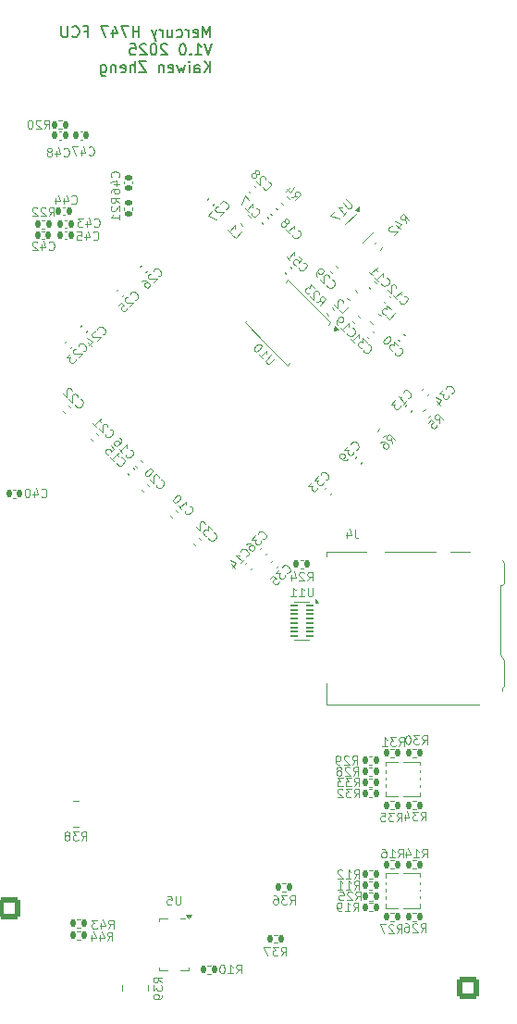
<source format=gbr>
%TF.GenerationSoftware,KiCad,Pcbnew,9.0.1*%
%TF.CreationDate,2025-05-10T22:35:42-04:00*%
%TF.ProjectId,CRVFCU,43525646-4355-42e6-9b69-6361645f7063,rev?*%
%TF.SameCoordinates,Original*%
%TF.FileFunction,Legend,Bot*%
%TF.FilePolarity,Positive*%
%FSLAX46Y46*%
G04 Gerber Fmt 4.6, Leading zero omitted, Abs format (unit mm)*
G04 Created by KiCad (PCBNEW 9.0.1) date 2025-05-10 22:35:42*
%MOMM*%
%LPD*%
G01*
G04 APERTURE LIST*
G04 Aperture macros list*
%AMRoundRect*
0 Rectangle with rounded corners*
0 $1 Rounding radius*
0 $2 $3 $4 $5 $6 $7 $8 $9 X,Y pos of 4 corners*
0 Add a 4 corners polygon primitive as box body*
4,1,4,$2,$3,$4,$5,$6,$7,$8,$9,$2,$3,0*
0 Add four circle primitives for the rounded corners*
1,1,$1+$1,$2,$3*
1,1,$1+$1,$4,$5*
1,1,$1+$1,$6,$7*
1,1,$1+$1,$8,$9*
0 Add four rect primitives between the rounded corners*
20,1,$1+$1,$2,$3,$4,$5,0*
20,1,$1+$1,$4,$5,$6,$7,0*
20,1,$1+$1,$6,$7,$8,$9,0*
20,1,$1+$1,$8,$9,$2,$3,0*%
%AMFreePoly0*
4,1,17,1.515000,0.170000,0.915000,0.170000,0.915000,-0.080000,1.515000,-0.080000,1.515000,-0.480000,0.915000,-0.480000,0.915000,-0.505000,-0.395000,-0.505000,-0.395000,-1.005000,-0.825000,-1.005000,-0.825000,-0.625000,-0.915000,-0.625000,-0.915000,0.505000,0.815000,0.505000,0.815000,0.570000,1.515000,0.570000,1.515000,0.170000,1.515000,0.170000,$1*%
%AMFreePoly1*
4,1,17,-0.395000,0.505000,0.915000,0.505000,0.915000,0.480000,1.515000,0.480000,1.515000,0.080000,0.915000,0.080000,0.915000,-0.170000,1.515000,-0.170000,1.515000,-0.570000,0.815000,-0.570000,0.815000,-0.505000,-0.915000,-0.505000,-0.915000,0.625000,-0.825000,0.625000,-0.825000,1.005000,-0.395000,1.005000,-0.395000,0.505000,-0.395000,0.505000,$1*%
G04 Aperture macros list end*
%ADD10C,0.200000*%
%ADD11C,0.100000*%
%ADD12C,0.120000*%
%ADD13R,0.760000X0.350000*%
%ADD14FreePoly0,0.000000*%
%ADD15FreePoly1,0.000000*%
%ADD16RoundRect,0.135000X-0.135000X-0.185000X0.135000X-0.185000X0.135000X0.185000X-0.135000X0.185000X0*%
%ADD17R,1.600000X1.600000*%
%ADD18C,1.600000*%
%ADD19RoundRect,0.760000X-1.140000X-1.140000X1.140000X-1.140000X1.140000X1.140000X-1.140000X1.140000X0*%
%ADD20C,4.000000*%
%ADD21RoundRect,0.250001X0.799999X-0.799999X0.799999X0.799999X-0.799999X0.799999X-0.799999X-0.799999X0*%
%ADD22C,2.100000*%
%ADD23RoundRect,0.140000X-0.140000X-0.170000X0.140000X-0.170000X0.140000X0.170000X-0.140000X0.170000X0*%
%ADD24C,0.990600*%
%ADD25C,6.400000*%
%ADD26RoundRect,0.050000X0.262500X0.050000X-0.262500X0.050000X-0.262500X-0.050000X0.262500X-0.050000X0*%
%ADD27R,0.400000X2.800000*%
%ADD28R,1.200000X0.700000*%
%ADD29R,0.800000X1.000000*%
%ADD30R,1.200000X1.000000*%
%ADD31R,2.800000X1.000000*%
%ADD32R,1.900000X1.300000*%
%ADD33RoundRect,0.162500X0.574524X-0.344715X-0.344715X0.574524X-0.574524X0.344715X0.344715X-0.574524X0*%
%ADD34RoundRect,0.140000X-0.219203X-0.021213X-0.021213X-0.219203X0.219203X0.021213X0.021213X0.219203X0*%
%ADD35RoundRect,0.140000X0.219203X0.021213X0.021213X0.219203X-0.219203X-0.021213X-0.021213X-0.219203X0*%
%ADD36RoundRect,0.140000X0.021213X-0.219203X0.219203X-0.021213X-0.021213X0.219203X-0.219203X0.021213X0*%
%ADD37RoundRect,0.140000X-0.021213X0.219203X-0.219203X0.021213X0.021213X-0.219203X0.219203X-0.021213X0*%
%ADD38RoundRect,0.218750X0.335876X0.026517X0.026517X0.335876X-0.335876X-0.026517X-0.026517X-0.335876X0*%
%ADD39C,0.650000*%
%ADD40O,2.100000X1.000000*%
%ADD41O,1.800000X1.000000*%
%ADD42RoundRect,0.218750X-0.335876X-0.026517X-0.026517X-0.335876X0.335876X0.026517X0.026517X0.335876X0*%
%ADD43RoundRect,0.135000X-0.226274X-0.035355X-0.035355X-0.226274X0.226274X0.035355X0.035355X0.226274X0*%
%ADD44RoundRect,0.135000X-0.035355X0.226274X-0.226274X0.035355X0.035355X-0.226274X0.226274X-0.035355X0*%
%ADD45RoundRect,0.135000X0.226274X0.035355X0.035355X0.226274X-0.226274X-0.035355X-0.035355X-0.226274X0*%
%ADD46RoundRect,0.100000X0.088388X0.229810X-0.229810X-0.088388X-0.088388X-0.229810X0.229810X0.088388X0*%
%ADD47RoundRect,0.250001X-0.799999X0.799999X-0.799999X-0.799999X0.799999X-0.799999X0.799999X0.799999X0*%
%ADD48R,1.700000X1.700000*%
%ADD49C,1.700000*%
%ADD50R,0.240000X0.900000*%
%ADD51R,0.900000X0.240000*%
%ADD52R,1.000000X2.900000*%
%ADD53RoundRect,0.135000X0.135000X0.185000X-0.135000X0.185000X-0.135000X-0.185000X0.135000X-0.185000X0*%
%ADD54R,0.400000X0.500000*%
%ADD55R,0.300000X0.500000*%
%ADD56R,0.500000X0.400000*%
%ADD57R,0.500000X0.300000*%
%ADD58RoundRect,0.140000X0.140000X0.170000X-0.140000X0.170000X-0.140000X-0.170000X0.140000X-0.170000X0*%
%ADD59RoundRect,0.140000X-0.170000X0.140000X-0.170000X-0.140000X0.170000X-0.140000X0.170000X0.140000X0*%
%ADD60RoundRect,0.135000X-0.185000X0.135000X-0.185000X-0.135000X0.185000X-0.135000X0.185000X0.135000X0*%
G04 APERTURE END LIST*
D10*
X62430326Y-22947331D02*
X62430326Y-21947331D01*
X62430326Y-21947331D02*
X62096993Y-22661616D01*
X62096993Y-22661616D02*
X61763660Y-21947331D01*
X61763660Y-21947331D02*
X61763660Y-22947331D01*
X60906517Y-22899712D02*
X61001755Y-22947331D01*
X61001755Y-22947331D02*
X61192231Y-22947331D01*
X61192231Y-22947331D02*
X61287469Y-22899712D01*
X61287469Y-22899712D02*
X61335088Y-22804473D01*
X61335088Y-22804473D02*
X61335088Y-22423521D01*
X61335088Y-22423521D02*
X61287469Y-22328283D01*
X61287469Y-22328283D02*
X61192231Y-22280664D01*
X61192231Y-22280664D02*
X61001755Y-22280664D01*
X61001755Y-22280664D02*
X60906517Y-22328283D01*
X60906517Y-22328283D02*
X60858898Y-22423521D01*
X60858898Y-22423521D02*
X60858898Y-22518759D01*
X60858898Y-22518759D02*
X61335088Y-22613997D01*
X60430326Y-22947331D02*
X60430326Y-22280664D01*
X60430326Y-22471140D02*
X60382707Y-22375902D01*
X60382707Y-22375902D02*
X60335088Y-22328283D01*
X60335088Y-22328283D02*
X60239850Y-22280664D01*
X60239850Y-22280664D02*
X60144612Y-22280664D01*
X59382707Y-22899712D02*
X59477945Y-22947331D01*
X59477945Y-22947331D02*
X59668421Y-22947331D01*
X59668421Y-22947331D02*
X59763659Y-22899712D01*
X59763659Y-22899712D02*
X59811278Y-22852092D01*
X59811278Y-22852092D02*
X59858897Y-22756854D01*
X59858897Y-22756854D02*
X59858897Y-22471140D01*
X59858897Y-22471140D02*
X59811278Y-22375902D01*
X59811278Y-22375902D02*
X59763659Y-22328283D01*
X59763659Y-22328283D02*
X59668421Y-22280664D01*
X59668421Y-22280664D02*
X59477945Y-22280664D01*
X59477945Y-22280664D02*
X59382707Y-22328283D01*
X58525564Y-22280664D02*
X58525564Y-22947331D01*
X58954135Y-22280664D02*
X58954135Y-22804473D01*
X58954135Y-22804473D02*
X58906516Y-22899712D01*
X58906516Y-22899712D02*
X58811278Y-22947331D01*
X58811278Y-22947331D02*
X58668421Y-22947331D01*
X58668421Y-22947331D02*
X58573183Y-22899712D01*
X58573183Y-22899712D02*
X58525564Y-22852092D01*
X58049373Y-22947331D02*
X58049373Y-22280664D01*
X58049373Y-22471140D02*
X58001754Y-22375902D01*
X58001754Y-22375902D02*
X57954135Y-22328283D01*
X57954135Y-22328283D02*
X57858897Y-22280664D01*
X57858897Y-22280664D02*
X57763659Y-22280664D01*
X57525563Y-22280664D02*
X57287468Y-22947331D01*
X57049373Y-22280664D02*
X57287468Y-22947331D01*
X57287468Y-22947331D02*
X57382706Y-23185426D01*
X57382706Y-23185426D02*
X57430325Y-23233045D01*
X57430325Y-23233045D02*
X57525563Y-23280664D01*
X55906515Y-22947331D02*
X55906515Y-21947331D01*
X55906515Y-22423521D02*
X55335087Y-22423521D01*
X55335087Y-22947331D02*
X55335087Y-21947331D01*
X54954134Y-21947331D02*
X54287468Y-21947331D01*
X54287468Y-21947331D02*
X54716039Y-22947331D01*
X53477944Y-22280664D02*
X53477944Y-22947331D01*
X53716039Y-21899712D02*
X53954134Y-22613997D01*
X53954134Y-22613997D02*
X53335087Y-22613997D01*
X53049372Y-21947331D02*
X52382706Y-21947331D01*
X52382706Y-21947331D02*
X52811277Y-22947331D01*
X50906515Y-22423521D02*
X51239848Y-22423521D01*
X51239848Y-22947331D02*
X51239848Y-21947331D01*
X51239848Y-21947331D02*
X50763658Y-21947331D01*
X49811277Y-22852092D02*
X49858896Y-22899712D01*
X49858896Y-22899712D02*
X50001753Y-22947331D01*
X50001753Y-22947331D02*
X50096991Y-22947331D01*
X50096991Y-22947331D02*
X50239848Y-22899712D01*
X50239848Y-22899712D02*
X50335086Y-22804473D01*
X50335086Y-22804473D02*
X50382705Y-22709235D01*
X50382705Y-22709235D02*
X50430324Y-22518759D01*
X50430324Y-22518759D02*
X50430324Y-22375902D01*
X50430324Y-22375902D02*
X50382705Y-22185426D01*
X50382705Y-22185426D02*
X50335086Y-22090188D01*
X50335086Y-22090188D02*
X50239848Y-21994950D01*
X50239848Y-21994950D02*
X50096991Y-21947331D01*
X50096991Y-21947331D02*
X50001753Y-21947331D01*
X50001753Y-21947331D02*
X49858896Y-21994950D01*
X49858896Y-21994950D02*
X49811277Y-22042569D01*
X49382705Y-21947331D02*
X49382705Y-22756854D01*
X49382705Y-22756854D02*
X49335086Y-22852092D01*
X49335086Y-22852092D02*
X49287467Y-22899712D01*
X49287467Y-22899712D02*
X49192229Y-22947331D01*
X49192229Y-22947331D02*
X49001753Y-22947331D01*
X49001753Y-22947331D02*
X48906515Y-22899712D01*
X48906515Y-22899712D02*
X48858896Y-22852092D01*
X48858896Y-22852092D02*
X48811277Y-22756854D01*
X48811277Y-22756854D02*
X48811277Y-21947331D01*
X62573183Y-23557275D02*
X62239850Y-24557275D01*
X62239850Y-24557275D02*
X61906517Y-23557275D01*
X61049374Y-24557275D02*
X61620802Y-24557275D01*
X61335088Y-24557275D02*
X61335088Y-23557275D01*
X61335088Y-23557275D02*
X61430326Y-23700132D01*
X61430326Y-23700132D02*
X61525564Y-23795370D01*
X61525564Y-23795370D02*
X61620802Y-23842989D01*
X60620802Y-24462036D02*
X60573183Y-24509656D01*
X60573183Y-24509656D02*
X60620802Y-24557275D01*
X60620802Y-24557275D02*
X60668421Y-24509656D01*
X60668421Y-24509656D02*
X60620802Y-24462036D01*
X60620802Y-24462036D02*
X60620802Y-24557275D01*
X59954136Y-23557275D02*
X59858898Y-23557275D01*
X59858898Y-23557275D02*
X59763660Y-23604894D01*
X59763660Y-23604894D02*
X59716041Y-23652513D01*
X59716041Y-23652513D02*
X59668422Y-23747751D01*
X59668422Y-23747751D02*
X59620803Y-23938227D01*
X59620803Y-23938227D02*
X59620803Y-24176322D01*
X59620803Y-24176322D02*
X59668422Y-24366798D01*
X59668422Y-24366798D02*
X59716041Y-24462036D01*
X59716041Y-24462036D02*
X59763660Y-24509656D01*
X59763660Y-24509656D02*
X59858898Y-24557275D01*
X59858898Y-24557275D02*
X59954136Y-24557275D01*
X59954136Y-24557275D02*
X60049374Y-24509656D01*
X60049374Y-24509656D02*
X60096993Y-24462036D01*
X60096993Y-24462036D02*
X60144612Y-24366798D01*
X60144612Y-24366798D02*
X60192231Y-24176322D01*
X60192231Y-24176322D02*
X60192231Y-23938227D01*
X60192231Y-23938227D02*
X60144612Y-23747751D01*
X60144612Y-23747751D02*
X60096993Y-23652513D01*
X60096993Y-23652513D02*
X60049374Y-23604894D01*
X60049374Y-23604894D02*
X59954136Y-23557275D01*
X58477945Y-23652513D02*
X58430326Y-23604894D01*
X58430326Y-23604894D02*
X58335088Y-23557275D01*
X58335088Y-23557275D02*
X58096993Y-23557275D01*
X58096993Y-23557275D02*
X58001755Y-23604894D01*
X58001755Y-23604894D02*
X57954136Y-23652513D01*
X57954136Y-23652513D02*
X57906517Y-23747751D01*
X57906517Y-23747751D02*
X57906517Y-23842989D01*
X57906517Y-23842989D02*
X57954136Y-23985846D01*
X57954136Y-23985846D02*
X58525564Y-24557275D01*
X58525564Y-24557275D02*
X57906517Y-24557275D01*
X57287469Y-23557275D02*
X57192231Y-23557275D01*
X57192231Y-23557275D02*
X57096993Y-23604894D01*
X57096993Y-23604894D02*
X57049374Y-23652513D01*
X57049374Y-23652513D02*
X57001755Y-23747751D01*
X57001755Y-23747751D02*
X56954136Y-23938227D01*
X56954136Y-23938227D02*
X56954136Y-24176322D01*
X56954136Y-24176322D02*
X57001755Y-24366798D01*
X57001755Y-24366798D02*
X57049374Y-24462036D01*
X57049374Y-24462036D02*
X57096993Y-24509656D01*
X57096993Y-24509656D02*
X57192231Y-24557275D01*
X57192231Y-24557275D02*
X57287469Y-24557275D01*
X57287469Y-24557275D02*
X57382707Y-24509656D01*
X57382707Y-24509656D02*
X57430326Y-24462036D01*
X57430326Y-24462036D02*
X57477945Y-24366798D01*
X57477945Y-24366798D02*
X57525564Y-24176322D01*
X57525564Y-24176322D02*
X57525564Y-23938227D01*
X57525564Y-23938227D02*
X57477945Y-23747751D01*
X57477945Y-23747751D02*
X57430326Y-23652513D01*
X57430326Y-23652513D02*
X57382707Y-23604894D01*
X57382707Y-23604894D02*
X57287469Y-23557275D01*
X56573183Y-23652513D02*
X56525564Y-23604894D01*
X56525564Y-23604894D02*
X56430326Y-23557275D01*
X56430326Y-23557275D02*
X56192231Y-23557275D01*
X56192231Y-23557275D02*
X56096993Y-23604894D01*
X56096993Y-23604894D02*
X56049374Y-23652513D01*
X56049374Y-23652513D02*
X56001755Y-23747751D01*
X56001755Y-23747751D02*
X56001755Y-23842989D01*
X56001755Y-23842989D02*
X56049374Y-23985846D01*
X56049374Y-23985846D02*
X56620802Y-24557275D01*
X56620802Y-24557275D02*
X56001755Y-24557275D01*
X55096993Y-23557275D02*
X55573183Y-23557275D01*
X55573183Y-23557275D02*
X55620802Y-24033465D01*
X55620802Y-24033465D02*
X55573183Y-23985846D01*
X55573183Y-23985846D02*
X55477945Y-23938227D01*
X55477945Y-23938227D02*
X55239850Y-23938227D01*
X55239850Y-23938227D02*
X55144612Y-23985846D01*
X55144612Y-23985846D02*
X55096993Y-24033465D01*
X55096993Y-24033465D02*
X55049374Y-24128703D01*
X55049374Y-24128703D02*
X55049374Y-24366798D01*
X55049374Y-24366798D02*
X55096993Y-24462036D01*
X55096993Y-24462036D02*
X55144612Y-24509656D01*
X55144612Y-24509656D02*
X55239850Y-24557275D01*
X55239850Y-24557275D02*
X55477945Y-24557275D01*
X55477945Y-24557275D02*
X55573183Y-24509656D01*
X55573183Y-24509656D02*
X55620802Y-24462036D01*
X62430326Y-26167219D02*
X62430326Y-25167219D01*
X61858898Y-26167219D02*
X62287469Y-25595790D01*
X61858898Y-25167219D02*
X62430326Y-25738647D01*
X61001755Y-26167219D02*
X61001755Y-25643409D01*
X61001755Y-25643409D02*
X61049374Y-25548171D01*
X61049374Y-25548171D02*
X61144612Y-25500552D01*
X61144612Y-25500552D02*
X61335088Y-25500552D01*
X61335088Y-25500552D02*
X61430326Y-25548171D01*
X61001755Y-26119600D02*
X61096993Y-26167219D01*
X61096993Y-26167219D02*
X61335088Y-26167219D01*
X61335088Y-26167219D02*
X61430326Y-26119600D01*
X61430326Y-26119600D02*
X61477945Y-26024361D01*
X61477945Y-26024361D02*
X61477945Y-25929123D01*
X61477945Y-25929123D02*
X61430326Y-25833885D01*
X61430326Y-25833885D02*
X61335088Y-25786266D01*
X61335088Y-25786266D02*
X61096993Y-25786266D01*
X61096993Y-25786266D02*
X61001755Y-25738647D01*
X60525564Y-26167219D02*
X60525564Y-25500552D01*
X60525564Y-25167219D02*
X60573183Y-25214838D01*
X60573183Y-25214838D02*
X60525564Y-25262457D01*
X60525564Y-25262457D02*
X60477945Y-25214838D01*
X60477945Y-25214838D02*
X60525564Y-25167219D01*
X60525564Y-25167219D02*
X60525564Y-25262457D01*
X60144612Y-25500552D02*
X59954136Y-26167219D01*
X59954136Y-26167219D02*
X59763660Y-25691028D01*
X59763660Y-25691028D02*
X59573184Y-26167219D01*
X59573184Y-26167219D02*
X59382708Y-25500552D01*
X58620803Y-26119600D02*
X58716041Y-26167219D01*
X58716041Y-26167219D02*
X58906517Y-26167219D01*
X58906517Y-26167219D02*
X59001755Y-26119600D01*
X59001755Y-26119600D02*
X59049374Y-26024361D01*
X59049374Y-26024361D02*
X59049374Y-25643409D01*
X59049374Y-25643409D02*
X59001755Y-25548171D01*
X59001755Y-25548171D02*
X58906517Y-25500552D01*
X58906517Y-25500552D02*
X58716041Y-25500552D01*
X58716041Y-25500552D02*
X58620803Y-25548171D01*
X58620803Y-25548171D02*
X58573184Y-25643409D01*
X58573184Y-25643409D02*
X58573184Y-25738647D01*
X58573184Y-25738647D02*
X59049374Y-25833885D01*
X58144612Y-25500552D02*
X58144612Y-26167219D01*
X58144612Y-25595790D02*
X58096993Y-25548171D01*
X58096993Y-25548171D02*
X58001755Y-25500552D01*
X58001755Y-25500552D02*
X57858898Y-25500552D01*
X57858898Y-25500552D02*
X57763660Y-25548171D01*
X57763660Y-25548171D02*
X57716041Y-25643409D01*
X57716041Y-25643409D02*
X57716041Y-26167219D01*
X56573183Y-25167219D02*
X55906517Y-25167219D01*
X55906517Y-25167219D02*
X56573183Y-26167219D01*
X56573183Y-26167219D02*
X55906517Y-26167219D01*
X55525564Y-26167219D02*
X55525564Y-25167219D01*
X55096993Y-26167219D02*
X55096993Y-25643409D01*
X55096993Y-25643409D02*
X55144612Y-25548171D01*
X55144612Y-25548171D02*
X55239850Y-25500552D01*
X55239850Y-25500552D02*
X55382707Y-25500552D01*
X55382707Y-25500552D02*
X55477945Y-25548171D01*
X55477945Y-25548171D02*
X55525564Y-25595790D01*
X54239850Y-26119600D02*
X54335088Y-26167219D01*
X54335088Y-26167219D02*
X54525564Y-26167219D01*
X54525564Y-26167219D02*
X54620802Y-26119600D01*
X54620802Y-26119600D02*
X54668421Y-26024361D01*
X54668421Y-26024361D02*
X54668421Y-25643409D01*
X54668421Y-25643409D02*
X54620802Y-25548171D01*
X54620802Y-25548171D02*
X54525564Y-25500552D01*
X54525564Y-25500552D02*
X54335088Y-25500552D01*
X54335088Y-25500552D02*
X54239850Y-25548171D01*
X54239850Y-25548171D02*
X54192231Y-25643409D01*
X54192231Y-25643409D02*
X54192231Y-25738647D01*
X54192231Y-25738647D02*
X54668421Y-25833885D01*
X53763659Y-25500552D02*
X53763659Y-26167219D01*
X53763659Y-25595790D02*
X53716040Y-25548171D01*
X53716040Y-25548171D02*
X53620802Y-25500552D01*
X53620802Y-25500552D02*
X53477945Y-25500552D01*
X53477945Y-25500552D02*
X53382707Y-25548171D01*
X53382707Y-25548171D02*
X53335088Y-25643409D01*
X53335088Y-25643409D02*
X53335088Y-26167219D01*
X52430326Y-25500552D02*
X52430326Y-26310076D01*
X52430326Y-26310076D02*
X52477945Y-26405314D01*
X52477945Y-26405314D02*
X52525564Y-26452933D01*
X52525564Y-26452933D02*
X52620802Y-26500552D01*
X52620802Y-26500552D02*
X52763659Y-26500552D01*
X52763659Y-26500552D02*
X52858897Y-26452933D01*
X52430326Y-26119600D02*
X52525564Y-26167219D01*
X52525564Y-26167219D02*
X52716040Y-26167219D01*
X52716040Y-26167219D02*
X52811278Y-26119600D01*
X52811278Y-26119600D02*
X52858897Y-26071980D01*
X52858897Y-26071980D02*
X52906516Y-25976742D01*
X52906516Y-25976742D02*
X52906516Y-25691028D01*
X52906516Y-25691028D02*
X52858897Y-25595790D01*
X52858897Y-25595790D02*
X52811278Y-25548171D01*
X52811278Y-25548171D02*
X52716040Y-25500552D01*
X52716040Y-25500552D02*
X52525564Y-25500552D01*
X52525564Y-25500552D02*
X52430326Y-25548171D01*
D11*
X69704285Y-102234895D02*
X69970952Y-101853942D01*
X70161428Y-102234895D02*
X70161428Y-101434895D01*
X70161428Y-101434895D02*
X69856666Y-101434895D01*
X69856666Y-101434895D02*
X69780476Y-101472990D01*
X69780476Y-101472990D02*
X69742381Y-101511085D01*
X69742381Y-101511085D02*
X69704285Y-101587276D01*
X69704285Y-101587276D02*
X69704285Y-101701561D01*
X69704285Y-101701561D02*
X69742381Y-101777752D01*
X69742381Y-101777752D02*
X69780476Y-101815847D01*
X69780476Y-101815847D02*
X69856666Y-101853942D01*
X69856666Y-101853942D02*
X70161428Y-101853942D01*
X69437619Y-101434895D02*
X68942381Y-101434895D01*
X68942381Y-101434895D02*
X69209047Y-101739657D01*
X69209047Y-101739657D02*
X69094762Y-101739657D01*
X69094762Y-101739657D02*
X69018571Y-101777752D01*
X69018571Y-101777752D02*
X68980476Y-101815847D01*
X68980476Y-101815847D02*
X68942381Y-101892038D01*
X68942381Y-101892038D02*
X68942381Y-102082514D01*
X68942381Y-102082514D02*
X68980476Y-102158704D01*
X68980476Y-102158704D02*
X69018571Y-102196800D01*
X69018571Y-102196800D02*
X69094762Y-102234895D01*
X69094762Y-102234895D02*
X69323333Y-102234895D01*
X69323333Y-102234895D02*
X69399524Y-102196800D01*
X69399524Y-102196800D02*
X69437619Y-102158704D01*
X68256666Y-101434895D02*
X68409047Y-101434895D01*
X68409047Y-101434895D02*
X68485238Y-101472990D01*
X68485238Y-101472990D02*
X68523333Y-101511085D01*
X68523333Y-101511085D02*
X68599523Y-101625371D01*
X68599523Y-101625371D02*
X68637619Y-101777752D01*
X68637619Y-101777752D02*
X68637619Y-102082514D01*
X68637619Y-102082514D02*
X68599523Y-102158704D01*
X68599523Y-102158704D02*
X68561428Y-102196800D01*
X68561428Y-102196800D02*
X68485238Y-102234895D01*
X68485238Y-102234895D02*
X68332857Y-102234895D01*
X68332857Y-102234895D02*
X68256666Y-102196800D01*
X68256666Y-102196800D02*
X68218571Y-102158704D01*
X68218571Y-102158704D02*
X68180476Y-102082514D01*
X68180476Y-102082514D02*
X68180476Y-101892038D01*
X68180476Y-101892038D02*
X68218571Y-101815847D01*
X68218571Y-101815847D02*
X68256666Y-101777752D01*
X68256666Y-101777752D02*
X68332857Y-101739657D01*
X68332857Y-101739657D02*
X68485238Y-101739657D01*
X68485238Y-101739657D02*
X68561428Y-101777752D01*
X68561428Y-101777752D02*
X68599523Y-101815847D01*
X68599523Y-101815847D02*
X68637619Y-101892038D01*
X68904285Y-106934895D02*
X69170952Y-106553942D01*
X69361428Y-106934895D02*
X69361428Y-106134895D01*
X69361428Y-106134895D02*
X69056666Y-106134895D01*
X69056666Y-106134895D02*
X68980476Y-106172990D01*
X68980476Y-106172990D02*
X68942381Y-106211085D01*
X68942381Y-106211085D02*
X68904285Y-106287276D01*
X68904285Y-106287276D02*
X68904285Y-106401561D01*
X68904285Y-106401561D02*
X68942381Y-106477752D01*
X68942381Y-106477752D02*
X68980476Y-106515847D01*
X68980476Y-106515847D02*
X69056666Y-106553942D01*
X69056666Y-106553942D02*
X69361428Y-106553942D01*
X68637619Y-106134895D02*
X68142381Y-106134895D01*
X68142381Y-106134895D02*
X68409047Y-106439657D01*
X68409047Y-106439657D02*
X68294762Y-106439657D01*
X68294762Y-106439657D02*
X68218571Y-106477752D01*
X68218571Y-106477752D02*
X68180476Y-106515847D01*
X68180476Y-106515847D02*
X68142381Y-106592038D01*
X68142381Y-106592038D02*
X68142381Y-106782514D01*
X68142381Y-106782514D02*
X68180476Y-106858704D01*
X68180476Y-106858704D02*
X68218571Y-106896800D01*
X68218571Y-106896800D02*
X68294762Y-106934895D01*
X68294762Y-106934895D02*
X68523333Y-106934895D01*
X68523333Y-106934895D02*
X68599524Y-106896800D01*
X68599524Y-106896800D02*
X68637619Y-106858704D01*
X67875714Y-106134895D02*
X67342380Y-106134895D01*
X67342380Y-106134895D02*
X67685238Y-106934895D01*
X46964285Y-64938704D02*
X47002381Y-64976800D01*
X47002381Y-64976800D02*
X47116666Y-65014895D01*
X47116666Y-65014895D02*
X47192857Y-65014895D01*
X47192857Y-65014895D02*
X47307143Y-64976800D01*
X47307143Y-64976800D02*
X47383333Y-64900609D01*
X47383333Y-64900609D02*
X47421428Y-64824419D01*
X47421428Y-64824419D02*
X47459524Y-64672038D01*
X47459524Y-64672038D02*
X47459524Y-64557752D01*
X47459524Y-64557752D02*
X47421428Y-64405371D01*
X47421428Y-64405371D02*
X47383333Y-64329180D01*
X47383333Y-64329180D02*
X47307143Y-64252990D01*
X47307143Y-64252990D02*
X47192857Y-64214895D01*
X47192857Y-64214895D02*
X47116666Y-64214895D01*
X47116666Y-64214895D02*
X47002381Y-64252990D01*
X47002381Y-64252990D02*
X46964285Y-64291085D01*
X46278571Y-64481561D02*
X46278571Y-65014895D01*
X46469047Y-64176800D02*
X46659524Y-64748228D01*
X46659524Y-64748228D02*
X46164285Y-64748228D01*
X45707142Y-64214895D02*
X45630952Y-64214895D01*
X45630952Y-64214895D02*
X45554761Y-64252990D01*
X45554761Y-64252990D02*
X45516666Y-64291085D01*
X45516666Y-64291085D02*
X45478571Y-64367276D01*
X45478571Y-64367276D02*
X45440476Y-64519657D01*
X45440476Y-64519657D02*
X45440476Y-64710133D01*
X45440476Y-64710133D02*
X45478571Y-64862514D01*
X45478571Y-64862514D02*
X45516666Y-64938704D01*
X45516666Y-64938704D02*
X45554761Y-64976800D01*
X45554761Y-64976800D02*
X45630952Y-65014895D01*
X45630952Y-65014895D02*
X45707142Y-65014895D01*
X45707142Y-65014895D02*
X45783333Y-64976800D01*
X45783333Y-64976800D02*
X45821428Y-64938704D01*
X45821428Y-64938704D02*
X45859523Y-64862514D01*
X45859523Y-64862514D02*
X45897619Y-64710133D01*
X45897619Y-64710133D02*
X45897619Y-64519657D01*
X45897619Y-64519657D02*
X45859523Y-64367276D01*
X45859523Y-64367276D02*
X45821428Y-64291085D01*
X45821428Y-64291085D02*
X45783333Y-64252990D01*
X45783333Y-64252990D02*
X45707142Y-64214895D01*
X71805475Y-73274894D02*
X71805475Y-73922513D01*
X71805475Y-73922513D02*
X71767380Y-73998703D01*
X71767380Y-73998703D02*
X71729285Y-74036799D01*
X71729285Y-74036799D02*
X71653094Y-74074894D01*
X71653094Y-74074894D02*
X71500713Y-74074894D01*
X71500713Y-74074894D02*
X71424523Y-74036799D01*
X71424523Y-74036799D02*
X71386428Y-73998703D01*
X71386428Y-73998703D02*
X71348332Y-73922513D01*
X71348332Y-73922513D02*
X71348332Y-73274894D01*
X70548333Y-74074894D02*
X71005476Y-74074894D01*
X70776904Y-74074894D02*
X70776904Y-73274894D01*
X70776904Y-73274894D02*
X70853095Y-73389179D01*
X70853095Y-73389179D02*
X70929285Y-73465370D01*
X70929285Y-73465370D02*
X71005476Y-73503465D01*
X69786428Y-74074894D02*
X70243571Y-74074894D01*
X70014999Y-74074894D02*
X70014999Y-73274894D01*
X70014999Y-73274894D02*
X70091190Y-73389179D01*
X70091190Y-73389179D02*
X70167380Y-73465370D01*
X70167380Y-73465370D02*
X70243571Y-73503465D01*
X75681666Y-67944895D02*
X75681666Y-68516323D01*
X75681666Y-68516323D02*
X75719761Y-68630609D01*
X75719761Y-68630609D02*
X75795952Y-68706800D01*
X75795952Y-68706800D02*
X75910237Y-68744895D01*
X75910237Y-68744895D02*
X75986428Y-68744895D01*
X74957856Y-68211561D02*
X74957856Y-68744895D01*
X75148332Y-67906800D02*
X75338809Y-68478228D01*
X75338809Y-68478228D02*
X74843570Y-68478228D01*
X71329285Y-72659895D02*
X71595952Y-72278942D01*
X71786428Y-72659895D02*
X71786428Y-71859895D01*
X71786428Y-71859895D02*
X71481666Y-71859895D01*
X71481666Y-71859895D02*
X71405476Y-71897990D01*
X71405476Y-71897990D02*
X71367381Y-71936085D01*
X71367381Y-71936085D02*
X71329285Y-72012276D01*
X71329285Y-72012276D02*
X71329285Y-72126561D01*
X71329285Y-72126561D02*
X71367381Y-72202752D01*
X71367381Y-72202752D02*
X71405476Y-72240847D01*
X71405476Y-72240847D02*
X71481666Y-72278942D01*
X71481666Y-72278942D02*
X71786428Y-72278942D01*
X71024524Y-71936085D02*
X70986428Y-71897990D01*
X70986428Y-71897990D02*
X70910238Y-71859895D01*
X70910238Y-71859895D02*
X70719762Y-71859895D01*
X70719762Y-71859895D02*
X70643571Y-71897990D01*
X70643571Y-71897990D02*
X70605476Y-71936085D01*
X70605476Y-71936085D02*
X70567381Y-72012276D01*
X70567381Y-72012276D02*
X70567381Y-72088466D01*
X70567381Y-72088466D02*
X70605476Y-72202752D01*
X70605476Y-72202752D02*
X71062619Y-72659895D01*
X71062619Y-72659895D02*
X70567381Y-72659895D01*
X69881666Y-72126561D02*
X69881666Y-72659895D01*
X70072142Y-71821800D02*
X70262619Y-72393228D01*
X70262619Y-72393228D02*
X69767380Y-72393228D01*
X68318965Y-52328477D02*
X67861029Y-52786413D01*
X67861029Y-52786413D02*
X67780217Y-52813350D01*
X67780217Y-52813350D02*
X67726342Y-52813350D01*
X67726342Y-52813350D02*
X67645530Y-52786413D01*
X67645530Y-52786413D02*
X67537781Y-52678663D01*
X67537781Y-52678663D02*
X67510843Y-52597851D01*
X67510843Y-52597851D02*
X67510843Y-52543976D01*
X67510843Y-52543976D02*
X67537781Y-52463164D01*
X67537781Y-52463164D02*
X67995716Y-52005228D01*
X66864346Y-52005228D02*
X67187595Y-52328477D01*
X67025970Y-52166853D02*
X67591656Y-51601167D01*
X67591656Y-51601167D02*
X67564718Y-51735854D01*
X67564718Y-51735854D02*
X67564718Y-51843604D01*
X67564718Y-51843604D02*
X67591656Y-51924416D01*
X67079845Y-51089357D02*
X67025970Y-51035482D01*
X67025970Y-51035482D02*
X66945158Y-51008544D01*
X66945158Y-51008544D02*
X66891283Y-51008544D01*
X66891283Y-51008544D02*
X66810471Y-51035482D01*
X66810471Y-51035482D02*
X66675784Y-51116294D01*
X66675784Y-51116294D02*
X66541097Y-51250981D01*
X66541097Y-51250981D02*
X66460285Y-51385668D01*
X66460285Y-51385668D02*
X66433347Y-51466480D01*
X66433347Y-51466480D02*
X66433347Y-51520355D01*
X66433347Y-51520355D02*
X66460285Y-51601167D01*
X66460285Y-51601167D02*
X66514159Y-51655042D01*
X66514159Y-51655042D02*
X66594972Y-51681980D01*
X66594972Y-51681980D02*
X66648846Y-51681980D01*
X66648846Y-51681980D02*
X66729659Y-51655042D01*
X66729659Y-51655042D02*
X66864346Y-51574230D01*
X66864346Y-51574230D02*
X66999033Y-51439543D01*
X66999033Y-51439543D02*
X67079845Y-51304856D01*
X67079845Y-51304856D02*
X67106782Y-51224044D01*
X67106782Y-51224044D02*
X67106782Y-51170169D01*
X67106782Y-51170169D02*
X67079845Y-51089357D01*
X66198920Y-39057210D02*
X66198920Y-39111084D01*
X66198920Y-39111084D02*
X66252795Y-39218834D01*
X66252795Y-39218834D02*
X66306670Y-39272709D01*
X66306670Y-39272709D02*
X66414420Y-39326584D01*
X66414420Y-39326584D02*
X66522169Y-39326584D01*
X66522169Y-39326584D02*
X66602982Y-39299646D01*
X66602982Y-39299646D02*
X66737669Y-39218834D01*
X66737669Y-39218834D02*
X66818481Y-39138022D01*
X66818481Y-39138022D02*
X66899293Y-39003335D01*
X66899293Y-39003335D02*
X66926230Y-38922523D01*
X66926230Y-38922523D02*
X66926230Y-38814773D01*
X66926230Y-38814773D02*
X66872356Y-38707023D01*
X66872356Y-38707023D02*
X66818481Y-38653149D01*
X66818481Y-38653149D02*
X66710731Y-38599274D01*
X66710731Y-38599274D02*
X66656856Y-38599274D01*
X65606298Y-38572336D02*
X65929546Y-38895585D01*
X65767922Y-38733961D02*
X66333607Y-38168275D01*
X66333607Y-38168275D02*
X66306670Y-38302962D01*
X66306670Y-38302962D02*
X66306670Y-38410712D01*
X66306670Y-38410712D02*
X66333607Y-38491524D01*
X65983421Y-37818089D02*
X65606297Y-37440965D01*
X65606297Y-37440965D02*
X65283049Y-38249087D01*
X54659509Y-61117800D02*
X54659509Y-61171674D01*
X54659509Y-61171674D02*
X54713384Y-61279424D01*
X54713384Y-61279424D02*
X54767259Y-61333299D01*
X54767259Y-61333299D02*
X54875009Y-61387174D01*
X54875009Y-61387174D02*
X54982758Y-61387174D01*
X54982758Y-61387174D02*
X55063571Y-61360236D01*
X55063571Y-61360236D02*
X55198258Y-61279424D01*
X55198258Y-61279424D02*
X55279070Y-61198612D01*
X55279070Y-61198612D02*
X55359882Y-61063925D01*
X55359882Y-61063925D02*
X55386819Y-60983113D01*
X55386819Y-60983113D02*
X55386819Y-60875363D01*
X55386819Y-60875363D02*
X55332945Y-60767613D01*
X55332945Y-60767613D02*
X55279070Y-60713739D01*
X55279070Y-60713739D02*
X55171320Y-60659864D01*
X55171320Y-60659864D02*
X55117445Y-60659864D01*
X54066887Y-60632926D02*
X54390135Y-60956175D01*
X54228511Y-60794551D02*
X54794196Y-60228865D01*
X54794196Y-60228865D02*
X54767259Y-60363552D01*
X54767259Y-60363552D02*
X54767259Y-60471302D01*
X54767259Y-60471302D02*
X54794196Y-60552114D01*
X54147699Y-59582368D02*
X54255448Y-59690117D01*
X54255448Y-59690117D02*
X54282386Y-59770929D01*
X54282386Y-59770929D02*
X54282386Y-59824804D01*
X54282386Y-59824804D02*
X54255448Y-59959491D01*
X54255448Y-59959491D02*
X54174636Y-60094178D01*
X54174636Y-60094178D02*
X53959137Y-60309677D01*
X53959137Y-60309677D02*
X53878325Y-60336615D01*
X53878325Y-60336615D02*
X53824450Y-60336615D01*
X53824450Y-60336615D02*
X53743638Y-60309677D01*
X53743638Y-60309677D02*
X53635888Y-60201928D01*
X53635888Y-60201928D02*
X53608951Y-60121116D01*
X53608951Y-60121116D02*
X53608951Y-60067241D01*
X53608951Y-60067241D02*
X53635888Y-59986429D01*
X53635888Y-59986429D02*
X53770575Y-59851742D01*
X53770575Y-59851742D02*
X53851387Y-59824804D01*
X53851387Y-59824804D02*
X53905262Y-59824804D01*
X53905262Y-59824804D02*
X53986074Y-59851742D01*
X53986074Y-59851742D02*
X54093824Y-59959491D01*
X54093824Y-59959491D02*
X54120761Y-60040303D01*
X54120761Y-60040303D02*
X54120761Y-60094178D01*
X54120761Y-60094178D02*
X54093824Y-60174990D01*
X57479753Y-63897556D02*
X57479753Y-63951430D01*
X57479753Y-63951430D02*
X57533628Y-64059180D01*
X57533628Y-64059180D02*
X57587503Y-64113055D01*
X57587503Y-64113055D02*
X57695253Y-64166930D01*
X57695253Y-64166930D02*
X57803002Y-64166930D01*
X57803002Y-64166930D02*
X57883815Y-64139992D01*
X57883815Y-64139992D02*
X58018502Y-64059180D01*
X58018502Y-64059180D02*
X58099314Y-63978368D01*
X58099314Y-63978368D02*
X58180126Y-63843681D01*
X58180126Y-63843681D02*
X58207063Y-63762869D01*
X58207063Y-63762869D02*
X58207063Y-63655119D01*
X58207063Y-63655119D02*
X58153189Y-63547369D01*
X58153189Y-63547369D02*
X58099314Y-63493495D01*
X58099314Y-63493495D02*
X57991564Y-63439620D01*
X57991564Y-63439620D02*
X57937689Y-63439620D01*
X57722190Y-63224121D02*
X57722190Y-63170246D01*
X57722190Y-63170246D02*
X57695253Y-63089434D01*
X57695253Y-63089434D02*
X57560566Y-62954747D01*
X57560566Y-62954747D02*
X57479753Y-62927809D01*
X57479753Y-62927809D02*
X57425879Y-62927809D01*
X57425879Y-62927809D02*
X57345066Y-62954747D01*
X57345066Y-62954747D02*
X57291192Y-63008621D01*
X57291192Y-63008621D02*
X57237317Y-63116371D01*
X57237317Y-63116371D02*
X57237317Y-63762869D01*
X57237317Y-63762869D02*
X56887131Y-63412682D01*
X57102630Y-62496811D02*
X57048755Y-62442936D01*
X57048755Y-62442936D02*
X56967943Y-62415998D01*
X56967943Y-62415998D02*
X56914068Y-62415998D01*
X56914068Y-62415998D02*
X56833256Y-62442936D01*
X56833256Y-62442936D02*
X56698569Y-62523748D01*
X56698569Y-62523748D02*
X56563882Y-62658435D01*
X56563882Y-62658435D02*
X56483069Y-62793122D01*
X56483069Y-62793122D02*
X56456132Y-62873934D01*
X56456132Y-62873934D02*
X56456132Y-62927809D01*
X56456132Y-62927809D02*
X56483069Y-63008621D01*
X56483069Y-63008621D02*
X56536944Y-63062496D01*
X56536944Y-63062496D02*
X56617756Y-63089433D01*
X56617756Y-63089433D02*
X56671631Y-63089433D01*
X56671631Y-63089433D02*
X56752443Y-63062496D01*
X56752443Y-63062496D02*
X56887130Y-62981684D01*
X56887130Y-62981684D02*
X57021818Y-62846997D01*
X57021818Y-62846997D02*
X57102630Y-62712310D01*
X57102630Y-62712310D02*
X57129567Y-62631498D01*
X57129567Y-62631498D02*
X57129567Y-62577623D01*
X57129567Y-62577623D02*
X57102630Y-62496811D01*
X60079754Y-66297556D02*
X60079754Y-66351430D01*
X60079754Y-66351430D02*
X60133629Y-66459180D01*
X60133629Y-66459180D02*
X60187504Y-66513055D01*
X60187504Y-66513055D02*
X60295254Y-66566930D01*
X60295254Y-66566930D02*
X60403003Y-66566930D01*
X60403003Y-66566930D02*
X60483816Y-66539992D01*
X60483816Y-66539992D02*
X60618503Y-66459180D01*
X60618503Y-66459180D02*
X60699315Y-66378368D01*
X60699315Y-66378368D02*
X60780127Y-66243681D01*
X60780127Y-66243681D02*
X60807064Y-66162869D01*
X60807064Y-66162869D02*
X60807064Y-66055119D01*
X60807064Y-66055119D02*
X60753190Y-65947369D01*
X60753190Y-65947369D02*
X60699315Y-65893495D01*
X60699315Y-65893495D02*
X60591565Y-65839620D01*
X60591565Y-65839620D02*
X60537690Y-65839620D01*
X59487132Y-65812682D02*
X59810380Y-66135931D01*
X59648756Y-65974307D02*
X60214441Y-65408621D01*
X60214441Y-65408621D02*
X60187504Y-65543308D01*
X60187504Y-65543308D02*
X60187504Y-65651058D01*
X60187504Y-65651058D02*
X60214441Y-65731870D01*
X59702631Y-64896811D02*
X59648756Y-64842936D01*
X59648756Y-64842936D02*
X59567944Y-64815998D01*
X59567944Y-64815998D02*
X59514069Y-64815998D01*
X59514069Y-64815998D02*
X59433257Y-64842936D01*
X59433257Y-64842936D02*
X59298570Y-64923748D01*
X59298570Y-64923748D02*
X59163883Y-65058435D01*
X59163883Y-65058435D02*
X59083070Y-65193122D01*
X59083070Y-65193122D02*
X59056133Y-65273934D01*
X59056133Y-65273934D02*
X59056133Y-65327809D01*
X59056133Y-65327809D02*
X59083070Y-65408621D01*
X59083070Y-65408621D02*
X59136945Y-65462496D01*
X59136945Y-65462496D02*
X59217757Y-65489433D01*
X59217757Y-65489433D02*
X59271632Y-65489433D01*
X59271632Y-65489433D02*
X59352444Y-65462496D01*
X59352444Y-65462496D02*
X59487131Y-65381684D01*
X59487131Y-65381684D02*
X59621819Y-65246997D01*
X59621819Y-65246997D02*
X59702631Y-65112310D01*
X59702631Y-65112310D02*
X59729568Y-65031498D01*
X59729568Y-65031498D02*
X59729568Y-64977623D01*
X59729568Y-64977623D02*
X59702631Y-64896811D01*
X79759509Y-47067800D02*
X79759509Y-47121674D01*
X79759509Y-47121674D02*
X79813384Y-47229424D01*
X79813384Y-47229424D02*
X79867259Y-47283299D01*
X79867259Y-47283299D02*
X79975009Y-47337174D01*
X79975009Y-47337174D02*
X80082758Y-47337174D01*
X80082758Y-47337174D02*
X80163571Y-47310236D01*
X80163571Y-47310236D02*
X80298258Y-47229424D01*
X80298258Y-47229424D02*
X80379070Y-47148612D01*
X80379070Y-47148612D02*
X80459882Y-47013925D01*
X80459882Y-47013925D02*
X80486819Y-46933113D01*
X80486819Y-46933113D02*
X80486819Y-46825363D01*
X80486819Y-46825363D02*
X80432945Y-46717613D01*
X80432945Y-46717613D02*
X80379070Y-46663739D01*
X80379070Y-46663739D02*
X80271320Y-46609864D01*
X80271320Y-46609864D02*
X80217445Y-46609864D01*
X79166887Y-46582926D02*
X79490135Y-46906175D01*
X79328511Y-46744551D02*
X79894196Y-46178865D01*
X79894196Y-46178865D02*
X79867259Y-46313552D01*
X79867259Y-46313552D02*
X79867259Y-46421302D01*
X79867259Y-46421302D02*
X79894196Y-46502114D01*
X79463198Y-45855616D02*
X79463198Y-45801742D01*
X79463198Y-45801742D02*
X79436261Y-45720929D01*
X79436261Y-45720929D02*
X79301574Y-45586242D01*
X79301574Y-45586242D02*
X79220761Y-45559305D01*
X79220761Y-45559305D02*
X79166886Y-45559305D01*
X79166886Y-45559305D02*
X79086074Y-45586242D01*
X79086074Y-45586242D02*
X79032199Y-45640117D01*
X79032199Y-45640117D02*
X78978325Y-45747867D01*
X78978325Y-45747867D02*
X78978325Y-46394364D01*
X78978325Y-46394364D02*
X78628138Y-46044178D01*
X80546495Y-55944028D02*
X80600369Y-55944028D01*
X80600369Y-55944028D02*
X80708119Y-55890153D01*
X80708119Y-55890153D02*
X80761994Y-55836278D01*
X80761994Y-55836278D02*
X80815869Y-55728528D01*
X80815869Y-55728528D02*
X80815869Y-55620779D01*
X80815869Y-55620779D02*
X80788931Y-55539966D01*
X80788931Y-55539966D02*
X80708119Y-55405279D01*
X80708119Y-55405279D02*
X80627307Y-55324467D01*
X80627307Y-55324467D02*
X80492620Y-55243655D01*
X80492620Y-55243655D02*
X80411808Y-55216718D01*
X80411808Y-55216718D02*
X80304058Y-55216718D01*
X80304058Y-55216718D02*
X80196308Y-55270592D01*
X80196308Y-55270592D02*
X80142434Y-55324467D01*
X80142434Y-55324467D02*
X80088559Y-55432217D01*
X80088559Y-55432217D02*
X80088559Y-55486092D01*
X80061621Y-56536650D02*
X80384870Y-56213402D01*
X80223246Y-56375026D02*
X79657560Y-55809341D01*
X79657560Y-55809341D02*
X79792247Y-55836278D01*
X79792247Y-55836278D02*
X79899997Y-55836278D01*
X79899997Y-55836278D02*
X79980809Y-55809341D01*
X79307374Y-56159527D02*
X78957188Y-56509713D01*
X78957188Y-56509713D02*
X79361249Y-56536651D01*
X79361249Y-56536651D02*
X79280437Y-56617463D01*
X79280437Y-56617463D02*
X79253499Y-56698275D01*
X79253499Y-56698275D02*
X79253499Y-56752150D01*
X79253499Y-56752150D02*
X79280437Y-56832962D01*
X79280437Y-56832962D02*
X79415124Y-56967649D01*
X79415124Y-56967649D02*
X79495936Y-56994586D01*
X79495936Y-56994586D02*
X79549811Y-56994586D01*
X79549811Y-56994586D02*
X79630623Y-56967649D01*
X79630623Y-56967649D02*
X79792247Y-56806025D01*
X79792247Y-56806025D02*
X79819185Y-56725212D01*
X79819185Y-56725212D02*
X79819185Y-56671338D01*
X53859509Y-61867800D02*
X53859509Y-61921674D01*
X53859509Y-61921674D02*
X53913384Y-62029424D01*
X53913384Y-62029424D02*
X53967259Y-62083299D01*
X53967259Y-62083299D02*
X54075009Y-62137174D01*
X54075009Y-62137174D02*
X54182758Y-62137174D01*
X54182758Y-62137174D02*
X54263571Y-62110236D01*
X54263571Y-62110236D02*
X54398258Y-62029424D01*
X54398258Y-62029424D02*
X54479070Y-61948612D01*
X54479070Y-61948612D02*
X54559882Y-61813925D01*
X54559882Y-61813925D02*
X54586819Y-61733113D01*
X54586819Y-61733113D02*
X54586819Y-61625363D01*
X54586819Y-61625363D02*
X54532945Y-61517613D01*
X54532945Y-61517613D02*
X54479070Y-61463739D01*
X54479070Y-61463739D02*
X54371320Y-61409864D01*
X54371320Y-61409864D02*
X54317445Y-61409864D01*
X53266887Y-61382926D02*
X53590135Y-61706175D01*
X53428511Y-61544551D02*
X53994196Y-60978865D01*
X53994196Y-60978865D02*
X53967259Y-61113552D01*
X53967259Y-61113552D02*
X53967259Y-61221302D01*
X53967259Y-61221302D02*
X53994196Y-61302114D01*
X53320761Y-60305430D02*
X53590135Y-60574804D01*
X53590135Y-60574804D02*
X53347699Y-60871116D01*
X53347699Y-60871116D02*
X53347699Y-60817241D01*
X53347699Y-60817241D02*
X53320761Y-60736429D01*
X53320761Y-60736429D02*
X53186074Y-60601742D01*
X53186074Y-60601742D02*
X53105262Y-60574804D01*
X53105262Y-60574804D02*
X53051387Y-60574804D01*
X53051387Y-60574804D02*
X52970575Y-60601742D01*
X52970575Y-60601742D02*
X52835888Y-60736429D01*
X52835888Y-60736429D02*
X52808951Y-60817241D01*
X52808951Y-60817241D02*
X52808951Y-60871116D01*
X52808951Y-60871116D02*
X52835888Y-60951928D01*
X52835888Y-60951928D02*
X52970575Y-61086615D01*
X52970575Y-61086615D02*
X53051387Y-61113552D01*
X53051387Y-61113552D02*
X53105262Y-61113552D01*
X78091615Y-45424749D02*
X78091615Y-45478623D01*
X78091615Y-45478623D02*
X78145490Y-45586373D01*
X78145490Y-45586373D02*
X78199365Y-45640248D01*
X78199365Y-45640248D02*
X78307115Y-45694123D01*
X78307115Y-45694123D02*
X78414864Y-45694123D01*
X78414864Y-45694123D02*
X78495677Y-45667185D01*
X78495677Y-45667185D02*
X78630364Y-45586373D01*
X78630364Y-45586373D02*
X78711176Y-45505561D01*
X78711176Y-45505561D02*
X78791988Y-45370874D01*
X78791988Y-45370874D02*
X78818925Y-45290062D01*
X78818925Y-45290062D02*
X78818925Y-45182312D01*
X78818925Y-45182312D02*
X78765051Y-45074562D01*
X78765051Y-45074562D02*
X78711176Y-45020688D01*
X78711176Y-45020688D02*
X78603426Y-44966813D01*
X78603426Y-44966813D02*
X78549551Y-44966813D01*
X77498993Y-44939875D02*
X77822241Y-45263124D01*
X77660617Y-45101500D02*
X78226302Y-44535814D01*
X78226302Y-44535814D02*
X78199365Y-44670501D01*
X78199365Y-44670501D02*
X78199365Y-44778251D01*
X78199365Y-44778251D02*
X78226302Y-44859063D01*
X76960244Y-44401127D02*
X77283493Y-44724376D01*
X77121869Y-44562752D02*
X77687554Y-43997066D01*
X77687554Y-43997066D02*
X77660617Y-44131753D01*
X77660617Y-44131753D02*
X77660617Y-44239503D01*
X77660617Y-44239503D02*
X77687554Y-44320315D01*
X65667800Y-70440490D02*
X65721674Y-70440490D01*
X65721674Y-70440490D02*
X65829424Y-70386615D01*
X65829424Y-70386615D02*
X65883299Y-70332740D01*
X65883299Y-70332740D02*
X65937174Y-70224990D01*
X65937174Y-70224990D02*
X65937174Y-70117241D01*
X65937174Y-70117241D02*
X65910236Y-70036428D01*
X65910236Y-70036428D02*
X65829424Y-69901741D01*
X65829424Y-69901741D02*
X65748612Y-69820929D01*
X65748612Y-69820929D02*
X65613925Y-69740117D01*
X65613925Y-69740117D02*
X65533113Y-69713180D01*
X65533113Y-69713180D02*
X65425363Y-69713180D01*
X65425363Y-69713180D02*
X65317613Y-69767054D01*
X65317613Y-69767054D02*
X65263739Y-69820929D01*
X65263739Y-69820929D02*
X65209864Y-69928679D01*
X65209864Y-69928679D02*
X65209864Y-69982554D01*
X65182926Y-71033112D02*
X65506175Y-70709864D01*
X65344551Y-70871488D02*
X64778865Y-70305803D01*
X64778865Y-70305803D02*
X64913552Y-70332740D01*
X64913552Y-70332740D02*
X65021302Y-70332740D01*
X65021302Y-70332740D02*
X65102114Y-70305803D01*
X64320929Y-71140862D02*
X64698053Y-71517986D01*
X64240117Y-70790676D02*
X64778865Y-71060050D01*
X64778865Y-71060050D02*
X64428679Y-71410236D01*
X74959509Y-50017800D02*
X74959509Y-50071674D01*
X74959509Y-50071674D02*
X75013384Y-50179424D01*
X75013384Y-50179424D02*
X75067259Y-50233299D01*
X75067259Y-50233299D02*
X75175009Y-50287174D01*
X75175009Y-50287174D02*
X75282758Y-50287174D01*
X75282758Y-50287174D02*
X75363571Y-50260236D01*
X75363571Y-50260236D02*
X75498258Y-50179424D01*
X75498258Y-50179424D02*
X75579070Y-50098612D01*
X75579070Y-50098612D02*
X75659882Y-49963925D01*
X75659882Y-49963925D02*
X75686819Y-49883113D01*
X75686819Y-49883113D02*
X75686819Y-49775363D01*
X75686819Y-49775363D02*
X75632945Y-49667613D01*
X75632945Y-49667613D02*
X75579070Y-49613739D01*
X75579070Y-49613739D02*
X75471320Y-49559864D01*
X75471320Y-49559864D02*
X75417445Y-49559864D01*
X74366887Y-49532926D02*
X74690135Y-49856175D01*
X74528511Y-49694551D02*
X75094196Y-49128865D01*
X75094196Y-49128865D02*
X75067259Y-49263552D01*
X75067259Y-49263552D02*
X75067259Y-49371302D01*
X75067259Y-49371302D02*
X75094196Y-49452114D01*
X74097512Y-49263552D02*
X73989763Y-49155803D01*
X73989763Y-49155803D02*
X73962825Y-49074990D01*
X73962825Y-49074990D02*
X73962825Y-49021116D01*
X73962825Y-49021116D02*
X73989763Y-48886429D01*
X73989763Y-48886429D02*
X74070575Y-48751742D01*
X74070575Y-48751742D02*
X74286074Y-48536242D01*
X74286074Y-48536242D02*
X74366886Y-48509305D01*
X74366886Y-48509305D02*
X74420761Y-48509305D01*
X74420761Y-48509305D02*
X74501574Y-48536242D01*
X74501574Y-48536242D02*
X74609323Y-48643992D01*
X74609323Y-48643992D02*
X74636261Y-48724804D01*
X74636261Y-48724804D02*
X74636261Y-48778679D01*
X74636261Y-48778679D02*
X74609323Y-48859491D01*
X74609323Y-48859491D02*
X74474636Y-48994178D01*
X74474636Y-48994178D02*
X74393824Y-49021116D01*
X74393824Y-49021116D02*
X74339949Y-49021116D01*
X74339949Y-49021116D02*
X74259137Y-48994178D01*
X74259137Y-48994178D02*
X74151387Y-48886429D01*
X74151387Y-48886429D02*
X74124450Y-48805616D01*
X74124450Y-48805616D02*
X74124450Y-48751742D01*
X74124450Y-48751742D02*
X74151387Y-48670929D01*
X69959509Y-41067799D02*
X69959509Y-41121673D01*
X69959509Y-41121673D02*
X70013384Y-41229423D01*
X70013384Y-41229423D02*
X70067259Y-41283298D01*
X70067259Y-41283298D02*
X70175009Y-41337173D01*
X70175009Y-41337173D02*
X70282758Y-41337173D01*
X70282758Y-41337173D02*
X70363571Y-41310235D01*
X70363571Y-41310235D02*
X70498258Y-41229423D01*
X70498258Y-41229423D02*
X70579070Y-41148611D01*
X70579070Y-41148611D02*
X70659882Y-41013924D01*
X70659882Y-41013924D02*
X70686819Y-40933112D01*
X70686819Y-40933112D02*
X70686819Y-40825362D01*
X70686819Y-40825362D02*
X70632945Y-40717612D01*
X70632945Y-40717612D02*
X70579070Y-40663738D01*
X70579070Y-40663738D02*
X70471320Y-40609863D01*
X70471320Y-40609863D02*
X70417445Y-40609863D01*
X69366887Y-40582925D02*
X69690135Y-40906174D01*
X69528511Y-40744550D02*
X70094196Y-40178864D01*
X70094196Y-40178864D02*
X70067259Y-40313551D01*
X70067259Y-40313551D02*
X70067259Y-40421301D01*
X70067259Y-40421301D02*
X70094196Y-40502113D01*
X69366886Y-39936428D02*
X69447699Y-39963365D01*
X69447699Y-39963365D02*
X69501574Y-39963365D01*
X69501574Y-39963365D02*
X69582386Y-39936428D01*
X69582386Y-39936428D02*
X69609323Y-39909490D01*
X69609323Y-39909490D02*
X69636261Y-39828678D01*
X69636261Y-39828678D02*
X69636261Y-39774803D01*
X69636261Y-39774803D02*
X69609323Y-39693991D01*
X69609323Y-39693991D02*
X69501574Y-39586241D01*
X69501574Y-39586241D02*
X69420761Y-39559304D01*
X69420761Y-39559304D02*
X69366886Y-39559304D01*
X69366886Y-39559304D02*
X69286074Y-39586241D01*
X69286074Y-39586241D02*
X69259137Y-39613179D01*
X69259137Y-39613179D02*
X69232199Y-39693991D01*
X69232199Y-39693991D02*
X69232199Y-39747866D01*
X69232199Y-39747866D02*
X69259137Y-39828678D01*
X69259137Y-39828678D02*
X69366886Y-39936428D01*
X69366886Y-39936428D02*
X69393824Y-40017240D01*
X69393824Y-40017240D02*
X69393824Y-40071115D01*
X69393824Y-40071115D02*
X69366886Y-40151927D01*
X69366886Y-40151927D02*
X69259137Y-40259676D01*
X69259137Y-40259676D02*
X69178325Y-40286614D01*
X69178325Y-40286614D02*
X69124450Y-40286614D01*
X69124450Y-40286614D02*
X69043638Y-40259676D01*
X69043638Y-40259676D02*
X68935888Y-40151927D01*
X68935888Y-40151927D02*
X68908951Y-40071115D01*
X68908951Y-40071115D02*
X68908951Y-40017240D01*
X68908951Y-40017240D02*
X68935888Y-39936428D01*
X68935888Y-39936428D02*
X69043638Y-39828678D01*
X69043638Y-39828678D02*
X69124450Y-39801741D01*
X69124450Y-39801741D02*
X69178325Y-39801741D01*
X69178325Y-39801741D02*
X69259137Y-39828678D01*
X50059509Y-56517800D02*
X50059509Y-56571674D01*
X50059509Y-56571674D02*
X50113384Y-56679424D01*
X50113384Y-56679424D02*
X50167259Y-56733299D01*
X50167259Y-56733299D02*
X50275009Y-56787174D01*
X50275009Y-56787174D02*
X50382758Y-56787174D01*
X50382758Y-56787174D02*
X50463571Y-56760236D01*
X50463571Y-56760236D02*
X50598258Y-56679424D01*
X50598258Y-56679424D02*
X50679070Y-56598612D01*
X50679070Y-56598612D02*
X50759882Y-56463925D01*
X50759882Y-56463925D02*
X50786819Y-56383113D01*
X50786819Y-56383113D02*
X50786819Y-56275363D01*
X50786819Y-56275363D02*
X50732945Y-56167613D01*
X50732945Y-56167613D02*
X50679070Y-56113739D01*
X50679070Y-56113739D02*
X50571320Y-56059864D01*
X50571320Y-56059864D02*
X50517445Y-56059864D01*
X50301946Y-55844365D02*
X50301946Y-55790490D01*
X50301946Y-55790490D02*
X50275009Y-55709678D01*
X50275009Y-55709678D02*
X50140322Y-55574991D01*
X50140322Y-55574991D02*
X50059509Y-55548053D01*
X50059509Y-55548053D02*
X50005635Y-55548053D01*
X50005635Y-55548053D02*
X49924822Y-55574991D01*
X49924822Y-55574991D02*
X49870948Y-55628865D01*
X49870948Y-55628865D02*
X49817073Y-55736615D01*
X49817073Y-55736615D02*
X49817073Y-56383113D01*
X49817073Y-56383113D02*
X49466887Y-56032926D01*
X49763198Y-55305616D02*
X49763198Y-55251742D01*
X49763198Y-55251742D02*
X49736261Y-55170929D01*
X49736261Y-55170929D02*
X49601574Y-55036242D01*
X49601574Y-55036242D02*
X49520761Y-55009305D01*
X49520761Y-55009305D02*
X49466886Y-55009305D01*
X49466886Y-55009305D02*
X49386074Y-55036242D01*
X49386074Y-55036242D02*
X49332199Y-55090117D01*
X49332199Y-55090117D02*
X49278325Y-55197867D01*
X49278325Y-55197867D02*
X49278325Y-55844364D01*
X49278325Y-55844364D02*
X48928138Y-55494178D01*
X63827455Y-38671323D02*
X63881329Y-38671323D01*
X63881329Y-38671323D02*
X63989079Y-38617448D01*
X63989079Y-38617448D02*
X64042954Y-38563573D01*
X64042954Y-38563573D02*
X64096829Y-38455823D01*
X64096829Y-38455823D02*
X64096829Y-38348074D01*
X64096829Y-38348074D02*
X64069891Y-38267261D01*
X64069891Y-38267261D02*
X63989079Y-38132574D01*
X63989079Y-38132574D02*
X63908267Y-38051762D01*
X63908267Y-38051762D02*
X63773580Y-37970950D01*
X63773580Y-37970950D02*
X63692768Y-37944013D01*
X63692768Y-37944013D02*
X63585018Y-37944013D01*
X63585018Y-37944013D02*
X63477268Y-37997887D01*
X63477268Y-37997887D02*
X63423394Y-38051762D01*
X63423394Y-38051762D02*
X63369519Y-38159512D01*
X63369519Y-38159512D02*
X63369519Y-38213387D01*
X63154020Y-38428886D02*
X63100145Y-38428886D01*
X63100145Y-38428886D02*
X63019333Y-38455823D01*
X63019333Y-38455823D02*
X62884646Y-38590510D01*
X62884646Y-38590510D02*
X62857708Y-38671323D01*
X62857708Y-38671323D02*
X62857708Y-38725197D01*
X62857708Y-38725197D02*
X62884646Y-38806010D01*
X62884646Y-38806010D02*
X62938520Y-38859884D01*
X62938520Y-38859884D02*
X63046270Y-38913759D01*
X63046270Y-38913759D02*
X63692768Y-38913759D01*
X63692768Y-38913759D02*
X63342581Y-39263945D01*
X62588334Y-38886822D02*
X62211210Y-39263946D01*
X62211210Y-39263946D02*
X63019332Y-39587194D01*
X52567800Y-50140490D02*
X52621674Y-50140490D01*
X52621674Y-50140490D02*
X52729424Y-50086615D01*
X52729424Y-50086615D02*
X52783299Y-50032740D01*
X52783299Y-50032740D02*
X52837174Y-49924990D01*
X52837174Y-49924990D02*
X52837174Y-49817241D01*
X52837174Y-49817241D02*
X52810236Y-49736428D01*
X52810236Y-49736428D02*
X52729424Y-49601741D01*
X52729424Y-49601741D02*
X52648612Y-49520929D01*
X52648612Y-49520929D02*
X52513925Y-49440117D01*
X52513925Y-49440117D02*
X52433113Y-49413180D01*
X52433113Y-49413180D02*
X52325363Y-49413180D01*
X52325363Y-49413180D02*
X52217613Y-49467054D01*
X52217613Y-49467054D02*
X52163739Y-49520929D01*
X52163739Y-49520929D02*
X52109864Y-49628679D01*
X52109864Y-49628679D02*
X52109864Y-49682554D01*
X51894365Y-49898053D02*
X51840490Y-49898053D01*
X51840490Y-49898053D02*
X51759678Y-49924990D01*
X51759678Y-49924990D02*
X51624991Y-50059677D01*
X51624991Y-50059677D02*
X51598053Y-50140490D01*
X51598053Y-50140490D02*
X51598053Y-50194364D01*
X51598053Y-50194364D02*
X51624991Y-50275177D01*
X51624991Y-50275177D02*
X51678865Y-50329051D01*
X51678865Y-50329051D02*
X51786615Y-50382926D01*
X51786615Y-50382926D02*
X52433113Y-50382926D01*
X52433113Y-50382926D02*
X52082926Y-50733112D01*
X51220929Y-50840862D02*
X51598053Y-51217986D01*
X51140117Y-50490676D02*
X51678865Y-50760050D01*
X51678865Y-50760050D02*
X51328679Y-51110236D01*
X62259509Y-68717800D02*
X62259509Y-68771674D01*
X62259509Y-68771674D02*
X62313384Y-68879424D01*
X62313384Y-68879424D02*
X62367259Y-68933299D01*
X62367259Y-68933299D02*
X62475009Y-68987174D01*
X62475009Y-68987174D02*
X62582758Y-68987174D01*
X62582758Y-68987174D02*
X62663571Y-68960236D01*
X62663571Y-68960236D02*
X62798258Y-68879424D01*
X62798258Y-68879424D02*
X62879070Y-68798612D01*
X62879070Y-68798612D02*
X62959882Y-68663925D01*
X62959882Y-68663925D02*
X62986819Y-68583113D01*
X62986819Y-68583113D02*
X62986819Y-68475363D01*
X62986819Y-68475363D02*
X62932945Y-68367613D01*
X62932945Y-68367613D02*
X62879070Y-68313739D01*
X62879070Y-68313739D02*
X62771320Y-68259864D01*
X62771320Y-68259864D02*
X62717445Y-68259864D01*
X62582758Y-68017427D02*
X62232572Y-67667241D01*
X62232572Y-67667241D02*
X62205635Y-68071302D01*
X62205635Y-68071302D02*
X62124822Y-67990490D01*
X62124822Y-67990490D02*
X62044010Y-67963552D01*
X62044010Y-67963552D02*
X61990135Y-67963552D01*
X61990135Y-67963552D02*
X61909323Y-67990490D01*
X61909323Y-67990490D02*
X61774636Y-68125177D01*
X61774636Y-68125177D02*
X61747699Y-68205989D01*
X61747699Y-68205989D02*
X61747699Y-68259864D01*
X61747699Y-68259864D02*
X61774636Y-68340676D01*
X61774636Y-68340676D02*
X61936261Y-68502300D01*
X61936261Y-68502300D02*
X62017073Y-68529238D01*
X62017073Y-68529238D02*
X62070948Y-68529238D01*
X61963198Y-67505616D02*
X61963198Y-67451742D01*
X61963198Y-67451742D02*
X61936261Y-67370929D01*
X61936261Y-67370929D02*
X61801574Y-67236242D01*
X61801574Y-67236242D02*
X61720761Y-67209305D01*
X61720761Y-67209305D02*
X61666886Y-67209305D01*
X61666886Y-67209305D02*
X61586074Y-67236242D01*
X61586074Y-67236242D02*
X61532199Y-67290117D01*
X61532199Y-67290117D02*
X61478325Y-67397867D01*
X61478325Y-67397867D02*
X61478325Y-68044364D01*
X61478325Y-68044364D02*
X61128138Y-67694178D01*
X52798920Y-59257212D02*
X52798920Y-59311086D01*
X52798920Y-59311086D02*
X52852795Y-59418836D01*
X52852795Y-59418836D02*
X52906670Y-59472711D01*
X52906670Y-59472711D02*
X53014420Y-59526586D01*
X53014420Y-59526586D02*
X53122169Y-59526586D01*
X53122169Y-59526586D02*
X53202982Y-59499648D01*
X53202982Y-59499648D02*
X53337669Y-59418836D01*
X53337669Y-59418836D02*
X53418481Y-59338024D01*
X53418481Y-59338024D02*
X53499293Y-59203337D01*
X53499293Y-59203337D02*
X53526230Y-59122525D01*
X53526230Y-59122525D02*
X53526230Y-59014775D01*
X53526230Y-59014775D02*
X53472356Y-58907025D01*
X53472356Y-58907025D02*
X53418481Y-58853151D01*
X53418481Y-58853151D02*
X53310731Y-58799276D01*
X53310731Y-58799276D02*
X53256856Y-58799276D01*
X53041357Y-58583777D02*
X53041357Y-58529902D01*
X53041357Y-58529902D02*
X53014420Y-58449090D01*
X53014420Y-58449090D02*
X52879733Y-58314403D01*
X52879733Y-58314403D02*
X52798920Y-58287465D01*
X52798920Y-58287465D02*
X52745046Y-58287465D01*
X52745046Y-58287465D02*
X52664233Y-58314403D01*
X52664233Y-58314403D02*
X52610359Y-58368277D01*
X52610359Y-58368277D02*
X52556484Y-58476027D01*
X52556484Y-58476027D02*
X52556484Y-59122525D01*
X52556484Y-59122525D02*
X52206298Y-58772338D01*
X51667549Y-58233590D02*
X51990798Y-58556839D01*
X51829174Y-58395215D02*
X52394859Y-57829529D01*
X52394859Y-57829529D02*
X52367922Y-57964216D01*
X52367922Y-57964216D02*
X52367922Y-58071966D01*
X52367922Y-58071966D02*
X52394859Y-58152778D01*
X50827456Y-51671323D02*
X50881330Y-51671323D01*
X50881330Y-51671323D02*
X50989080Y-51617448D01*
X50989080Y-51617448D02*
X51042955Y-51563573D01*
X51042955Y-51563573D02*
X51096830Y-51455823D01*
X51096830Y-51455823D02*
X51096830Y-51348074D01*
X51096830Y-51348074D02*
X51069892Y-51267261D01*
X51069892Y-51267261D02*
X50989080Y-51132574D01*
X50989080Y-51132574D02*
X50908268Y-51051762D01*
X50908268Y-51051762D02*
X50773581Y-50970950D01*
X50773581Y-50970950D02*
X50692769Y-50944013D01*
X50692769Y-50944013D02*
X50585019Y-50944013D01*
X50585019Y-50944013D02*
X50477269Y-50997887D01*
X50477269Y-50997887D02*
X50423395Y-51051762D01*
X50423395Y-51051762D02*
X50369520Y-51159512D01*
X50369520Y-51159512D02*
X50369520Y-51213387D01*
X50154021Y-51428886D02*
X50100146Y-51428886D01*
X50100146Y-51428886D02*
X50019334Y-51455823D01*
X50019334Y-51455823D02*
X49884647Y-51590510D01*
X49884647Y-51590510D02*
X49857709Y-51671323D01*
X49857709Y-51671323D02*
X49857709Y-51725197D01*
X49857709Y-51725197D02*
X49884647Y-51806010D01*
X49884647Y-51806010D02*
X49938521Y-51859884D01*
X49938521Y-51859884D02*
X50046271Y-51913759D01*
X50046271Y-51913759D02*
X50692769Y-51913759D01*
X50692769Y-51913759D02*
X50342582Y-52263945D01*
X49588335Y-51886822D02*
X49238149Y-52237008D01*
X49238149Y-52237008D02*
X49642210Y-52263946D01*
X49642210Y-52263946D02*
X49561398Y-52344758D01*
X49561398Y-52344758D02*
X49534460Y-52425570D01*
X49534460Y-52425570D02*
X49534460Y-52479445D01*
X49534460Y-52479445D02*
X49561398Y-52560257D01*
X49561398Y-52560257D02*
X49696085Y-52694944D01*
X49696085Y-52694944D02*
X49776897Y-52721881D01*
X49776897Y-52721881D02*
X49830772Y-52721881D01*
X49830772Y-52721881D02*
X49911584Y-52694944D01*
X49911584Y-52694944D02*
X50073208Y-52533320D01*
X50073208Y-52533320D02*
X50100146Y-52452507D01*
X50100146Y-52452507D02*
X50100146Y-52398633D01*
X55548634Y-46950145D02*
X55602508Y-46950145D01*
X55602508Y-46950145D02*
X55710258Y-46896270D01*
X55710258Y-46896270D02*
X55764133Y-46842395D01*
X55764133Y-46842395D02*
X55818008Y-46734645D01*
X55818008Y-46734645D02*
X55818008Y-46626896D01*
X55818008Y-46626896D02*
X55791070Y-46546083D01*
X55791070Y-46546083D02*
X55710258Y-46411396D01*
X55710258Y-46411396D02*
X55629446Y-46330584D01*
X55629446Y-46330584D02*
X55494759Y-46249772D01*
X55494759Y-46249772D02*
X55413947Y-46222835D01*
X55413947Y-46222835D02*
X55306197Y-46222835D01*
X55306197Y-46222835D02*
X55198447Y-46276709D01*
X55198447Y-46276709D02*
X55144573Y-46330584D01*
X55144573Y-46330584D02*
X55090698Y-46438334D01*
X55090698Y-46438334D02*
X55090698Y-46492209D01*
X54875199Y-46707708D02*
X54821324Y-46707708D01*
X54821324Y-46707708D02*
X54740512Y-46734645D01*
X54740512Y-46734645D02*
X54605825Y-46869332D01*
X54605825Y-46869332D02*
X54578887Y-46950145D01*
X54578887Y-46950145D02*
X54578887Y-47004019D01*
X54578887Y-47004019D02*
X54605825Y-47084832D01*
X54605825Y-47084832D02*
X54659699Y-47138706D01*
X54659699Y-47138706D02*
X54767449Y-47192581D01*
X54767449Y-47192581D02*
X55413947Y-47192581D01*
X55413947Y-47192581D02*
X55063760Y-47542767D01*
X53986264Y-47488893D02*
X54255638Y-47219519D01*
X54255638Y-47219519D02*
X54551950Y-47461955D01*
X54551950Y-47461955D02*
X54498075Y-47461955D01*
X54498075Y-47461955D02*
X54417263Y-47488893D01*
X54417263Y-47488893D02*
X54282576Y-47623580D01*
X54282576Y-47623580D02*
X54255638Y-47704392D01*
X54255638Y-47704392D02*
X54255638Y-47758267D01*
X54255638Y-47758267D02*
X54282576Y-47839079D01*
X54282576Y-47839079D02*
X54417263Y-47973766D01*
X54417263Y-47973766D02*
X54498075Y-48000703D01*
X54498075Y-48000703D02*
X54551950Y-48000703D01*
X54551950Y-48000703D02*
X54632762Y-47973766D01*
X54632762Y-47973766D02*
X54767449Y-47839079D01*
X54767449Y-47839079D02*
X54794386Y-47758267D01*
X54794386Y-47758267D02*
X54794386Y-47704392D01*
X57688044Y-44810734D02*
X57741918Y-44810734D01*
X57741918Y-44810734D02*
X57849668Y-44756859D01*
X57849668Y-44756859D02*
X57903543Y-44702984D01*
X57903543Y-44702984D02*
X57957418Y-44595234D01*
X57957418Y-44595234D02*
X57957418Y-44487485D01*
X57957418Y-44487485D02*
X57930480Y-44406672D01*
X57930480Y-44406672D02*
X57849668Y-44271985D01*
X57849668Y-44271985D02*
X57768856Y-44191173D01*
X57768856Y-44191173D02*
X57634169Y-44110361D01*
X57634169Y-44110361D02*
X57553357Y-44083424D01*
X57553357Y-44083424D02*
X57445607Y-44083424D01*
X57445607Y-44083424D02*
X57337857Y-44137298D01*
X57337857Y-44137298D02*
X57283983Y-44191173D01*
X57283983Y-44191173D02*
X57230108Y-44298923D01*
X57230108Y-44298923D02*
X57230108Y-44352798D01*
X57014609Y-44568297D02*
X56960734Y-44568297D01*
X56960734Y-44568297D02*
X56879922Y-44595234D01*
X56879922Y-44595234D02*
X56745235Y-44729921D01*
X56745235Y-44729921D02*
X56718297Y-44810734D01*
X56718297Y-44810734D02*
X56718297Y-44864608D01*
X56718297Y-44864608D02*
X56745235Y-44945421D01*
X56745235Y-44945421D02*
X56799109Y-44999295D01*
X56799109Y-44999295D02*
X56906859Y-45053170D01*
X56906859Y-45053170D02*
X57553357Y-45053170D01*
X57553357Y-45053170D02*
X57203170Y-45403356D01*
X56152612Y-45322544D02*
X56260361Y-45214795D01*
X56260361Y-45214795D02*
X56341173Y-45187857D01*
X56341173Y-45187857D02*
X56395048Y-45187857D01*
X56395048Y-45187857D02*
X56529735Y-45214795D01*
X56529735Y-45214795D02*
X56664422Y-45295607D01*
X56664422Y-45295607D02*
X56879921Y-45511106D01*
X56879921Y-45511106D02*
X56906859Y-45591918D01*
X56906859Y-45591918D02*
X56906859Y-45645793D01*
X56906859Y-45645793D02*
X56879921Y-45726605D01*
X56879921Y-45726605D02*
X56772172Y-45834355D01*
X56772172Y-45834355D02*
X56691360Y-45861292D01*
X56691360Y-45861292D02*
X56637485Y-45861292D01*
X56637485Y-45861292D02*
X56556673Y-45834355D01*
X56556673Y-45834355D02*
X56421986Y-45699668D01*
X56421986Y-45699668D02*
X56395048Y-45618856D01*
X56395048Y-45618856D02*
X56395048Y-45564981D01*
X56395048Y-45564981D02*
X56421986Y-45484169D01*
X56421986Y-45484169D02*
X56529735Y-45376419D01*
X56529735Y-45376419D02*
X56610547Y-45349482D01*
X56610547Y-45349482D02*
X56664422Y-45349482D01*
X56664422Y-45349482D02*
X56745234Y-45376419D01*
X73099854Y-45598632D02*
X73099854Y-45652506D01*
X73099854Y-45652506D02*
X73153729Y-45760256D01*
X73153729Y-45760256D02*
X73207604Y-45814131D01*
X73207604Y-45814131D02*
X73315354Y-45868006D01*
X73315354Y-45868006D02*
X73423103Y-45868006D01*
X73423103Y-45868006D02*
X73503916Y-45841068D01*
X73503916Y-45841068D02*
X73638603Y-45760256D01*
X73638603Y-45760256D02*
X73719415Y-45679444D01*
X73719415Y-45679444D02*
X73800227Y-45544757D01*
X73800227Y-45544757D02*
X73827164Y-45463945D01*
X73827164Y-45463945D02*
X73827164Y-45356195D01*
X73827164Y-45356195D02*
X73773290Y-45248445D01*
X73773290Y-45248445D02*
X73719415Y-45194571D01*
X73719415Y-45194571D02*
X73611665Y-45140696D01*
X73611665Y-45140696D02*
X73557790Y-45140696D01*
X73342291Y-44925197D02*
X73342291Y-44871322D01*
X73342291Y-44871322D02*
X73315354Y-44790510D01*
X73315354Y-44790510D02*
X73180667Y-44655823D01*
X73180667Y-44655823D02*
X73099854Y-44628885D01*
X73099854Y-44628885D02*
X73045980Y-44628885D01*
X73045980Y-44628885D02*
X72965167Y-44655823D01*
X72965167Y-44655823D02*
X72911293Y-44709697D01*
X72911293Y-44709697D02*
X72857418Y-44817447D01*
X72857418Y-44817447D02*
X72857418Y-45463945D01*
X72857418Y-45463945D02*
X72507232Y-45113758D01*
X72237857Y-44844384D02*
X72130108Y-44736635D01*
X72130108Y-44736635D02*
X72103170Y-44655822D01*
X72103170Y-44655822D02*
X72103170Y-44601948D01*
X72103170Y-44601948D02*
X72130108Y-44467261D01*
X72130108Y-44467261D02*
X72210920Y-44332574D01*
X72210920Y-44332574D02*
X72426419Y-44117074D01*
X72426419Y-44117074D02*
X72507231Y-44090137D01*
X72507231Y-44090137D02*
X72561106Y-44090137D01*
X72561106Y-44090137D02*
X72641919Y-44117074D01*
X72641919Y-44117074D02*
X72749668Y-44224824D01*
X72749668Y-44224824D02*
X72776606Y-44305636D01*
X72776606Y-44305636D02*
X72776606Y-44359511D01*
X72776606Y-44359511D02*
X72749668Y-44440323D01*
X72749668Y-44440323D02*
X72614981Y-44575010D01*
X72614981Y-44575010D02*
X72534169Y-44601948D01*
X72534169Y-44601948D02*
X72480294Y-44601948D01*
X72480294Y-44601948D02*
X72399482Y-44575010D01*
X72399482Y-44575010D02*
X72291732Y-44467261D01*
X72291732Y-44467261D02*
X72264795Y-44386448D01*
X72264795Y-44386448D02*
X72264795Y-44332574D01*
X72264795Y-44332574D02*
X72291732Y-44251761D01*
X79299855Y-51798633D02*
X79299855Y-51852507D01*
X79299855Y-51852507D02*
X79353730Y-51960257D01*
X79353730Y-51960257D02*
X79407605Y-52014132D01*
X79407605Y-52014132D02*
X79515355Y-52068007D01*
X79515355Y-52068007D02*
X79623104Y-52068007D01*
X79623104Y-52068007D02*
X79703917Y-52041069D01*
X79703917Y-52041069D02*
X79838604Y-51960257D01*
X79838604Y-51960257D02*
X79919416Y-51879445D01*
X79919416Y-51879445D02*
X80000228Y-51744758D01*
X80000228Y-51744758D02*
X80027165Y-51663946D01*
X80027165Y-51663946D02*
X80027165Y-51556196D01*
X80027165Y-51556196D02*
X79973291Y-51448446D01*
X79973291Y-51448446D02*
X79919416Y-51394572D01*
X79919416Y-51394572D02*
X79811666Y-51340697D01*
X79811666Y-51340697D02*
X79757791Y-51340697D01*
X79623104Y-51098260D02*
X79272918Y-50748074D01*
X79272918Y-50748074D02*
X79245981Y-51152135D01*
X79245981Y-51152135D02*
X79165168Y-51071323D01*
X79165168Y-51071323D02*
X79084356Y-51044385D01*
X79084356Y-51044385D02*
X79030481Y-51044385D01*
X79030481Y-51044385D02*
X78949669Y-51071323D01*
X78949669Y-51071323D02*
X78814982Y-51206010D01*
X78814982Y-51206010D02*
X78788045Y-51286822D01*
X78788045Y-51286822D02*
X78788045Y-51340697D01*
X78788045Y-51340697D02*
X78814982Y-51421509D01*
X78814982Y-51421509D02*
X78976607Y-51583133D01*
X78976607Y-51583133D02*
X79057419Y-51610071D01*
X79057419Y-51610071D02*
X79111294Y-51610071D01*
X78922732Y-50397888D02*
X78868857Y-50344013D01*
X78868857Y-50344013D02*
X78788045Y-50317075D01*
X78788045Y-50317075D02*
X78734170Y-50317075D01*
X78734170Y-50317075D02*
X78653358Y-50344013D01*
X78653358Y-50344013D02*
X78518671Y-50424825D01*
X78518671Y-50424825D02*
X78383984Y-50559512D01*
X78383984Y-50559512D02*
X78303171Y-50694199D01*
X78303171Y-50694199D02*
X78276234Y-50775011D01*
X78276234Y-50775011D02*
X78276234Y-50828886D01*
X78276234Y-50828886D02*
X78303171Y-50909698D01*
X78303171Y-50909698D02*
X78357046Y-50963573D01*
X78357046Y-50963573D02*
X78437858Y-50990510D01*
X78437858Y-50990510D02*
X78491733Y-50990510D01*
X78491733Y-50990510D02*
X78572545Y-50963573D01*
X78572545Y-50963573D02*
X78707232Y-50882761D01*
X78707232Y-50882761D02*
X78841920Y-50748074D01*
X78841920Y-50748074D02*
X78922732Y-50613387D01*
X78922732Y-50613387D02*
X78949669Y-50532575D01*
X78949669Y-50532575D02*
X78949669Y-50478700D01*
X78949669Y-50478700D02*
X78922732Y-50397888D01*
X76439265Y-51538044D02*
X76439265Y-51591918D01*
X76439265Y-51591918D02*
X76493140Y-51699668D01*
X76493140Y-51699668D02*
X76547015Y-51753543D01*
X76547015Y-51753543D02*
X76654765Y-51807418D01*
X76654765Y-51807418D02*
X76762514Y-51807418D01*
X76762514Y-51807418D02*
X76843327Y-51780480D01*
X76843327Y-51780480D02*
X76978014Y-51699668D01*
X76978014Y-51699668D02*
X77058826Y-51618856D01*
X77058826Y-51618856D02*
X77139638Y-51484169D01*
X77139638Y-51484169D02*
X77166575Y-51403357D01*
X77166575Y-51403357D02*
X77166575Y-51295607D01*
X77166575Y-51295607D02*
X77112701Y-51187857D01*
X77112701Y-51187857D02*
X77058826Y-51133983D01*
X77058826Y-51133983D02*
X76951076Y-51080108D01*
X76951076Y-51080108D02*
X76897201Y-51080108D01*
X76762514Y-50837671D02*
X76412328Y-50487485D01*
X76412328Y-50487485D02*
X76385391Y-50891546D01*
X76385391Y-50891546D02*
X76304578Y-50810734D01*
X76304578Y-50810734D02*
X76223766Y-50783796D01*
X76223766Y-50783796D02*
X76169891Y-50783796D01*
X76169891Y-50783796D02*
X76089079Y-50810734D01*
X76089079Y-50810734D02*
X75954392Y-50945421D01*
X75954392Y-50945421D02*
X75927455Y-51026233D01*
X75927455Y-51026233D02*
X75927455Y-51080108D01*
X75927455Y-51080108D02*
X75954392Y-51160920D01*
X75954392Y-51160920D02*
X76116017Y-51322544D01*
X76116017Y-51322544D02*
X76196829Y-51349482D01*
X76196829Y-51349482D02*
X76250704Y-51349482D01*
X75307894Y-50514422D02*
X75631143Y-50837671D01*
X75469519Y-50676047D02*
X76035204Y-50110361D01*
X76035204Y-50110361D02*
X76008267Y-50245048D01*
X76008267Y-50245048D02*
X76008267Y-50352798D01*
X76008267Y-50352798D02*
X76035204Y-50433610D01*
X67240342Y-36608145D02*
X67240342Y-36662019D01*
X67240342Y-36662019D02*
X67294217Y-36769769D01*
X67294217Y-36769769D02*
X67348092Y-36823644D01*
X67348092Y-36823644D02*
X67455842Y-36877519D01*
X67455842Y-36877519D02*
X67563591Y-36877519D01*
X67563591Y-36877519D02*
X67644404Y-36850581D01*
X67644404Y-36850581D02*
X67779091Y-36769769D01*
X67779091Y-36769769D02*
X67859903Y-36688957D01*
X67859903Y-36688957D02*
X67940715Y-36554270D01*
X67940715Y-36554270D02*
X67967652Y-36473458D01*
X67967652Y-36473458D02*
X67967652Y-36365708D01*
X67967652Y-36365708D02*
X67913778Y-36257958D01*
X67913778Y-36257958D02*
X67859903Y-36204084D01*
X67859903Y-36204084D02*
X67752153Y-36150209D01*
X67752153Y-36150209D02*
X67698278Y-36150209D01*
X67482779Y-35934710D02*
X67482779Y-35880835D01*
X67482779Y-35880835D02*
X67455842Y-35800023D01*
X67455842Y-35800023D02*
X67321155Y-35665336D01*
X67321155Y-35665336D02*
X67240342Y-35638398D01*
X67240342Y-35638398D02*
X67186468Y-35638398D01*
X67186468Y-35638398D02*
X67105655Y-35665336D01*
X67105655Y-35665336D02*
X67051781Y-35719210D01*
X67051781Y-35719210D02*
X66997906Y-35826960D01*
X66997906Y-35826960D02*
X66997906Y-36473458D01*
X66997906Y-36473458D02*
X66647720Y-36123271D01*
X66647719Y-35476774D02*
X66728532Y-35503711D01*
X66728532Y-35503711D02*
X66782407Y-35503711D01*
X66782407Y-35503711D02*
X66863219Y-35476774D01*
X66863219Y-35476774D02*
X66890156Y-35449836D01*
X66890156Y-35449836D02*
X66917094Y-35369024D01*
X66917094Y-35369024D02*
X66917094Y-35315149D01*
X66917094Y-35315149D02*
X66890156Y-35234337D01*
X66890156Y-35234337D02*
X66782407Y-35126587D01*
X66782407Y-35126587D02*
X66701594Y-35099650D01*
X66701594Y-35099650D02*
X66647719Y-35099650D01*
X66647719Y-35099650D02*
X66566907Y-35126587D01*
X66566907Y-35126587D02*
X66539970Y-35153525D01*
X66539970Y-35153525D02*
X66513032Y-35234337D01*
X66513032Y-35234337D02*
X66513032Y-35288212D01*
X66513032Y-35288212D02*
X66539970Y-35369024D01*
X66539970Y-35369024D02*
X66647719Y-35476774D01*
X66647719Y-35476774D02*
X66674657Y-35557586D01*
X66674657Y-35557586D02*
X66674657Y-35611461D01*
X66674657Y-35611461D02*
X66647719Y-35692273D01*
X66647719Y-35692273D02*
X66539970Y-35800022D01*
X66539970Y-35800022D02*
X66459158Y-35826960D01*
X66459158Y-35826960D02*
X66405283Y-35826960D01*
X66405283Y-35826960D02*
X66324471Y-35800022D01*
X66324471Y-35800022D02*
X66216721Y-35692273D01*
X66216721Y-35692273D02*
X66189784Y-35611461D01*
X66189784Y-35611461D02*
X66189784Y-35557586D01*
X66189784Y-35557586D02*
X66216721Y-35476774D01*
X66216721Y-35476774D02*
X66324471Y-35369024D01*
X66324471Y-35369024D02*
X66405283Y-35342087D01*
X66405283Y-35342087D02*
X66459158Y-35342087D01*
X66459158Y-35342087D02*
X66539970Y-35369024D01*
X67267799Y-68840490D02*
X67321673Y-68840490D01*
X67321673Y-68840490D02*
X67429423Y-68786615D01*
X67429423Y-68786615D02*
X67483298Y-68732740D01*
X67483298Y-68732740D02*
X67537173Y-68624990D01*
X67537173Y-68624990D02*
X67537173Y-68517241D01*
X67537173Y-68517241D02*
X67510235Y-68436428D01*
X67510235Y-68436428D02*
X67429423Y-68301741D01*
X67429423Y-68301741D02*
X67348611Y-68220929D01*
X67348611Y-68220929D02*
X67213924Y-68140117D01*
X67213924Y-68140117D02*
X67133112Y-68113180D01*
X67133112Y-68113180D02*
X67025362Y-68113180D01*
X67025362Y-68113180D02*
X66917612Y-68167054D01*
X66917612Y-68167054D02*
X66863738Y-68220929D01*
X66863738Y-68220929D02*
X66809863Y-68328679D01*
X66809863Y-68328679D02*
X66809863Y-68382554D01*
X66567426Y-68517241D02*
X66217240Y-68867427D01*
X66217240Y-68867427D02*
X66621301Y-68894364D01*
X66621301Y-68894364D02*
X66540489Y-68975177D01*
X66540489Y-68975177D02*
X66513551Y-69055989D01*
X66513551Y-69055989D02*
X66513551Y-69109864D01*
X66513551Y-69109864D02*
X66540489Y-69190676D01*
X66540489Y-69190676D02*
X66675176Y-69325363D01*
X66675176Y-69325363D02*
X66755988Y-69352300D01*
X66755988Y-69352300D02*
X66809863Y-69352300D01*
X66809863Y-69352300D02*
X66890675Y-69325363D01*
X66890675Y-69325363D02*
X67052299Y-69163738D01*
X67052299Y-69163738D02*
X67079237Y-69082926D01*
X67079237Y-69082926D02*
X67079237Y-69029051D01*
X65732367Y-69352300D02*
X65840116Y-69244551D01*
X65840116Y-69244551D02*
X65920928Y-69217613D01*
X65920928Y-69217613D02*
X65974803Y-69217613D01*
X65974803Y-69217613D02*
X66109490Y-69244551D01*
X66109490Y-69244551D02*
X66244177Y-69325363D01*
X66244177Y-69325363D02*
X66459676Y-69540862D01*
X66459676Y-69540862D02*
X66486614Y-69621674D01*
X66486614Y-69621674D02*
X66486614Y-69675549D01*
X66486614Y-69675549D02*
X66459676Y-69756361D01*
X66459676Y-69756361D02*
X66351927Y-69864111D01*
X66351927Y-69864111D02*
X66271115Y-69891048D01*
X66271115Y-69891048D02*
X66217240Y-69891048D01*
X66217240Y-69891048D02*
X66136428Y-69864111D01*
X66136428Y-69864111D02*
X66001741Y-69729424D01*
X66001741Y-69729424D02*
X65974803Y-69648612D01*
X65974803Y-69648612D02*
X65974803Y-69594737D01*
X65974803Y-69594737D02*
X66001741Y-69513925D01*
X66001741Y-69513925D02*
X66109490Y-69406175D01*
X66109490Y-69406175D02*
X66190302Y-69379238D01*
X66190302Y-69379238D02*
X66244177Y-69379238D01*
X66244177Y-69379238D02*
X66324989Y-69406175D01*
X72986967Y-63430835D02*
X73040841Y-63430835D01*
X73040841Y-63430835D02*
X73148591Y-63376960D01*
X73148591Y-63376960D02*
X73202466Y-63323085D01*
X73202466Y-63323085D02*
X73256341Y-63215335D01*
X73256341Y-63215335D02*
X73256341Y-63107586D01*
X73256341Y-63107586D02*
X73229403Y-63026773D01*
X73229403Y-63026773D02*
X73148591Y-62892086D01*
X73148591Y-62892086D02*
X73067779Y-62811274D01*
X73067779Y-62811274D02*
X72933092Y-62730462D01*
X72933092Y-62730462D02*
X72852280Y-62703525D01*
X72852280Y-62703525D02*
X72744530Y-62703525D01*
X72744530Y-62703525D02*
X72636780Y-62757399D01*
X72636780Y-62757399D02*
X72582906Y-62811274D01*
X72582906Y-62811274D02*
X72529031Y-62919024D01*
X72529031Y-62919024D02*
X72529031Y-62972899D01*
X72286594Y-63107586D02*
X71936408Y-63457772D01*
X71936408Y-63457772D02*
X72340469Y-63484709D01*
X72340469Y-63484709D02*
X72259657Y-63565522D01*
X72259657Y-63565522D02*
X72232719Y-63646334D01*
X72232719Y-63646334D02*
X72232719Y-63700209D01*
X72232719Y-63700209D02*
X72259657Y-63781021D01*
X72259657Y-63781021D02*
X72394344Y-63915708D01*
X72394344Y-63915708D02*
X72475156Y-63942645D01*
X72475156Y-63942645D02*
X72529031Y-63942645D01*
X72529031Y-63942645D02*
X72609843Y-63915708D01*
X72609843Y-63915708D02*
X72771467Y-63754083D01*
X72771467Y-63754083D02*
X72798405Y-63673271D01*
X72798405Y-63673271D02*
X72798405Y-63619396D01*
X71747846Y-63646334D02*
X71397660Y-63996520D01*
X71397660Y-63996520D02*
X71801721Y-64023458D01*
X71801721Y-64023458D02*
X71720909Y-64104270D01*
X71720909Y-64104270D02*
X71693971Y-64185082D01*
X71693971Y-64185082D02*
X71693971Y-64238957D01*
X71693971Y-64238957D02*
X71720909Y-64319769D01*
X71720909Y-64319769D02*
X71855596Y-64454456D01*
X71855596Y-64454456D02*
X71936408Y-64481393D01*
X71936408Y-64481393D02*
X71990283Y-64481393D01*
X71990283Y-64481393D02*
X72071095Y-64454456D01*
X72071095Y-64454456D02*
X72232719Y-64292832D01*
X72232719Y-64292832D02*
X72259657Y-64212019D01*
X72259657Y-64212019D02*
X72259657Y-64158145D01*
X84467800Y-55540490D02*
X84521674Y-55540490D01*
X84521674Y-55540490D02*
X84629424Y-55486615D01*
X84629424Y-55486615D02*
X84683299Y-55432740D01*
X84683299Y-55432740D02*
X84737174Y-55324990D01*
X84737174Y-55324990D02*
X84737174Y-55217241D01*
X84737174Y-55217241D02*
X84710236Y-55136428D01*
X84710236Y-55136428D02*
X84629424Y-55001741D01*
X84629424Y-55001741D02*
X84548612Y-54920929D01*
X84548612Y-54920929D02*
X84413925Y-54840117D01*
X84413925Y-54840117D02*
X84333113Y-54813180D01*
X84333113Y-54813180D02*
X84225363Y-54813180D01*
X84225363Y-54813180D02*
X84117613Y-54867054D01*
X84117613Y-54867054D02*
X84063739Y-54920929D01*
X84063739Y-54920929D02*
X84009864Y-55028679D01*
X84009864Y-55028679D02*
X84009864Y-55082554D01*
X83767427Y-55217241D02*
X83417241Y-55567427D01*
X83417241Y-55567427D02*
X83821302Y-55594364D01*
X83821302Y-55594364D02*
X83740490Y-55675177D01*
X83740490Y-55675177D02*
X83713552Y-55755989D01*
X83713552Y-55755989D02*
X83713552Y-55809864D01*
X83713552Y-55809864D02*
X83740490Y-55890676D01*
X83740490Y-55890676D02*
X83875177Y-56025363D01*
X83875177Y-56025363D02*
X83955989Y-56052300D01*
X83955989Y-56052300D02*
X84009864Y-56052300D01*
X84009864Y-56052300D02*
X84090676Y-56025363D01*
X84090676Y-56025363D02*
X84252300Y-55863738D01*
X84252300Y-55863738D02*
X84279238Y-55782926D01*
X84279238Y-55782926D02*
X84279238Y-55729051D01*
X83120929Y-56240862D02*
X83498053Y-56617986D01*
X83040117Y-55890676D02*
X83578865Y-56160050D01*
X83578865Y-56160050D02*
X83228679Y-56510236D01*
X69467800Y-71940490D02*
X69521674Y-71940490D01*
X69521674Y-71940490D02*
X69629424Y-71886615D01*
X69629424Y-71886615D02*
X69683299Y-71832740D01*
X69683299Y-71832740D02*
X69737174Y-71724990D01*
X69737174Y-71724990D02*
X69737174Y-71617241D01*
X69737174Y-71617241D02*
X69710236Y-71536428D01*
X69710236Y-71536428D02*
X69629424Y-71401741D01*
X69629424Y-71401741D02*
X69548612Y-71320929D01*
X69548612Y-71320929D02*
X69413925Y-71240117D01*
X69413925Y-71240117D02*
X69333113Y-71213180D01*
X69333113Y-71213180D02*
X69225363Y-71213180D01*
X69225363Y-71213180D02*
X69117613Y-71267054D01*
X69117613Y-71267054D02*
X69063739Y-71320929D01*
X69063739Y-71320929D02*
X69009864Y-71428679D01*
X69009864Y-71428679D02*
X69009864Y-71482554D01*
X68767427Y-71617241D02*
X68417241Y-71967427D01*
X68417241Y-71967427D02*
X68821302Y-71994364D01*
X68821302Y-71994364D02*
X68740490Y-72075177D01*
X68740490Y-72075177D02*
X68713552Y-72155989D01*
X68713552Y-72155989D02*
X68713552Y-72209864D01*
X68713552Y-72209864D02*
X68740490Y-72290676D01*
X68740490Y-72290676D02*
X68875177Y-72425363D01*
X68875177Y-72425363D02*
X68955989Y-72452300D01*
X68955989Y-72452300D02*
X69009864Y-72452300D01*
X69009864Y-72452300D02*
X69090676Y-72425363D01*
X69090676Y-72425363D02*
X69252300Y-72263738D01*
X69252300Y-72263738D02*
X69279238Y-72182926D01*
X69279238Y-72182926D02*
X69279238Y-72129051D01*
X67905430Y-72479238D02*
X68174804Y-72209864D01*
X68174804Y-72209864D02*
X68471116Y-72452300D01*
X68471116Y-72452300D02*
X68417241Y-72452300D01*
X68417241Y-72452300D02*
X68336429Y-72479238D01*
X68336429Y-72479238D02*
X68201742Y-72613925D01*
X68201742Y-72613925D02*
X68174804Y-72694737D01*
X68174804Y-72694737D02*
X68174804Y-72748612D01*
X68174804Y-72748612D02*
X68201742Y-72829424D01*
X68201742Y-72829424D02*
X68336429Y-72964111D01*
X68336429Y-72964111D02*
X68417241Y-72991048D01*
X68417241Y-72991048D02*
X68471116Y-72991048D01*
X68471116Y-72991048D02*
X68551928Y-72964111D01*
X68551928Y-72964111D02*
X68686615Y-72829424D01*
X68686615Y-72829424D02*
X68713552Y-72748612D01*
X68713552Y-72748612D02*
X68713552Y-72694737D01*
X70530092Y-44022738D02*
X70530092Y-44076612D01*
X70530092Y-44076612D02*
X70583967Y-44184362D01*
X70583967Y-44184362D02*
X70637842Y-44238237D01*
X70637842Y-44238237D02*
X70745592Y-44292112D01*
X70745592Y-44292112D02*
X70853341Y-44292112D01*
X70853341Y-44292112D02*
X70934154Y-44265174D01*
X70934154Y-44265174D02*
X71068841Y-44184362D01*
X71068841Y-44184362D02*
X71149653Y-44103550D01*
X71149653Y-44103550D02*
X71230465Y-43968863D01*
X71230465Y-43968863D02*
X71257402Y-43888051D01*
X71257402Y-43888051D02*
X71257402Y-43780301D01*
X71257402Y-43780301D02*
X71203528Y-43672551D01*
X71203528Y-43672551D02*
X71149653Y-43618677D01*
X71149653Y-43618677D02*
X71041903Y-43564802D01*
X71041903Y-43564802D02*
X70988028Y-43564802D01*
X70530092Y-42999116D02*
X70799467Y-43268490D01*
X70799467Y-43268490D02*
X70557030Y-43564802D01*
X70557030Y-43564802D02*
X70557030Y-43510927D01*
X70557030Y-43510927D02*
X70530092Y-43430115D01*
X70530092Y-43430115D02*
X70395405Y-43295428D01*
X70395405Y-43295428D02*
X70314593Y-43268490D01*
X70314593Y-43268490D02*
X70260718Y-43268490D01*
X70260718Y-43268490D02*
X70179906Y-43295428D01*
X70179906Y-43295428D02*
X70045219Y-43430115D01*
X70045219Y-43430115D02*
X70018282Y-43510927D01*
X70018282Y-43510927D02*
X70018282Y-43564802D01*
X70018282Y-43564802D02*
X70045219Y-43645614D01*
X70045219Y-43645614D02*
X70179906Y-43780301D01*
X70179906Y-43780301D02*
X70260718Y-43807238D01*
X70260718Y-43807238D02*
X70314593Y-43807238D01*
X69398721Y-42999116D02*
X69721970Y-43322365D01*
X69560346Y-43160741D02*
X70126031Y-42595055D01*
X70126031Y-42595055D02*
X70099094Y-42729742D01*
X70099094Y-42729742D02*
X70099094Y-42837492D01*
X70099094Y-42837492D02*
X70126031Y-42918304D01*
X78536262Y-48502300D02*
X78805636Y-48771674D01*
X78805636Y-48771674D02*
X79371321Y-48205989D01*
X78967260Y-47801928D02*
X78617074Y-47451742D01*
X78617074Y-47451742D02*
X78590136Y-47855803D01*
X78590136Y-47855803D02*
X78509324Y-47774991D01*
X78509324Y-47774991D02*
X78428512Y-47748053D01*
X78428512Y-47748053D02*
X78374637Y-47748053D01*
X78374637Y-47748053D02*
X78293825Y-47774991D01*
X78293825Y-47774991D02*
X78159138Y-47909678D01*
X78159138Y-47909678D02*
X78132201Y-47990490D01*
X78132201Y-47990490D02*
X78132201Y-48044365D01*
X78132201Y-48044365D02*
X78159138Y-48125177D01*
X78159138Y-48125177D02*
X78320762Y-48286801D01*
X78320762Y-48286801D02*
X78401575Y-48313739D01*
X78401575Y-48313739D02*
X78455449Y-48313739D01*
X64474886Y-41052874D02*
X64744260Y-41322248D01*
X64744260Y-41322248D02*
X65309945Y-40756563D01*
X63990012Y-40568001D02*
X64313261Y-40891250D01*
X64151637Y-40729626D02*
X64717322Y-40163940D01*
X64717322Y-40163940D02*
X64690385Y-40298627D01*
X64690385Y-40298627D02*
X64690385Y-40406377D01*
X64690385Y-40406377D02*
X64717322Y-40487189D01*
X74236026Y-47899233D02*
X74505400Y-48168607D01*
X74505400Y-48168607D02*
X75071085Y-47602922D01*
X74586212Y-47225798D02*
X74586212Y-47171924D01*
X74586212Y-47171924D02*
X74559274Y-47091111D01*
X74559274Y-47091111D02*
X74424587Y-46956424D01*
X74424587Y-46956424D02*
X74343775Y-46929487D01*
X74343775Y-46929487D02*
X74289900Y-46929487D01*
X74289900Y-46929487D02*
X74209088Y-46956424D01*
X74209088Y-46956424D02*
X74155213Y-47010299D01*
X74155213Y-47010299D02*
X74101339Y-47118049D01*
X74101339Y-47118049D02*
X74101339Y-47764546D01*
X74101339Y-47764546D02*
X73751152Y-47414360D01*
X69836259Y-37552300D02*
X70294195Y-37471488D01*
X70159508Y-37875549D02*
X70725193Y-37309863D01*
X70725193Y-37309863D02*
X70509694Y-37094364D01*
X70509694Y-37094364D02*
X70428882Y-37067427D01*
X70428882Y-37067427D02*
X70375007Y-37067427D01*
X70375007Y-37067427D02*
X70294195Y-37094364D01*
X70294195Y-37094364D02*
X70213383Y-37175176D01*
X70213383Y-37175176D02*
X70186445Y-37255989D01*
X70186445Y-37255989D02*
X70186445Y-37309863D01*
X70186445Y-37309863D02*
X70213383Y-37390676D01*
X70213383Y-37390676D02*
X70428882Y-37606175D01*
X69728510Y-36690303D02*
X69351386Y-37067427D01*
X70078696Y-36609491D02*
X69809322Y-37148239D01*
X69809322Y-37148239D02*
X69459136Y-36798053D01*
X83441923Y-58253048D02*
X83361111Y-57795112D01*
X83765172Y-57929799D02*
X83199486Y-57364114D01*
X83199486Y-57364114D02*
X82983987Y-57579613D01*
X82983987Y-57579613D02*
X82957050Y-57660425D01*
X82957050Y-57660425D02*
X82957050Y-57714300D01*
X82957050Y-57714300D02*
X82983987Y-57795112D01*
X82983987Y-57795112D02*
X83064799Y-57875924D01*
X83064799Y-57875924D02*
X83145612Y-57902862D01*
X83145612Y-57902862D02*
X83199486Y-57902862D01*
X83199486Y-57902862D02*
X83280299Y-57875924D01*
X83280299Y-57875924D02*
X83495798Y-57660425D01*
X82364427Y-58199173D02*
X82633801Y-57929799D01*
X82633801Y-57929799D02*
X82930112Y-58172236D01*
X82930112Y-58172236D02*
X82876238Y-58172236D01*
X82876238Y-58172236D02*
X82795425Y-58199173D01*
X82795425Y-58199173D02*
X82660738Y-58333860D01*
X82660738Y-58333860D02*
X82633801Y-58414672D01*
X82633801Y-58414672D02*
X82633801Y-58468547D01*
X82633801Y-58468547D02*
X82660738Y-58549359D01*
X82660738Y-58549359D02*
X82795425Y-58684046D01*
X82795425Y-58684046D02*
X82876238Y-58710984D01*
X82876238Y-58710984D02*
X82930112Y-58710984D01*
X82930112Y-58710984D02*
X83010925Y-58684046D01*
X83010925Y-58684046D02*
X83145612Y-58549359D01*
X83145612Y-58549359D02*
X83172549Y-58468547D01*
X83172549Y-58468547D02*
X83172549Y-58414672D01*
X79052300Y-60113738D02*
X78971488Y-59655802D01*
X79375549Y-59790489D02*
X78809863Y-59224804D01*
X78809863Y-59224804D02*
X78594364Y-59440303D01*
X78594364Y-59440303D02*
X78567427Y-59521115D01*
X78567427Y-59521115D02*
X78567427Y-59574990D01*
X78567427Y-59574990D02*
X78594364Y-59655802D01*
X78594364Y-59655802D02*
X78675176Y-59736614D01*
X78675176Y-59736614D02*
X78755989Y-59763552D01*
X78755989Y-59763552D02*
X78809863Y-59763552D01*
X78809863Y-59763552D02*
X78890676Y-59736614D01*
X78890676Y-59736614D02*
X79106175Y-59521115D01*
X78001741Y-60032926D02*
X78109491Y-59925176D01*
X78109491Y-59925176D02*
X78190303Y-59898239D01*
X78190303Y-59898239D02*
X78244178Y-59898239D01*
X78244178Y-59898239D02*
X78378865Y-59925176D01*
X78378865Y-59925176D02*
X78513552Y-60005988D01*
X78513552Y-60005988D02*
X78729051Y-60221487D01*
X78729051Y-60221487D02*
X78755989Y-60302300D01*
X78755989Y-60302300D02*
X78755989Y-60356174D01*
X78755989Y-60356174D02*
X78729051Y-60436987D01*
X78729051Y-60436987D02*
X78621302Y-60544736D01*
X78621302Y-60544736D02*
X78540489Y-60571674D01*
X78540489Y-60571674D02*
X78486615Y-60571674D01*
X78486615Y-60571674D02*
X78405802Y-60544736D01*
X78405802Y-60544736D02*
X78271115Y-60410049D01*
X78271115Y-60410049D02*
X78244178Y-60329237D01*
X78244178Y-60329237D02*
X78244178Y-60275362D01*
X78244178Y-60275362D02*
X78271115Y-60194550D01*
X78271115Y-60194550D02*
X78378865Y-60086800D01*
X78378865Y-60086800D02*
X78459677Y-60059863D01*
X78459677Y-60059863D02*
X78513552Y-60059863D01*
X78513552Y-60059863D02*
X78594364Y-60086800D01*
X72116563Y-47157445D02*
X72574499Y-47076633D01*
X72439812Y-47480694D02*
X73005497Y-46915009D01*
X73005497Y-46915009D02*
X72789998Y-46699510D01*
X72789998Y-46699510D02*
X72709186Y-46672572D01*
X72709186Y-46672572D02*
X72655311Y-46672572D01*
X72655311Y-46672572D02*
X72574499Y-46699510D01*
X72574499Y-46699510D02*
X72493686Y-46780322D01*
X72493686Y-46780322D02*
X72466749Y-46861134D01*
X72466749Y-46861134D02*
X72466749Y-46915009D01*
X72466749Y-46915009D02*
X72493686Y-46995821D01*
X72493686Y-46995821D02*
X72709186Y-47211320D01*
X72412874Y-46430136D02*
X72412874Y-46376261D01*
X72412874Y-46376261D02*
X72385937Y-46295449D01*
X72385937Y-46295449D02*
X72251250Y-46160762D01*
X72251250Y-46160762D02*
X72170437Y-46133824D01*
X72170437Y-46133824D02*
X72116563Y-46133824D01*
X72116563Y-46133824D02*
X72035750Y-46160762D01*
X72035750Y-46160762D02*
X71981876Y-46214636D01*
X71981876Y-46214636D02*
X71928001Y-46322386D01*
X71928001Y-46322386D02*
X71928001Y-46968884D01*
X71928001Y-46968884D02*
X71577815Y-46618697D01*
X71954938Y-45864450D02*
X71604752Y-45514264D01*
X71604752Y-45514264D02*
X71577814Y-45918325D01*
X71577814Y-45918325D02*
X71497002Y-45837513D01*
X71497002Y-45837513D02*
X71416190Y-45810575D01*
X71416190Y-45810575D02*
X71362315Y-45810575D01*
X71362315Y-45810575D02*
X71281503Y-45837513D01*
X71281503Y-45837513D02*
X71146816Y-45972200D01*
X71146816Y-45972200D02*
X71119879Y-46053012D01*
X71119879Y-46053012D02*
X71119879Y-46106887D01*
X71119879Y-46106887D02*
X71146816Y-46187699D01*
X71146816Y-46187699D02*
X71308440Y-46349323D01*
X71308440Y-46349323D02*
X71389253Y-46376261D01*
X71389253Y-46376261D02*
X71443127Y-46376261D01*
X75747556Y-60670246D02*
X75801430Y-60670246D01*
X75801430Y-60670246D02*
X75909180Y-60616371D01*
X75909180Y-60616371D02*
X75963055Y-60562496D01*
X75963055Y-60562496D02*
X76016930Y-60454746D01*
X76016930Y-60454746D02*
X76016930Y-60346997D01*
X76016930Y-60346997D02*
X75989992Y-60266184D01*
X75989992Y-60266184D02*
X75909180Y-60131497D01*
X75909180Y-60131497D02*
X75828368Y-60050685D01*
X75828368Y-60050685D02*
X75693681Y-59969873D01*
X75693681Y-59969873D02*
X75612869Y-59942936D01*
X75612869Y-59942936D02*
X75505119Y-59942936D01*
X75505119Y-59942936D02*
X75397369Y-59996810D01*
X75397369Y-59996810D02*
X75343495Y-60050685D01*
X75343495Y-60050685D02*
X75289620Y-60158435D01*
X75289620Y-60158435D02*
X75289620Y-60212310D01*
X75047183Y-60346997D02*
X74696997Y-60697183D01*
X74696997Y-60697183D02*
X75101058Y-60724120D01*
X75101058Y-60724120D02*
X75020246Y-60804933D01*
X75020246Y-60804933D02*
X74993308Y-60885745D01*
X74993308Y-60885745D02*
X74993308Y-60939620D01*
X74993308Y-60939620D02*
X75020246Y-61020432D01*
X75020246Y-61020432D02*
X75154933Y-61155119D01*
X75154933Y-61155119D02*
X75235745Y-61182056D01*
X75235745Y-61182056D02*
X75289620Y-61182056D01*
X75289620Y-61182056D02*
X75370432Y-61155119D01*
X75370432Y-61155119D02*
X75532056Y-60993494D01*
X75532056Y-60993494D02*
X75558994Y-60912682D01*
X75558994Y-60912682D02*
X75558994Y-60858807D01*
X74993308Y-61532243D02*
X74885559Y-61639992D01*
X74885559Y-61639992D02*
X74804746Y-61666930D01*
X74804746Y-61666930D02*
X74750872Y-61666930D01*
X74750872Y-61666930D02*
X74616185Y-61639992D01*
X74616185Y-61639992D02*
X74481498Y-61559180D01*
X74481498Y-61559180D02*
X74265998Y-61343681D01*
X74265998Y-61343681D02*
X74239061Y-61262869D01*
X74239061Y-61262869D02*
X74239061Y-61208994D01*
X74239061Y-61208994D02*
X74265998Y-61128181D01*
X74265998Y-61128181D02*
X74373748Y-61020432D01*
X74373748Y-61020432D02*
X74454560Y-60993494D01*
X74454560Y-60993494D02*
X74508435Y-60993494D01*
X74508435Y-60993494D02*
X74589247Y-61020432D01*
X74589247Y-61020432D02*
X74723934Y-61155119D01*
X74723934Y-61155119D02*
X74750872Y-61235931D01*
X74750872Y-61235931D02*
X74750872Y-61289806D01*
X74750872Y-61289806D02*
X74723934Y-61370618D01*
X74723934Y-61370618D02*
X74616185Y-61478368D01*
X74616185Y-61478368D02*
X74535372Y-61505305D01*
X74535372Y-61505305D02*
X74481498Y-61505305D01*
X74481498Y-61505305D02*
X74400685Y-61478368D01*
X74883087Y-37788840D02*
X75341023Y-38246776D01*
X75341023Y-38246776D02*
X75367960Y-38327588D01*
X75367960Y-38327588D02*
X75367960Y-38381463D01*
X75367960Y-38381463D02*
X75341023Y-38462275D01*
X75341023Y-38462275D02*
X75233273Y-38570024D01*
X75233273Y-38570024D02*
X75152461Y-38596962D01*
X75152461Y-38596962D02*
X75098586Y-38596962D01*
X75098586Y-38596962D02*
X75017774Y-38570024D01*
X75017774Y-38570024D02*
X74559838Y-38112089D01*
X74559838Y-39243459D02*
X74883087Y-38920210D01*
X74721463Y-39081835D02*
X74155777Y-38516149D01*
X74155777Y-38516149D02*
X74290464Y-38543087D01*
X74290464Y-38543087D02*
X74398214Y-38543087D01*
X74398214Y-38543087D02*
X74479026Y-38516149D01*
X73805591Y-38866336D02*
X73428467Y-39243459D01*
X73428467Y-39243459D02*
X74236590Y-39566708D01*
X59709523Y-101464895D02*
X59709523Y-102112514D01*
X59709523Y-102112514D02*
X59671428Y-102188704D01*
X59671428Y-102188704D02*
X59633333Y-102226800D01*
X59633333Y-102226800D02*
X59557142Y-102264895D01*
X59557142Y-102264895D02*
X59404761Y-102264895D01*
X59404761Y-102264895D02*
X59328571Y-102226800D01*
X59328571Y-102226800D02*
X59290476Y-102188704D01*
X59290476Y-102188704D02*
X59252380Y-102112514D01*
X59252380Y-102112514D02*
X59252380Y-101464895D01*
X58490476Y-101464895D02*
X58871428Y-101464895D01*
X58871428Y-101464895D02*
X58909524Y-101845847D01*
X58909524Y-101845847D02*
X58871428Y-101807752D01*
X58871428Y-101807752D02*
X58795238Y-101769657D01*
X58795238Y-101769657D02*
X58604762Y-101769657D01*
X58604762Y-101769657D02*
X58528571Y-101807752D01*
X58528571Y-101807752D02*
X58490476Y-101845847D01*
X58490476Y-101845847D02*
X58452381Y-101922038D01*
X58452381Y-101922038D02*
X58452381Y-102112514D01*
X58452381Y-102112514D02*
X58490476Y-102188704D01*
X58490476Y-102188704D02*
X58528571Y-102226800D01*
X58528571Y-102226800D02*
X58604762Y-102264895D01*
X58604762Y-102264895D02*
X58795238Y-102264895D01*
X58795238Y-102264895D02*
X58871428Y-102226800D01*
X58871428Y-102226800D02*
X58909524Y-102188704D01*
X53014285Y-105564895D02*
X53280952Y-105183942D01*
X53471428Y-105564895D02*
X53471428Y-104764895D01*
X53471428Y-104764895D02*
X53166666Y-104764895D01*
X53166666Y-104764895D02*
X53090476Y-104802990D01*
X53090476Y-104802990D02*
X53052381Y-104841085D01*
X53052381Y-104841085D02*
X53014285Y-104917276D01*
X53014285Y-104917276D02*
X53014285Y-105031561D01*
X53014285Y-105031561D02*
X53052381Y-105107752D01*
X53052381Y-105107752D02*
X53090476Y-105145847D01*
X53090476Y-105145847D02*
X53166666Y-105183942D01*
X53166666Y-105183942D02*
X53471428Y-105183942D01*
X52328571Y-105031561D02*
X52328571Y-105564895D01*
X52519047Y-104726800D02*
X52709524Y-105298228D01*
X52709524Y-105298228D02*
X52214285Y-105298228D01*
X51566666Y-105031561D02*
X51566666Y-105564895D01*
X51757142Y-104726800D02*
X51947619Y-105298228D01*
X51947619Y-105298228D02*
X51452380Y-105298228D01*
X53114285Y-104464895D02*
X53380952Y-104083942D01*
X53571428Y-104464895D02*
X53571428Y-103664895D01*
X53571428Y-103664895D02*
X53266666Y-103664895D01*
X53266666Y-103664895D02*
X53190476Y-103702990D01*
X53190476Y-103702990D02*
X53152381Y-103741085D01*
X53152381Y-103741085D02*
X53114285Y-103817276D01*
X53114285Y-103817276D02*
X53114285Y-103931561D01*
X53114285Y-103931561D02*
X53152381Y-104007752D01*
X53152381Y-104007752D02*
X53190476Y-104045847D01*
X53190476Y-104045847D02*
X53266666Y-104083942D01*
X53266666Y-104083942D02*
X53571428Y-104083942D01*
X52428571Y-103931561D02*
X52428571Y-104464895D01*
X52619047Y-103626800D02*
X52809524Y-104198228D01*
X52809524Y-104198228D02*
X52314285Y-104198228D01*
X52085714Y-103664895D02*
X51590476Y-103664895D01*
X51590476Y-103664895D02*
X51857142Y-103969657D01*
X51857142Y-103969657D02*
X51742857Y-103969657D01*
X51742857Y-103969657D02*
X51666666Y-104007752D01*
X51666666Y-104007752D02*
X51628571Y-104045847D01*
X51628571Y-104045847D02*
X51590476Y-104122038D01*
X51590476Y-104122038D02*
X51590476Y-104312514D01*
X51590476Y-104312514D02*
X51628571Y-104388704D01*
X51628571Y-104388704D02*
X51666666Y-104426800D01*
X51666666Y-104426800D02*
X51742857Y-104464895D01*
X51742857Y-104464895D02*
X51971428Y-104464895D01*
X51971428Y-104464895D02*
X52047619Y-104426800D01*
X52047619Y-104426800D02*
X52085714Y-104388704D01*
X80321674Y-39994364D02*
X80240862Y-39536428D01*
X80644923Y-39671115D02*
X80079238Y-39105430D01*
X80079238Y-39105430D02*
X79863739Y-39320929D01*
X79863739Y-39320929D02*
X79836801Y-39401741D01*
X79836801Y-39401741D02*
X79836801Y-39455616D01*
X79836801Y-39455616D02*
X79863739Y-39536428D01*
X79863739Y-39536428D02*
X79944551Y-39617241D01*
X79944551Y-39617241D02*
X80025363Y-39644178D01*
X80025363Y-39644178D02*
X80079238Y-39644178D01*
X80079238Y-39644178D02*
X80160050Y-39617241D01*
X80160050Y-39617241D02*
X80375549Y-39401741D01*
X79459678Y-40102114D02*
X79836801Y-40479238D01*
X79378865Y-39751928D02*
X79917613Y-40021302D01*
X79917613Y-40021302D02*
X79567427Y-40371488D01*
X79055616Y-40236801D02*
X79001742Y-40236801D01*
X79001742Y-40236801D02*
X78920929Y-40263738D01*
X78920929Y-40263738D02*
X78786242Y-40398425D01*
X78786242Y-40398425D02*
X78759305Y-40479238D01*
X78759305Y-40479238D02*
X78759305Y-40533113D01*
X78759305Y-40533113D02*
X78786242Y-40613925D01*
X78786242Y-40613925D02*
X78840117Y-40667800D01*
X78840117Y-40667800D02*
X78947867Y-40721674D01*
X78947867Y-40721674D02*
X79594364Y-40721674D01*
X79594364Y-40721674D02*
X79244178Y-41071861D01*
X58014895Y-109385714D02*
X57633942Y-109119047D01*
X58014895Y-108928571D02*
X57214895Y-108928571D01*
X57214895Y-108928571D02*
X57214895Y-109233333D01*
X57214895Y-109233333D02*
X57252990Y-109309523D01*
X57252990Y-109309523D02*
X57291085Y-109347618D01*
X57291085Y-109347618D02*
X57367276Y-109385714D01*
X57367276Y-109385714D02*
X57481561Y-109385714D01*
X57481561Y-109385714D02*
X57557752Y-109347618D01*
X57557752Y-109347618D02*
X57595847Y-109309523D01*
X57595847Y-109309523D02*
X57633942Y-109233333D01*
X57633942Y-109233333D02*
X57633942Y-108928571D01*
X57214895Y-109652380D02*
X57214895Y-110147618D01*
X57214895Y-110147618D02*
X57519657Y-109880952D01*
X57519657Y-109880952D02*
X57519657Y-109995237D01*
X57519657Y-109995237D02*
X57557752Y-110071428D01*
X57557752Y-110071428D02*
X57595847Y-110109523D01*
X57595847Y-110109523D02*
X57672038Y-110147618D01*
X57672038Y-110147618D02*
X57862514Y-110147618D01*
X57862514Y-110147618D02*
X57938704Y-110109523D01*
X57938704Y-110109523D02*
X57976800Y-110071428D01*
X57976800Y-110071428D02*
X58014895Y-109995237D01*
X58014895Y-109995237D02*
X58014895Y-109766666D01*
X58014895Y-109766666D02*
X57976800Y-109690475D01*
X57976800Y-109690475D02*
X57938704Y-109652380D01*
X58014895Y-110528571D02*
X58014895Y-110680952D01*
X58014895Y-110680952D02*
X57976800Y-110757142D01*
X57976800Y-110757142D02*
X57938704Y-110795238D01*
X57938704Y-110795238D02*
X57824419Y-110871428D01*
X57824419Y-110871428D02*
X57672038Y-110909523D01*
X57672038Y-110909523D02*
X57367276Y-110909523D01*
X57367276Y-110909523D02*
X57291085Y-110871428D01*
X57291085Y-110871428D02*
X57252990Y-110833333D01*
X57252990Y-110833333D02*
X57214895Y-110757142D01*
X57214895Y-110757142D02*
X57214895Y-110604761D01*
X57214895Y-110604761D02*
X57252990Y-110528571D01*
X57252990Y-110528571D02*
X57291085Y-110490476D01*
X57291085Y-110490476D02*
X57367276Y-110452380D01*
X57367276Y-110452380D02*
X57557752Y-110452380D01*
X57557752Y-110452380D02*
X57633942Y-110490476D01*
X57633942Y-110490476D02*
X57672038Y-110528571D01*
X57672038Y-110528571D02*
X57710133Y-110604761D01*
X57710133Y-110604761D02*
X57710133Y-110757142D01*
X57710133Y-110757142D02*
X57672038Y-110833333D01*
X57672038Y-110833333D02*
X57633942Y-110871428D01*
X57633942Y-110871428D02*
X57557752Y-110909523D01*
X50614285Y-96414895D02*
X50880952Y-96033942D01*
X51071428Y-96414895D02*
X51071428Y-95614895D01*
X51071428Y-95614895D02*
X50766666Y-95614895D01*
X50766666Y-95614895D02*
X50690476Y-95652990D01*
X50690476Y-95652990D02*
X50652381Y-95691085D01*
X50652381Y-95691085D02*
X50614285Y-95767276D01*
X50614285Y-95767276D02*
X50614285Y-95881561D01*
X50614285Y-95881561D02*
X50652381Y-95957752D01*
X50652381Y-95957752D02*
X50690476Y-95995847D01*
X50690476Y-95995847D02*
X50766666Y-96033942D01*
X50766666Y-96033942D02*
X51071428Y-96033942D01*
X50347619Y-95614895D02*
X49852381Y-95614895D01*
X49852381Y-95614895D02*
X50119047Y-95919657D01*
X50119047Y-95919657D02*
X50004762Y-95919657D01*
X50004762Y-95919657D02*
X49928571Y-95957752D01*
X49928571Y-95957752D02*
X49890476Y-95995847D01*
X49890476Y-95995847D02*
X49852381Y-96072038D01*
X49852381Y-96072038D02*
X49852381Y-96262514D01*
X49852381Y-96262514D02*
X49890476Y-96338704D01*
X49890476Y-96338704D02*
X49928571Y-96376800D01*
X49928571Y-96376800D02*
X50004762Y-96414895D01*
X50004762Y-96414895D02*
X50233333Y-96414895D01*
X50233333Y-96414895D02*
X50309524Y-96376800D01*
X50309524Y-96376800D02*
X50347619Y-96338704D01*
X49395238Y-95957752D02*
X49471428Y-95919657D01*
X49471428Y-95919657D02*
X49509523Y-95881561D01*
X49509523Y-95881561D02*
X49547619Y-95805371D01*
X49547619Y-95805371D02*
X49547619Y-95767276D01*
X49547619Y-95767276D02*
X49509523Y-95691085D01*
X49509523Y-95691085D02*
X49471428Y-95652990D01*
X49471428Y-95652990D02*
X49395238Y-95614895D01*
X49395238Y-95614895D02*
X49242857Y-95614895D01*
X49242857Y-95614895D02*
X49166666Y-95652990D01*
X49166666Y-95652990D02*
X49128571Y-95691085D01*
X49128571Y-95691085D02*
X49090476Y-95767276D01*
X49090476Y-95767276D02*
X49090476Y-95805371D01*
X49090476Y-95805371D02*
X49128571Y-95881561D01*
X49128571Y-95881561D02*
X49166666Y-95919657D01*
X49166666Y-95919657D02*
X49242857Y-95957752D01*
X49242857Y-95957752D02*
X49395238Y-95957752D01*
X49395238Y-95957752D02*
X49471428Y-95995847D01*
X49471428Y-95995847D02*
X49509523Y-96033942D01*
X49509523Y-96033942D02*
X49547619Y-96110133D01*
X49547619Y-96110133D02*
X49547619Y-96262514D01*
X49547619Y-96262514D02*
X49509523Y-96338704D01*
X49509523Y-96338704D02*
X49471428Y-96376800D01*
X49471428Y-96376800D02*
X49395238Y-96414895D01*
X49395238Y-96414895D02*
X49242857Y-96414895D01*
X49242857Y-96414895D02*
X49166666Y-96376800D01*
X49166666Y-96376800D02*
X49128571Y-96338704D01*
X49128571Y-96338704D02*
X49090476Y-96262514D01*
X49090476Y-96262514D02*
X49090476Y-96110133D01*
X49090476Y-96110133D02*
X49128571Y-96033942D01*
X49128571Y-96033942D02*
X49166666Y-95995847D01*
X49166666Y-95995847D02*
X49242857Y-95957752D01*
X79514285Y-94664895D02*
X79780952Y-94283942D01*
X79971428Y-94664895D02*
X79971428Y-93864895D01*
X79971428Y-93864895D02*
X79666666Y-93864895D01*
X79666666Y-93864895D02*
X79590476Y-93902990D01*
X79590476Y-93902990D02*
X79552381Y-93941085D01*
X79552381Y-93941085D02*
X79514285Y-94017276D01*
X79514285Y-94017276D02*
X79514285Y-94131561D01*
X79514285Y-94131561D02*
X79552381Y-94207752D01*
X79552381Y-94207752D02*
X79590476Y-94245847D01*
X79590476Y-94245847D02*
X79666666Y-94283942D01*
X79666666Y-94283942D02*
X79971428Y-94283942D01*
X79247619Y-93864895D02*
X78752381Y-93864895D01*
X78752381Y-93864895D02*
X79019047Y-94169657D01*
X79019047Y-94169657D02*
X78904762Y-94169657D01*
X78904762Y-94169657D02*
X78828571Y-94207752D01*
X78828571Y-94207752D02*
X78790476Y-94245847D01*
X78790476Y-94245847D02*
X78752381Y-94322038D01*
X78752381Y-94322038D02*
X78752381Y-94512514D01*
X78752381Y-94512514D02*
X78790476Y-94588704D01*
X78790476Y-94588704D02*
X78828571Y-94626800D01*
X78828571Y-94626800D02*
X78904762Y-94664895D01*
X78904762Y-94664895D02*
X79133333Y-94664895D01*
X79133333Y-94664895D02*
X79209524Y-94626800D01*
X79209524Y-94626800D02*
X79247619Y-94588704D01*
X78028571Y-93864895D02*
X78409523Y-93864895D01*
X78409523Y-93864895D02*
X78447619Y-94245847D01*
X78447619Y-94245847D02*
X78409523Y-94207752D01*
X78409523Y-94207752D02*
X78333333Y-94169657D01*
X78333333Y-94169657D02*
X78142857Y-94169657D01*
X78142857Y-94169657D02*
X78066666Y-94207752D01*
X78066666Y-94207752D02*
X78028571Y-94245847D01*
X78028571Y-94245847D02*
X77990476Y-94322038D01*
X77990476Y-94322038D02*
X77990476Y-94512514D01*
X77990476Y-94512514D02*
X78028571Y-94588704D01*
X78028571Y-94588704D02*
X78066666Y-94626800D01*
X78066666Y-94626800D02*
X78142857Y-94664895D01*
X78142857Y-94664895D02*
X78333333Y-94664895D01*
X78333333Y-94664895D02*
X78409523Y-94626800D01*
X78409523Y-94626800D02*
X78447619Y-94588704D01*
X81714285Y-94564895D02*
X81980952Y-94183942D01*
X82171428Y-94564895D02*
X82171428Y-93764895D01*
X82171428Y-93764895D02*
X81866666Y-93764895D01*
X81866666Y-93764895D02*
X81790476Y-93802990D01*
X81790476Y-93802990D02*
X81752381Y-93841085D01*
X81752381Y-93841085D02*
X81714285Y-93917276D01*
X81714285Y-93917276D02*
X81714285Y-94031561D01*
X81714285Y-94031561D02*
X81752381Y-94107752D01*
X81752381Y-94107752D02*
X81790476Y-94145847D01*
X81790476Y-94145847D02*
X81866666Y-94183942D01*
X81866666Y-94183942D02*
X82171428Y-94183942D01*
X81447619Y-93764895D02*
X80952381Y-93764895D01*
X80952381Y-93764895D02*
X81219047Y-94069657D01*
X81219047Y-94069657D02*
X81104762Y-94069657D01*
X81104762Y-94069657D02*
X81028571Y-94107752D01*
X81028571Y-94107752D02*
X80990476Y-94145847D01*
X80990476Y-94145847D02*
X80952381Y-94222038D01*
X80952381Y-94222038D02*
X80952381Y-94412514D01*
X80952381Y-94412514D02*
X80990476Y-94488704D01*
X80990476Y-94488704D02*
X81028571Y-94526800D01*
X81028571Y-94526800D02*
X81104762Y-94564895D01*
X81104762Y-94564895D02*
X81333333Y-94564895D01*
X81333333Y-94564895D02*
X81409524Y-94526800D01*
X81409524Y-94526800D02*
X81447619Y-94488704D01*
X80266666Y-94031561D02*
X80266666Y-94564895D01*
X80457142Y-93726800D02*
X80647619Y-94298228D01*
X80647619Y-94298228D02*
X80152380Y-94298228D01*
X75604286Y-91464895D02*
X75870953Y-91083942D01*
X76061429Y-91464895D02*
X76061429Y-90664895D01*
X76061429Y-90664895D02*
X75756667Y-90664895D01*
X75756667Y-90664895D02*
X75680477Y-90702990D01*
X75680477Y-90702990D02*
X75642382Y-90741085D01*
X75642382Y-90741085D02*
X75604286Y-90817276D01*
X75604286Y-90817276D02*
X75604286Y-90931561D01*
X75604286Y-90931561D02*
X75642382Y-91007752D01*
X75642382Y-91007752D02*
X75680477Y-91045847D01*
X75680477Y-91045847D02*
X75756667Y-91083942D01*
X75756667Y-91083942D02*
X76061429Y-91083942D01*
X75337620Y-90664895D02*
X74842382Y-90664895D01*
X74842382Y-90664895D02*
X75109048Y-90969657D01*
X75109048Y-90969657D02*
X74994763Y-90969657D01*
X74994763Y-90969657D02*
X74918572Y-91007752D01*
X74918572Y-91007752D02*
X74880477Y-91045847D01*
X74880477Y-91045847D02*
X74842382Y-91122038D01*
X74842382Y-91122038D02*
X74842382Y-91312514D01*
X74842382Y-91312514D02*
X74880477Y-91388704D01*
X74880477Y-91388704D02*
X74918572Y-91426800D01*
X74918572Y-91426800D02*
X74994763Y-91464895D01*
X74994763Y-91464895D02*
X75223334Y-91464895D01*
X75223334Y-91464895D02*
X75299525Y-91426800D01*
X75299525Y-91426800D02*
X75337620Y-91388704D01*
X74575715Y-90664895D02*
X74080477Y-90664895D01*
X74080477Y-90664895D02*
X74347143Y-90969657D01*
X74347143Y-90969657D02*
X74232858Y-90969657D01*
X74232858Y-90969657D02*
X74156667Y-91007752D01*
X74156667Y-91007752D02*
X74118572Y-91045847D01*
X74118572Y-91045847D02*
X74080477Y-91122038D01*
X74080477Y-91122038D02*
X74080477Y-91312514D01*
X74080477Y-91312514D02*
X74118572Y-91388704D01*
X74118572Y-91388704D02*
X74156667Y-91426800D01*
X74156667Y-91426800D02*
X74232858Y-91464895D01*
X74232858Y-91464895D02*
X74461429Y-91464895D01*
X74461429Y-91464895D02*
X74537620Y-91426800D01*
X74537620Y-91426800D02*
X74575715Y-91388704D01*
X75614285Y-92464895D02*
X75880952Y-92083942D01*
X76071428Y-92464895D02*
X76071428Y-91664895D01*
X76071428Y-91664895D02*
X75766666Y-91664895D01*
X75766666Y-91664895D02*
X75690476Y-91702990D01*
X75690476Y-91702990D02*
X75652381Y-91741085D01*
X75652381Y-91741085D02*
X75614285Y-91817276D01*
X75614285Y-91817276D02*
X75614285Y-91931561D01*
X75614285Y-91931561D02*
X75652381Y-92007752D01*
X75652381Y-92007752D02*
X75690476Y-92045847D01*
X75690476Y-92045847D02*
X75766666Y-92083942D01*
X75766666Y-92083942D02*
X76071428Y-92083942D01*
X75347619Y-91664895D02*
X74852381Y-91664895D01*
X74852381Y-91664895D02*
X75119047Y-91969657D01*
X75119047Y-91969657D02*
X75004762Y-91969657D01*
X75004762Y-91969657D02*
X74928571Y-92007752D01*
X74928571Y-92007752D02*
X74890476Y-92045847D01*
X74890476Y-92045847D02*
X74852381Y-92122038D01*
X74852381Y-92122038D02*
X74852381Y-92312514D01*
X74852381Y-92312514D02*
X74890476Y-92388704D01*
X74890476Y-92388704D02*
X74928571Y-92426800D01*
X74928571Y-92426800D02*
X75004762Y-92464895D01*
X75004762Y-92464895D02*
X75233333Y-92464895D01*
X75233333Y-92464895D02*
X75309524Y-92426800D01*
X75309524Y-92426800D02*
X75347619Y-92388704D01*
X74547619Y-91741085D02*
X74509523Y-91702990D01*
X74509523Y-91702990D02*
X74433333Y-91664895D01*
X74433333Y-91664895D02*
X74242857Y-91664895D01*
X74242857Y-91664895D02*
X74166666Y-91702990D01*
X74166666Y-91702990D02*
X74128571Y-91741085D01*
X74128571Y-91741085D02*
X74090476Y-91817276D01*
X74090476Y-91817276D02*
X74090476Y-91893466D01*
X74090476Y-91893466D02*
X74128571Y-92007752D01*
X74128571Y-92007752D02*
X74585714Y-92464895D01*
X74585714Y-92464895D02*
X74090476Y-92464895D01*
X79704285Y-87764895D02*
X79970952Y-87383942D01*
X80161428Y-87764895D02*
X80161428Y-86964895D01*
X80161428Y-86964895D02*
X79856666Y-86964895D01*
X79856666Y-86964895D02*
X79780476Y-87002990D01*
X79780476Y-87002990D02*
X79742381Y-87041085D01*
X79742381Y-87041085D02*
X79704285Y-87117276D01*
X79704285Y-87117276D02*
X79704285Y-87231561D01*
X79704285Y-87231561D02*
X79742381Y-87307752D01*
X79742381Y-87307752D02*
X79780476Y-87345847D01*
X79780476Y-87345847D02*
X79856666Y-87383942D01*
X79856666Y-87383942D02*
X80161428Y-87383942D01*
X79437619Y-86964895D02*
X78942381Y-86964895D01*
X78942381Y-86964895D02*
X79209047Y-87269657D01*
X79209047Y-87269657D02*
X79094762Y-87269657D01*
X79094762Y-87269657D02*
X79018571Y-87307752D01*
X79018571Y-87307752D02*
X78980476Y-87345847D01*
X78980476Y-87345847D02*
X78942381Y-87422038D01*
X78942381Y-87422038D02*
X78942381Y-87612514D01*
X78942381Y-87612514D02*
X78980476Y-87688704D01*
X78980476Y-87688704D02*
X79018571Y-87726800D01*
X79018571Y-87726800D02*
X79094762Y-87764895D01*
X79094762Y-87764895D02*
X79323333Y-87764895D01*
X79323333Y-87764895D02*
X79399524Y-87726800D01*
X79399524Y-87726800D02*
X79437619Y-87688704D01*
X78180476Y-87764895D02*
X78637619Y-87764895D01*
X78409047Y-87764895D02*
X78409047Y-86964895D01*
X78409047Y-86964895D02*
X78485238Y-87079180D01*
X78485238Y-87079180D02*
X78561428Y-87155371D01*
X78561428Y-87155371D02*
X78637619Y-87193466D01*
X81824285Y-87594895D02*
X82090952Y-87213942D01*
X82281428Y-87594895D02*
X82281428Y-86794895D01*
X82281428Y-86794895D02*
X81976666Y-86794895D01*
X81976666Y-86794895D02*
X81900476Y-86832990D01*
X81900476Y-86832990D02*
X81862381Y-86871085D01*
X81862381Y-86871085D02*
X81824285Y-86947276D01*
X81824285Y-86947276D02*
X81824285Y-87061561D01*
X81824285Y-87061561D02*
X81862381Y-87137752D01*
X81862381Y-87137752D02*
X81900476Y-87175847D01*
X81900476Y-87175847D02*
X81976666Y-87213942D01*
X81976666Y-87213942D02*
X82281428Y-87213942D01*
X81557619Y-86794895D02*
X81062381Y-86794895D01*
X81062381Y-86794895D02*
X81329047Y-87099657D01*
X81329047Y-87099657D02*
X81214762Y-87099657D01*
X81214762Y-87099657D02*
X81138571Y-87137752D01*
X81138571Y-87137752D02*
X81100476Y-87175847D01*
X81100476Y-87175847D02*
X81062381Y-87252038D01*
X81062381Y-87252038D02*
X81062381Y-87442514D01*
X81062381Y-87442514D02*
X81100476Y-87518704D01*
X81100476Y-87518704D02*
X81138571Y-87556800D01*
X81138571Y-87556800D02*
X81214762Y-87594895D01*
X81214762Y-87594895D02*
X81443333Y-87594895D01*
X81443333Y-87594895D02*
X81519524Y-87556800D01*
X81519524Y-87556800D02*
X81557619Y-87518704D01*
X80567142Y-86794895D02*
X80490952Y-86794895D01*
X80490952Y-86794895D02*
X80414761Y-86832990D01*
X80414761Y-86832990D02*
X80376666Y-86871085D01*
X80376666Y-86871085D02*
X80338571Y-86947276D01*
X80338571Y-86947276D02*
X80300476Y-87099657D01*
X80300476Y-87099657D02*
X80300476Y-87290133D01*
X80300476Y-87290133D02*
X80338571Y-87442514D01*
X80338571Y-87442514D02*
X80376666Y-87518704D01*
X80376666Y-87518704D02*
X80414761Y-87556800D01*
X80414761Y-87556800D02*
X80490952Y-87594895D01*
X80490952Y-87594895D02*
X80567142Y-87594895D01*
X80567142Y-87594895D02*
X80643333Y-87556800D01*
X80643333Y-87556800D02*
X80681428Y-87518704D01*
X80681428Y-87518704D02*
X80719523Y-87442514D01*
X80719523Y-87442514D02*
X80757619Y-87290133D01*
X80757619Y-87290133D02*
X80757619Y-87099657D01*
X80757619Y-87099657D02*
X80719523Y-86947276D01*
X80719523Y-86947276D02*
X80681428Y-86871085D01*
X80681428Y-86871085D02*
X80643333Y-86832990D01*
X80643333Y-86832990D02*
X80567142Y-86794895D01*
X75414285Y-89464895D02*
X75680952Y-89083942D01*
X75871428Y-89464895D02*
X75871428Y-88664895D01*
X75871428Y-88664895D02*
X75566666Y-88664895D01*
X75566666Y-88664895D02*
X75490476Y-88702990D01*
X75490476Y-88702990D02*
X75452381Y-88741085D01*
X75452381Y-88741085D02*
X75414285Y-88817276D01*
X75414285Y-88817276D02*
X75414285Y-88931561D01*
X75414285Y-88931561D02*
X75452381Y-89007752D01*
X75452381Y-89007752D02*
X75490476Y-89045847D01*
X75490476Y-89045847D02*
X75566666Y-89083942D01*
X75566666Y-89083942D02*
X75871428Y-89083942D01*
X75109524Y-88741085D02*
X75071428Y-88702990D01*
X75071428Y-88702990D02*
X74995238Y-88664895D01*
X74995238Y-88664895D02*
X74804762Y-88664895D01*
X74804762Y-88664895D02*
X74728571Y-88702990D01*
X74728571Y-88702990D02*
X74690476Y-88741085D01*
X74690476Y-88741085D02*
X74652381Y-88817276D01*
X74652381Y-88817276D02*
X74652381Y-88893466D01*
X74652381Y-88893466D02*
X74690476Y-89007752D01*
X74690476Y-89007752D02*
X75147619Y-89464895D01*
X75147619Y-89464895D02*
X74652381Y-89464895D01*
X74271428Y-89464895D02*
X74119047Y-89464895D01*
X74119047Y-89464895D02*
X74042857Y-89426800D01*
X74042857Y-89426800D02*
X74004761Y-89388704D01*
X74004761Y-89388704D02*
X73928571Y-89274419D01*
X73928571Y-89274419D02*
X73890476Y-89122038D01*
X73890476Y-89122038D02*
X73890476Y-88817276D01*
X73890476Y-88817276D02*
X73928571Y-88741085D01*
X73928571Y-88741085D02*
X73966666Y-88702990D01*
X73966666Y-88702990D02*
X74042857Y-88664895D01*
X74042857Y-88664895D02*
X74195238Y-88664895D01*
X74195238Y-88664895D02*
X74271428Y-88702990D01*
X74271428Y-88702990D02*
X74309523Y-88741085D01*
X74309523Y-88741085D02*
X74347619Y-88817276D01*
X74347619Y-88817276D02*
X74347619Y-89007752D01*
X74347619Y-89007752D02*
X74309523Y-89083942D01*
X74309523Y-89083942D02*
X74271428Y-89122038D01*
X74271428Y-89122038D02*
X74195238Y-89160133D01*
X74195238Y-89160133D02*
X74042857Y-89160133D01*
X74042857Y-89160133D02*
X73966666Y-89122038D01*
X73966666Y-89122038D02*
X73928571Y-89083942D01*
X73928571Y-89083942D02*
X73890476Y-89007752D01*
X75524285Y-90464895D02*
X75790952Y-90083942D01*
X75981428Y-90464895D02*
X75981428Y-89664895D01*
X75981428Y-89664895D02*
X75676666Y-89664895D01*
X75676666Y-89664895D02*
X75600476Y-89702990D01*
X75600476Y-89702990D02*
X75562381Y-89741085D01*
X75562381Y-89741085D02*
X75524285Y-89817276D01*
X75524285Y-89817276D02*
X75524285Y-89931561D01*
X75524285Y-89931561D02*
X75562381Y-90007752D01*
X75562381Y-90007752D02*
X75600476Y-90045847D01*
X75600476Y-90045847D02*
X75676666Y-90083942D01*
X75676666Y-90083942D02*
X75981428Y-90083942D01*
X75219524Y-89741085D02*
X75181428Y-89702990D01*
X75181428Y-89702990D02*
X75105238Y-89664895D01*
X75105238Y-89664895D02*
X74914762Y-89664895D01*
X74914762Y-89664895D02*
X74838571Y-89702990D01*
X74838571Y-89702990D02*
X74800476Y-89741085D01*
X74800476Y-89741085D02*
X74762381Y-89817276D01*
X74762381Y-89817276D02*
X74762381Y-89893466D01*
X74762381Y-89893466D02*
X74800476Y-90007752D01*
X74800476Y-90007752D02*
X75257619Y-90464895D01*
X75257619Y-90464895D02*
X74762381Y-90464895D01*
X74305238Y-90007752D02*
X74381428Y-89969657D01*
X74381428Y-89969657D02*
X74419523Y-89931561D01*
X74419523Y-89931561D02*
X74457619Y-89855371D01*
X74457619Y-89855371D02*
X74457619Y-89817276D01*
X74457619Y-89817276D02*
X74419523Y-89741085D01*
X74419523Y-89741085D02*
X74381428Y-89702990D01*
X74381428Y-89702990D02*
X74305238Y-89664895D01*
X74305238Y-89664895D02*
X74152857Y-89664895D01*
X74152857Y-89664895D02*
X74076666Y-89702990D01*
X74076666Y-89702990D02*
X74038571Y-89741085D01*
X74038571Y-89741085D02*
X74000476Y-89817276D01*
X74000476Y-89817276D02*
X74000476Y-89855371D01*
X74000476Y-89855371D02*
X74038571Y-89931561D01*
X74038571Y-89931561D02*
X74076666Y-89969657D01*
X74076666Y-89969657D02*
X74152857Y-90007752D01*
X74152857Y-90007752D02*
X74305238Y-90007752D01*
X74305238Y-90007752D02*
X74381428Y-90045847D01*
X74381428Y-90045847D02*
X74419523Y-90083942D01*
X74419523Y-90083942D02*
X74457619Y-90160133D01*
X74457619Y-90160133D02*
X74457619Y-90312514D01*
X74457619Y-90312514D02*
X74419523Y-90388704D01*
X74419523Y-90388704D02*
X74381428Y-90426800D01*
X74381428Y-90426800D02*
X74305238Y-90464895D01*
X74305238Y-90464895D02*
X74152857Y-90464895D01*
X74152857Y-90464895D02*
X74076666Y-90426800D01*
X74076666Y-90426800D02*
X74038571Y-90388704D01*
X74038571Y-90388704D02*
X74000476Y-90312514D01*
X74000476Y-90312514D02*
X74000476Y-90160133D01*
X74000476Y-90160133D02*
X74038571Y-90083942D01*
X74038571Y-90083942D02*
X74076666Y-90045847D01*
X74076666Y-90045847D02*
X74152857Y-90007752D01*
X79514285Y-104874895D02*
X79780952Y-104493942D01*
X79971428Y-104874895D02*
X79971428Y-104074895D01*
X79971428Y-104074895D02*
X79666666Y-104074895D01*
X79666666Y-104074895D02*
X79590476Y-104112990D01*
X79590476Y-104112990D02*
X79552381Y-104151085D01*
X79552381Y-104151085D02*
X79514285Y-104227276D01*
X79514285Y-104227276D02*
X79514285Y-104341561D01*
X79514285Y-104341561D02*
X79552381Y-104417752D01*
X79552381Y-104417752D02*
X79590476Y-104455847D01*
X79590476Y-104455847D02*
X79666666Y-104493942D01*
X79666666Y-104493942D02*
X79971428Y-104493942D01*
X79209524Y-104151085D02*
X79171428Y-104112990D01*
X79171428Y-104112990D02*
X79095238Y-104074895D01*
X79095238Y-104074895D02*
X78904762Y-104074895D01*
X78904762Y-104074895D02*
X78828571Y-104112990D01*
X78828571Y-104112990D02*
X78790476Y-104151085D01*
X78790476Y-104151085D02*
X78752381Y-104227276D01*
X78752381Y-104227276D02*
X78752381Y-104303466D01*
X78752381Y-104303466D02*
X78790476Y-104417752D01*
X78790476Y-104417752D02*
X79247619Y-104874895D01*
X79247619Y-104874895D02*
X78752381Y-104874895D01*
X78485714Y-104074895D02*
X77952380Y-104074895D01*
X77952380Y-104074895D02*
X78295238Y-104874895D01*
X81704286Y-104774895D02*
X81970953Y-104393942D01*
X82161429Y-104774895D02*
X82161429Y-103974895D01*
X82161429Y-103974895D02*
X81856667Y-103974895D01*
X81856667Y-103974895D02*
X81780477Y-104012990D01*
X81780477Y-104012990D02*
X81742382Y-104051085D01*
X81742382Y-104051085D02*
X81704286Y-104127276D01*
X81704286Y-104127276D02*
X81704286Y-104241561D01*
X81704286Y-104241561D02*
X81742382Y-104317752D01*
X81742382Y-104317752D02*
X81780477Y-104355847D01*
X81780477Y-104355847D02*
X81856667Y-104393942D01*
X81856667Y-104393942D02*
X82161429Y-104393942D01*
X81399525Y-104051085D02*
X81361429Y-104012990D01*
X81361429Y-104012990D02*
X81285239Y-103974895D01*
X81285239Y-103974895D02*
X81094763Y-103974895D01*
X81094763Y-103974895D02*
X81018572Y-104012990D01*
X81018572Y-104012990D02*
X80980477Y-104051085D01*
X80980477Y-104051085D02*
X80942382Y-104127276D01*
X80942382Y-104127276D02*
X80942382Y-104203466D01*
X80942382Y-104203466D02*
X80980477Y-104317752D01*
X80980477Y-104317752D02*
X81437620Y-104774895D01*
X81437620Y-104774895D02*
X80942382Y-104774895D01*
X80256667Y-103974895D02*
X80409048Y-103974895D01*
X80409048Y-103974895D02*
X80485239Y-104012990D01*
X80485239Y-104012990D02*
X80523334Y-104051085D01*
X80523334Y-104051085D02*
X80599524Y-104165371D01*
X80599524Y-104165371D02*
X80637620Y-104317752D01*
X80637620Y-104317752D02*
X80637620Y-104622514D01*
X80637620Y-104622514D02*
X80599524Y-104698704D01*
X80599524Y-104698704D02*
X80561429Y-104736800D01*
X80561429Y-104736800D02*
X80485239Y-104774895D01*
X80485239Y-104774895D02*
X80332858Y-104774895D01*
X80332858Y-104774895D02*
X80256667Y-104736800D01*
X80256667Y-104736800D02*
X80218572Y-104698704D01*
X80218572Y-104698704D02*
X80180477Y-104622514D01*
X80180477Y-104622514D02*
X80180477Y-104432038D01*
X80180477Y-104432038D02*
X80218572Y-104355847D01*
X80218572Y-104355847D02*
X80256667Y-104317752D01*
X80256667Y-104317752D02*
X80332858Y-104279657D01*
X80332858Y-104279657D02*
X80485239Y-104279657D01*
X80485239Y-104279657D02*
X80561429Y-104317752D01*
X80561429Y-104317752D02*
X80599524Y-104355847D01*
X80599524Y-104355847D02*
X80637620Y-104432038D01*
X75714285Y-101874895D02*
X75980952Y-101493942D01*
X76171428Y-101874895D02*
X76171428Y-101074895D01*
X76171428Y-101074895D02*
X75866666Y-101074895D01*
X75866666Y-101074895D02*
X75790476Y-101112990D01*
X75790476Y-101112990D02*
X75752381Y-101151085D01*
X75752381Y-101151085D02*
X75714285Y-101227276D01*
X75714285Y-101227276D02*
X75714285Y-101341561D01*
X75714285Y-101341561D02*
X75752381Y-101417752D01*
X75752381Y-101417752D02*
X75790476Y-101455847D01*
X75790476Y-101455847D02*
X75866666Y-101493942D01*
X75866666Y-101493942D02*
X76171428Y-101493942D01*
X75409524Y-101151085D02*
X75371428Y-101112990D01*
X75371428Y-101112990D02*
X75295238Y-101074895D01*
X75295238Y-101074895D02*
X75104762Y-101074895D01*
X75104762Y-101074895D02*
X75028571Y-101112990D01*
X75028571Y-101112990D02*
X74990476Y-101151085D01*
X74990476Y-101151085D02*
X74952381Y-101227276D01*
X74952381Y-101227276D02*
X74952381Y-101303466D01*
X74952381Y-101303466D02*
X74990476Y-101417752D01*
X74990476Y-101417752D02*
X75447619Y-101874895D01*
X75447619Y-101874895D02*
X74952381Y-101874895D01*
X74228571Y-101074895D02*
X74609523Y-101074895D01*
X74609523Y-101074895D02*
X74647619Y-101455847D01*
X74647619Y-101455847D02*
X74609523Y-101417752D01*
X74609523Y-101417752D02*
X74533333Y-101379657D01*
X74533333Y-101379657D02*
X74342857Y-101379657D01*
X74342857Y-101379657D02*
X74266666Y-101417752D01*
X74266666Y-101417752D02*
X74228571Y-101455847D01*
X74228571Y-101455847D02*
X74190476Y-101532038D01*
X74190476Y-101532038D02*
X74190476Y-101722514D01*
X74190476Y-101722514D02*
X74228571Y-101798704D01*
X74228571Y-101798704D02*
X74266666Y-101836800D01*
X74266666Y-101836800D02*
X74342857Y-101874895D01*
X74342857Y-101874895D02*
X74533333Y-101874895D01*
X74533333Y-101874895D02*
X74609523Y-101836800D01*
X74609523Y-101836800D02*
X74647619Y-101798704D01*
X47644285Y-39314895D02*
X47910952Y-38933942D01*
X48101428Y-39314895D02*
X48101428Y-38514895D01*
X48101428Y-38514895D02*
X47796666Y-38514895D01*
X47796666Y-38514895D02*
X47720476Y-38552990D01*
X47720476Y-38552990D02*
X47682381Y-38591085D01*
X47682381Y-38591085D02*
X47644285Y-38667276D01*
X47644285Y-38667276D02*
X47644285Y-38781561D01*
X47644285Y-38781561D02*
X47682381Y-38857752D01*
X47682381Y-38857752D02*
X47720476Y-38895847D01*
X47720476Y-38895847D02*
X47796666Y-38933942D01*
X47796666Y-38933942D02*
X48101428Y-38933942D01*
X47339524Y-38591085D02*
X47301428Y-38552990D01*
X47301428Y-38552990D02*
X47225238Y-38514895D01*
X47225238Y-38514895D02*
X47034762Y-38514895D01*
X47034762Y-38514895D02*
X46958571Y-38552990D01*
X46958571Y-38552990D02*
X46920476Y-38591085D01*
X46920476Y-38591085D02*
X46882381Y-38667276D01*
X46882381Y-38667276D02*
X46882381Y-38743466D01*
X46882381Y-38743466D02*
X46920476Y-38857752D01*
X46920476Y-38857752D02*
X47377619Y-39314895D01*
X47377619Y-39314895D02*
X46882381Y-39314895D01*
X46577619Y-38591085D02*
X46539523Y-38552990D01*
X46539523Y-38552990D02*
X46463333Y-38514895D01*
X46463333Y-38514895D02*
X46272857Y-38514895D01*
X46272857Y-38514895D02*
X46196666Y-38552990D01*
X46196666Y-38552990D02*
X46158571Y-38591085D01*
X46158571Y-38591085D02*
X46120476Y-38667276D01*
X46120476Y-38667276D02*
X46120476Y-38743466D01*
X46120476Y-38743466D02*
X46158571Y-38857752D01*
X46158571Y-38857752D02*
X46615714Y-39314895D01*
X46615714Y-39314895D02*
X46120476Y-39314895D01*
X47224285Y-31314895D02*
X47490952Y-30933942D01*
X47681428Y-31314895D02*
X47681428Y-30514895D01*
X47681428Y-30514895D02*
X47376666Y-30514895D01*
X47376666Y-30514895D02*
X47300476Y-30552990D01*
X47300476Y-30552990D02*
X47262381Y-30591085D01*
X47262381Y-30591085D02*
X47224285Y-30667276D01*
X47224285Y-30667276D02*
X47224285Y-30781561D01*
X47224285Y-30781561D02*
X47262381Y-30857752D01*
X47262381Y-30857752D02*
X47300476Y-30895847D01*
X47300476Y-30895847D02*
X47376666Y-30933942D01*
X47376666Y-30933942D02*
X47681428Y-30933942D01*
X46919524Y-30591085D02*
X46881428Y-30552990D01*
X46881428Y-30552990D02*
X46805238Y-30514895D01*
X46805238Y-30514895D02*
X46614762Y-30514895D01*
X46614762Y-30514895D02*
X46538571Y-30552990D01*
X46538571Y-30552990D02*
X46500476Y-30591085D01*
X46500476Y-30591085D02*
X46462381Y-30667276D01*
X46462381Y-30667276D02*
X46462381Y-30743466D01*
X46462381Y-30743466D02*
X46500476Y-30857752D01*
X46500476Y-30857752D02*
X46957619Y-31314895D01*
X46957619Y-31314895D02*
X46462381Y-31314895D01*
X45967142Y-30514895D02*
X45890952Y-30514895D01*
X45890952Y-30514895D02*
X45814761Y-30552990D01*
X45814761Y-30552990D02*
X45776666Y-30591085D01*
X45776666Y-30591085D02*
X45738571Y-30667276D01*
X45738571Y-30667276D02*
X45700476Y-30819657D01*
X45700476Y-30819657D02*
X45700476Y-31010133D01*
X45700476Y-31010133D02*
X45738571Y-31162514D01*
X45738571Y-31162514D02*
X45776666Y-31238704D01*
X45776666Y-31238704D02*
X45814761Y-31276800D01*
X45814761Y-31276800D02*
X45890952Y-31314895D01*
X45890952Y-31314895D02*
X45967142Y-31314895D01*
X45967142Y-31314895D02*
X46043333Y-31276800D01*
X46043333Y-31276800D02*
X46081428Y-31238704D01*
X46081428Y-31238704D02*
X46119523Y-31162514D01*
X46119523Y-31162514D02*
X46157619Y-31010133D01*
X46157619Y-31010133D02*
X46157619Y-30819657D01*
X46157619Y-30819657D02*
X46119523Y-30667276D01*
X46119523Y-30667276D02*
X46081428Y-30591085D01*
X46081428Y-30591085D02*
X46043333Y-30552990D01*
X46043333Y-30552990D02*
X45967142Y-30514895D01*
X75534284Y-102874895D02*
X75800951Y-102493942D01*
X75991427Y-102874895D02*
X75991427Y-102074895D01*
X75991427Y-102074895D02*
X75686665Y-102074895D01*
X75686665Y-102074895D02*
X75610475Y-102112990D01*
X75610475Y-102112990D02*
X75572380Y-102151085D01*
X75572380Y-102151085D02*
X75534284Y-102227276D01*
X75534284Y-102227276D02*
X75534284Y-102341561D01*
X75534284Y-102341561D02*
X75572380Y-102417752D01*
X75572380Y-102417752D02*
X75610475Y-102455847D01*
X75610475Y-102455847D02*
X75686665Y-102493942D01*
X75686665Y-102493942D02*
X75991427Y-102493942D01*
X74772380Y-102874895D02*
X75229523Y-102874895D01*
X75000951Y-102874895D02*
X75000951Y-102074895D01*
X75000951Y-102074895D02*
X75077142Y-102189180D01*
X75077142Y-102189180D02*
X75153332Y-102265371D01*
X75153332Y-102265371D02*
X75229523Y-102303466D01*
X74391427Y-102874895D02*
X74239046Y-102874895D01*
X74239046Y-102874895D02*
X74162856Y-102836800D01*
X74162856Y-102836800D02*
X74124760Y-102798704D01*
X74124760Y-102798704D02*
X74048570Y-102684419D01*
X74048570Y-102684419D02*
X74010475Y-102532038D01*
X74010475Y-102532038D02*
X74010475Y-102227276D01*
X74010475Y-102227276D02*
X74048570Y-102151085D01*
X74048570Y-102151085D02*
X74086665Y-102112990D01*
X74086665Y-102112990D02*
X74162856Y-102074895D01*
X74162856Y-102074895D02*
X74315237Y-102074895D01*
X74315237Y-102074895D02*
X74391427Y-102112990D01*
X74391427Y-102112990D02*
X74429522Y-102151085D01*
X74429522Y-102151085D02*
X74467618Y-102227276D01*
X74467618Y-102227276D02*
X74467618Y-102417752D01*
X74467618Y-102417752D02*
X74429522Y-102493942D01*
X74429522Y-102493942D02*
X74391427Y-102532038D01*
X74391427Y-102532038D02*
X74315237Y-102570133D01*
X74315237Y-102570133D02*
X74162856Y-102570133D01*
X74162856Y-102570133D02*
X74086665Y-102532038D01*
X74086665Y-102532038D02*
X74048570Y-102493942D01*
X74048570Y-102493942D02*
X74010475Y-102417752D01*
X79614285Y-97974895D02*
X79880952Y-97593942D01*
X80071428Y-97974895D02*
X80071428Y-97174895D01*
X80071428Y-97174895D02*
X79766666Y-97174895D01*
X79766666Y-97174895D02*
X79690476Y-97212990D01*
X79690476Y-97212990D02*
X79652381Y-97251085D01*
X79652381Y-97251085D02*
X79614285Y-97327276D01*
X79614285Y-97327276D02*
X79614285Y-97441561D01*
X79614285Y-97441561D02*
X79652381Y-97517752D01*
X79652381Y-97517752D02*
X79690476Y-97555847D01*
X79690476Y-97555847D02*
X79766666Y-97593942D01*
X79766666Y-97593942D02*
X80071428Y-97593942D01*
X78852381Y-97974895D02*
X79309524Y-97974895D01*
X79080952Y-97974895D02*
X79080952Y-97174895D01*
X79080952Y-97174895D02*
X79157143Y-97289180D01*
X79157143Y-97289180D02*
X79233333Y-97365371D01*
X79233333Y-97365371D02*
X79309524Y-97403466D01*
X78166666Y-97174895D02*
X78319047Y-97174895D01*
X78319047Y-97174895D02*
X78395238Y-97212990D01*
X78395238Y-97212990D02*
X78433333Y-97251085D01*
X78433333Y-97251085D02*
X78509523Y-97365371D01*
X78509523Y-97365371D02*
X78547619Y-97517752D01*
X78547619Y-97517752D02*
X78547619Y-97822514D01*
X78547619Y-97822514D02*
X78509523Y-97898704D01*
X78509523Y-97898704D02*
X78471428Y-97936800D01*
X78471428Y-97936800D02*
X78395238Y-97974895D01*
X78395238Y-97974895D02*
X78242857Y-97974895D01*
X78242857Y-97974895D02*
X78166666Y-97936800D01*
X78166666Y-97936800D02*
X78128571Y-97898704D01*
X78128571Y-97898704D02*
X78090476Y-97822514D01*
X78090476Y-97822514D02*
X78090476Y-97632038D01*
X78090476Y-97632038D02*
X78128571Y-97555847D01*
X78128571Y-97555847D02*
X78166666Y-97517752D01*
X78166666Y-97517752D02*
X78242857Y-97479657D01*
X78242857Y-97479657D02*
X78395238Y-97479657D01*
X78395238Y-97479657D02*
X78471428Y-97517752D01*
X78471428Y-97517752D02*
X78509523Y-97555847D01*
X78509523Y-97555847D02*
X78547619Y-97632038D01*
X81814285Y-97974895D02*
X82080952Y-97593942D01*
X82271428Y-97974895D02*
X82271428Y-97174895D01*
X82271428Y-97174895D02*
X81966666Y-97174895D01*
X81966666Y-97174895D02*
X81890476Y-97212990D01*
X81890476Y-97212990D02*
X81852381Y-97251085D01*
X81852381Y-97251085D02*
X81814285Y-97327276D01*
X81814285Y-97327276D02*
X81814285Y-97441561D01*
X81814285Y-97441561D02*
X81852381Y-97517752D01*
X81852381Y-97517752D02*
X81890476Y-97555847D01*
X81890476Y-97555847D02*
X81966666Y-97593942D01*
X81966666Y-97593942D02*
X82271428Y-97593942D01*
X81052381Y-97974895D02*
X81509524Y-97974895D01*
X81280952Y-97974895D02*
X81280952Y-97174895D01*
X81280952Y-97174895D02*
X81357143Y-97289180D01*
X81357143Y-97289180D02*
X81433333Y-97365371D01*
X81433333Y-97365371D02*
X81509524Y-97403466D01*
X80366666Y-97441561D02*
X80366666Y-97974895D01*
X80557142Y-97136800D02*
X80747619Y-97708228D01*
X80747619Y-97708228D02*
X80252380Y-97708228D01*
X75614285Y-99874895D02*
X75880952Y-99493942D01*
X76071428Y-99874895D02*
X76071428Y-99074895D01*
X76071428Y-99074895D02*
X75766666Y-99074895D01*
X75766666Y-99074895D02*
X75690476Y-99112990D01*
X75690476Y-99112990D02*
X75652381Y-99151085D01*
X75652381Y-99151085D02*
X75614285Y-99227276D01*
X75614285Y-99227276D02*
X75614285Y-99341561D01*
X75614285Y-99341561D02*
X75652381Y-99417752D01*
X75652381Y-99417752D02*
X75690476Y-99455847D01*
X75690476Y-99455847D02*
X75766666Y-99493942D01*
X75766666Y-99493942D02*
X76071428Y-99493942D01*
X74852381Y-99874895D02*
X75309524Y-99874895D01*
X75080952Y-99874895D02*
X75080952Y-99074895D01*
X75080952Y-99074895D02*
X75157143Y-99189180D01*
X75157143Y-99189180D02*
X75233333Y-99265371D01*
X75233333Y-99265371D02*
X75309524Y-99303466D01*
X74547619Y-99151085D02*
X74509523Y-99112990D01*
X74509523Y-99112990D02*
X74433333Y-99074895D01*
X74433333Y-99074895D02*
X74242857Y-99074895D01*
X74242857Y-99074895D02*
X74166666Y-99112990D01*
X74166666Y-99112990D02*
X74128571Y-99151085D01*
X74128571Y-99151085D02*
X74090476Y-99227276D01*
X74090476Y-99227276D02*
X74090476Y-99303466D01*
X74090476Y-99303466D02*
X74128571Y-99417752D01*
X74128571Y-99417752D02*
X74585714Y-99874895D01*
X74585714Y-99874895D02*
X74090476Y-99874895D01*
X75614285Y-100874895D02*
X75880952Y-100493942D01*
X76071428Y-100874895D02*
X76071428Y-100074895D01*
X76071428Y-100074895D02*
X75766666Y-100074895D01*
X75766666Y-100074895D02*
X75690476Y-100112990D01*
X75690476Y-100112990D02*
X75652381Y-100151085D01*
X75652381Y-100151085D02*
X75614285Y-100227276D01*
X75614285Y-100227276D02*
X75614285Y-100341561D01*
X75614285Y-100341561D02*
X75652381Y-100417752D01*
X75652381Y-100417752D02*
X75690476Y-100455847D01*
X75690476Y-100455847D02*
X75766666Y-100493942D01*
X75766666Y-100493942D02*
X76071428Y-100493942D01*
X74852381Y-100874895D02*
X75309524Y-100874895D01*
X75080952Y-100874895D02*
X75080952Y-100074895D01*
X75080952Y-100074895D02*
X75157143Y-100189180D01*
X75157143Y-100189180D02*
X75233333Y-100265371D01*
X75233333Y-100265371D02*
X75309524Y-100303466D01*
X74090476Y-100874895D02*
X74547619Y-100874895D01*
X74319047Y-100874895D02*
X74319047Y-100074895D01*
X74319047Y-100074895D02*
X74395238Y-100189180D01*
X74395238Y-100189180D02*
X74471428Y-100265371D01*
X74471428Y-100265371D02*
X74547619Y-100303466D01*
X64814285Y-108564895D02*
X65080952Y-108183942D01*
X65271428Y-108564895D02*
X65271428Y-107764895D01*
X65271428Y-107764895D02*
X64966666Y-107764895D01*
X64966666Y-107764895D02*
X64890476Y-107802990D01*
X64890476Y-107802990D02*
X64852381Y-107841085D01*
X64852381Y-107841085D02*
X64814285Y-107917276D01*
X64814285Y-107917276D02*
X64814285Y-108031561D01*
X64814285Y-108031561D02*
X64852381Y-108107752D01*
X64852381Y-108107752D02*
X64890476Y-108145847D01*
X64890476Y-108145847D02*
X64966666Y-108183942D01*
X64966666Y-108183942D02*
X65271428Y-108183942D01*
X64052381Y-108564895D02*
X64509524Y-108564895D01*
X64280952Y-108564895D02*
X64280952Y-107764895D01*
X64280952Y-107764895D02*
X64357143Y-107879180D01*
X64357143Y-107879180D02*
X64433333Y-107955371D01*
X64433333Y-107955371D02*
X64509524Y-107993466D01*
X63557142Y-107764895D02*
X63480952Y-107764895D01*
X63480952Y-107764895D02*
X63404761Y-107802990D01*
X63404761Y-107802990D02*
X63366666Y-107841085D01*
X63366666Y-107841085D02*
X63328571Y-107917276D01*
X63328571Y-107917276D02*
X63290476Y-108069657D01*
X63290476Y-108069657D02*
X63290476Y-108260133D01*
X63290476Y-108260133D02*
X63328571Y-108412514D01*
X63328571Y-108412514D02*
X63366666Y-108488704D01*
X63366666Y-108488704D02*
X63404761Y-108526800D01*
X63404761Y-108526800D02*
X63480952Y-108564895D01*
X63480952Y-108564895D02*
X63557142Y-108564895D01*
X63557142Y-108564895D02*
X63633333Y-108526800D01*
X63633333Y-108526800D02*
X63671428Y-108488704D01*
X63671428Y-108488704D02*
X63709523Y-108412514D01*
X63709523Y-108412514D02*
X63747619Y-108260133D01*
X63747619Y-108260133D02*
X63747619Y-108069657D01*
X63747619Y-108069657D02*
X63709523Y-107917276D01*
X63709523Y-107917276D02*
X63671428Y-107841085D01*
X63671428Y-107841085D02*
X63633333Y-107802990D01*
X63633333Y-107802990D02*
X63557142Y-107764895D01*
X49014285Y-33788704D02*
X49052381Y-33826800D01*
X49052381Y-33826800D02*
X49166666Y-33864895D01*
X49166666Y-33864895D02*
X49242857Y-33864895D01*
X49242857Y-33864895D02*
X49357143Y-33826800D01*
X49357143Y-33826800D02*
X49433333Y-33750609D01*
X49433333Y-33750609D02*
X49471428Y-33674419D01*
X49471428Y-33674419D02*
X49509524Y-33522038D01*
X49509524Y-33522038D02*
X49509524Y-33407752D01*
X49509524Y-33407752D02*
X49471428Y-33255371D01*
X49471428Y-33255371D02*
X49433333Y-33179180D01*
X49433333Y-33179180D02*
X49357143Y-33102990D01*
X49357143Y-33102990D02*
X49242857Y-33064895D01*
X49242857Y-33064895D02*
X49166666Y-33064895D01*
X49166666Y-33064895D02*
X49052381Y-33102990D01*
X49052381Y-33102990D02*
X49014285Y-33141085D01*
X48328571Y-33331561D02*
X48328571Y-33864895D01*
X48519047Y-33026800D02*
X48709524Y-33598228D01*
X48709524Y-33598228D02*
X48214285Y-33598228D01*
X47795238Y-33407752D02*
X47871428Y-33369657D01*
X47871428Y-33369657D02*
X47909523Y-33331561D01*
X47909523Y-33331561D02*
X47947619Y-33255371D01*
X47947619Y-33255371D02*
X47947619Y-33217276D01*
X47947619Y-33217276D02*
X47909523Y-33141085D01*
X47909523Y-33141085D02*
X47871428Y-33102990D01*
X47871428Y-33102990D02*
X47795238Y-33064895D01*
X47795238Y-33064895D02*
X47642857Y-33064895D01*
X47642857Y-33064895D02*
X47566666Y-33102990D01*
X47566666Y-33102990D02*
X47528571Y-33141085D01*
X47528571Y-33141085D02*
X47490476Y-33217276D01*
X47490476Y-33217276D02*
X47490476Y-33255371D01*
X47490476Y-33255371D02*
X47528571Y-33331561D01*
X47528571Y-33331561D02*
X47566666Y-33369657D01*
X47566666Y-33369657D02*
X47642857Y-33407752D01*
X47642857Y-33407752D02*
X47795238Y-33407752D01*
X47795238Y-33407752D02*
X47871428Y-33445847D01*
X47871428Y-33445847D02*
X47909523Y-33483942D01*
X47909523Y-33483942D02*
X47947619Y-33560133D01*
X47947619Y-33560133D02*
X47947619Y-33712514D01*
X47947619Y-33712514D02*
X47909523Y-33788704D01*
X47909523Y-33788704D02*
X47871428Y-33826800D01*
X47871428Y-33826800D02*
X47795238Y-33864895D01*
X47795238Y-33864895D02*
X47642857Y-33864895D01*
X47642857Y-33864895D02*
X47566666Y-33826800D01*
X47566666Y-33826800D02*
X47528571Y-33788704D01*
X47528571Y-33788704D02*
X47490476Y-33712514D01*
X47490476Y-33712514D02*
X47490476Y-33560133D01*
X47490476Y-33560133D02*
X47528571Y-33483942D01*
X47528571Y-33483942D02*
X47566666Y-33445847D01*
X47566666Y-33445847D02*
X47642857Y-33407752D01*
X51314285Y-33688704D02*
X51352381Y-33726800D01*
X51352381Y-33726800D02*
X51466666Y-33764895D01*
X51466666Y-33764895D02*
X51542857Y-33764895D01*
X51542857Y-33764895D02*
X51657143Y-33726800D01*
X51657143Y-33726800D02*
X51733333Y-33650609D01*
X51733333Y-33650609D02*
X51771428Y-33574419D01*
X51771428Y-33574419D02*
X51809524Y-33422038D01*
X51809524Y-33422038D02*
X51809524Y-33307752D01*
X51809524Y-33307752D02*
X51771428Y-33155371D01*
X51771428Y-33155371D02*
X51733333Y-33079180D01*
X51733333Y-33079180D02*
X51657143Y-33002990D01*
X51657143Y-33002990D02*
X51542857Y-32964895D01*
X51542857Y-32964895D02*
X51466666Y-32964895D01*
X51466666Y-32964895D02*
X51352381Y-33002990D01*
X51352381Y-33002990D02*
X51314285Y-33041085D01*
X50628571Y-33231561D02*
X50628571Y-33764895D01*
X50819047Y-32926800D02*
X51009524Y-33498228D01*
X51009524Y-33498228D02*
X50514285Y-33498228D01*
X50285714Y-32964895D02*
X49752380Y-32964895D01*
X49752380Y-32964895D02*
X50095238Y-33764895D01*
X54053704Y-35730714D02*
X54091800Y-35692618D01*
X54091800Y-35692618D02*
X54129895Y-35578333D01*
X54129895Y-35578333D02*
X54129895Y-35502142D01*
X54129895Y-35502142D02*
X54091800Y-35387856D01*
X54091800Y-35387856D02*
X54015609Y-35311666D01*
X54015609Y-35311666D02*
X53939419Y-35273571D01*
X53939419Y-35273571D02*
X53787038Y-35235475D01*
X53787038Y-35235475D02*
X53672752Y-35235475D01*
X53672752Y-35235475D02*
X53520371Y-35273571D01*
X53520371Y-35273571D02*
X53444180Y-35311666D01*
X53444180Y-35311666D02*
X53367990Y-35387856D01*
X53367990Y-35387856D02*
X53329895Y-35502142D01*
X53329895Y-35502142D02*
X53329895Y-35578333D01*
X53329895Y-35578333D02*
X53367990Y-35692618D01*
X53367990Y-35692618D02*
X53406085Y-35730714D01*
X53596561Y-36416428D02*
X54129895Y-36416428D01*
X53291800Y-36225952D02*
X53863228Y-36035475D01*
X53863228Y-36035475D02*
X53863228Y-36530714D01*
X53329895Y-37178333D02*
X53329895Y-37025952D01*
X53329895Y-37025952D02*
X53367990Y-36949761D01*
X53367990Y-36949761D02*
X53406085Y-36911666D01*
X53406085Y-36911666D02*
X53520371Y-36835476D01*
X53520371Y-36835476D02*
X53672752Y-36797380D01*
X53672752Y-36797380D02*
X53977514Y-36797380D01*
X53977514Y-36797380D02*
X54053704Y-36835476D01*
X54053704Y-36835476D02*
X54091800Y-36873571D01*
X54091800Y-36873571D02*
X54129895Y-36949761D01*
X54129895Y-36949761D02*
X54129895Y-37102142D01*
X54129895Y-37102142D02*
X54091800Y-37178333D01*
X54091800Y-37178333D02*
X54053704Y-37216428D01*
X54053704Y-37216428D02*
X53977514Y-37254523D01*
X53977514Y-37254523D02*
X53787038Y-37254523D01*
X53787038Y-37254523D02*
X53710847Y-37216428D01*
X53710847Y-37216428D02*
X53672752Y-37178333D01*
X53672752Y-37178333D02*
X53634657Y-37102142D01*
X53634657Y-37102142D02*
X53634657Y-36949761D01*
X53634657Y-36949761D02*
X53672752Y-36873571D01*
X53672752Y-36873571D02*
X53710847Y-36835476D01*
X53710847Y-36835476D02*
X53787038Y-36797380D01*
X51704285Y-41438704D02*
X51742381Y-41476800D01*
X51742381Y-41476800D02*
X51856666Y-41514895D01*
X51856666Y-41514895D02*
X51932857Y-41514895D01*
X51932857Y-41514895D02*
X52047143Y-41476800D01*
X52047143Y-41476800D02*
X52123333Y-41400609D01*
X52123333Y-41400609D02*
X52161428Y-41324419D01*
X52161428Y-41324419D02*
X52199524Y-41172038D01*
X52199524Y-41172038D02*
X52199524Y-41057752D01*
X52199524Y-41057752D02*
X52161428Y-40905371D01*
X52161428Y-40905371D02*
X52123333Y-40829180D01*
X52123333Y-40829180D02*
X52047143Y-40752990D01*
X52047143Y-40752990D02*
X51932857Y-40714895D01*
X51932857Y-40714895D02*
X51856666Y-40714895D01*
X51856666Y-40714895D02*
X51742381Y-40752990D01*
X51742381Y-40752990D02*
X51704285Y-40791085D01*
X51018571Y-40981561D02*
X51018571Y-41514895D01*
X51209047Y-40676800D02*
X51399524Y-41248228D01*
X51399524Y-41248228D02*
X50904285Y-41248228D01*
X50218571Y-40714895D02*
X50599523Y-40714895D01*
X50599523Y-40714895D02*
X50637619Y-41095847D01*
X50637619Y-41095847D02*
X50599523Y-41057752D01*
X50599523Y-41057752D02*
X50523333Y-41019657D01*
X50523333Y-41019657D02*
X50332857Y-41019657D01*
X50332857Y-41019657D02*
X50256666Y-41057752D01*
X50256666Y-41057752D02*
X50218571Y-41095847D01*
X50218571Y-41095847D02*
X50180476Y-41172038D01*
X50180476Y-41172038D02*
X50180476Y-41362514D01*
X50180476Y-41362514D02*
X50218571Y-41438704D01*
X50218571Y-41438704D02*
X50256666Y-41476800D01*
X50256666Y-41476800D02*
X50332857Y-41514895D01*
X50332857Y-41514895D02*
X50523333Y-41514895D01*
X50523333Y-41514895D02*
X50599523Y-41476800D01*
X50599523Y-41476800D02*
X50637619Y-41438704D01*
X49744285Y-38138704D02*
X49782381Y-38176800D01*
X49782381Y-38176800D02*
X49896666Y-38214895D01*
X49896666Y-38214895D02*
X49972857Y-38214895D01*
X49972857Y-38214895D02*
X50087143Y-38176800D01*
X50087143Y-38176800D02*
X50163333Y-38100609D01*
X50163333Y-38100609D02*
X50201428Y-38024419D01*
X50201428Y-38024419D02*
X50239524Y-37872038D01*
X50239524Y-37872038D02*
X50239524Y-37757752D01*
X50239524Y-37757752D02*
X50201428Y-37605371D01*
X50201428Y-37605371D02*
X50163333Y-37529180D01*
X50163333Y-37529180D02*
X50087143Y-37452990D01*
X50087143Y-37452990D02*
X49972857Y-37414895D01*
X49972857Y-37414895D02*
X49896666Y-37414895D01*
X49896666Y-37414895D02*
X49782381Y-37452990D01*
X49782381Y-37452990D02*
X49744285Y-37491085D01*
X49058571Y-37681561D02*
X49058571Y-38214895D01*
X49249047Y-37376800D02*
X49439524Y-37948228D01*
X49439524Y-37948228D02*
X48944285Y-37948228D01*
X48296666Y-37681561D02*
X48296666Y-38214895D01*
X48487142Y-37376800D02*
X48677619Y-37948228D01*
X48677619Y-37948228D02*
X48182380Y-37948228D01*
X51814285Y-40238704D02*
X51852381Y-40276800D01*
X51852381Y-40276800D02*
X51966666Y-40314895D01*
X51966666Y-40314895D02*
X52042857Y-40314895D01*
X52042857Y-40314895D02*
X52157143Y-40276800D01*
X52157143Y-40276800D02*
X52233333Y-40200609D01*
X52233333Y-40200609D02*
X52271428Y-40124419D01*
X52271428Y-40124419D02*
X52309524Y-39972038D01*
X52309524Y-39972038D02*
X52309524Y-39857752D01*
X52309524Y-39857752D02*
X52271428Y-39705371D01*
X52271428Y-39705371D02*
X52233333Y-39629180D01*
X52233333Y-39629180D02*
X52157143Y-39552990D01*
X52157143Y-39552990D02*
X52042857Y-39514895D01*
X52042857Y-39514895D02*
X51966666Y-39514895D01*
X51966666Y-39514895D02*
X51852381Y-39552990D01*
X51852381Y-39552990D02*
X51814285Y-39591085D01*
X51128571Y-39781561D02*
X51128571Y-40314895D01*
X51319047Y-39476800D02*
X51509524Y-40048228D01*
X51509524Y-40048228D02*
X51014285Y-40048228D01*
X50785714Y-39514895D02*
X50290476Y-39514895D01*
X50290476Y-39514895D02*
X50557142Y-39819657D01*
X50557142Y-39819657D02*
X50442857Y-39819657D01*
X50442857Y-39819657D02*
X50366666Y-39857752D01*
X50366666Y-39857752D02*
X50328571Y-39895847D01*
X50328571Y-39895847D02*
X50290476Y-39972038D01*
X50290476Y-39972038D02*
X50290476Y-40162514D01*
X50290476Y-40162514D02*
X50328571Y-40238704D01*
X50328571Y-40238704D02*
X50366666Y-40276800D01*
X50366666Y-40276800D02*
X50442857Y-40314895D01*
X50442857Y-40314895D02*
X50671428Y-40314895D01*
X50671428Y-40314895D02*
X50747619Y-40276800D01*
X50747619Y-40276800D02*
X50785714Y-40238704D01*
X47644285Y-42338704D02*
X47682381Y-42376800D01*
X47682381Y-42376800D02*
X47796666Y-42414895D01*
X47796666Y-42414895D02*
X47872857Y-42414895D01*
X47872857Y-42414895D02*
X47987143Y-42376800D01*
X47987143Y-42376800D02*
X48063333Y-42300609D01*
X48063333Y-42300609D02*
X48101428Y-42224419D01*
X48101428Y-42224419D02*
X48139524Y-42072038D01*
X48139524Y-42072038D02*
X48139524Y-41957752D01*
X48139524Y-41957752D02*
X48101428Y-41805371D01*
X48101428Y-41805371D02*
X48063333Y-41729180D01*
X48063333Y-41729180D02*
X47987143Y-41652990D01*
X47987143Y-41652990D02*
X47872857Y-41614895D01*
X47872857Y-41614895D02*
X47796666Y-41614895D01*
X47796666Y-41614895D02*
X47682381Y-41652990D01*
X47682381Y-41652990D02*
X47644285Y-41691085D01*
X46958571Y-41881561D02*
X46958571Y-42414895D01*
X47149047Y-41576800D02*
X47339524Y-42148228D01*
X47339524Y-42148228D02*
X46844285Y-42148228D01*
X46577619Y-41691085D02*
X46539523Y-41652990D01*
X46539523Y-41652990D02*
X46463333Y-41614895D01*
X46463333Y-41614895D02*
X46272857Y-41614895D01*
X46272857Y-41614895D02*
X46196666Y-41652990D01*
X46196666Y-41652990D02*
X46158571Y-41691085D01*
X46158571Y-41691085D02*
X46120476Y-41767276D01*
X46120476Y-41767276D02*
X46120476Y-41843466D01*
X46120476Y-41843466D02*
X46158571Y-41957752D01*
X46158571Y-41957752D02*
X46615714Y-42414895D01*
X46615714Y-42414895D02*
X46120476Y-42414895D01*
X54119895Y-38110714D02*
X53738942Y-37844047D01*
X54119895Y-37653571D02*
X53319895Y-37653571D01*
X53319895Y-37653571D02*
X53319895Y-37958333D01*
X53319895Y-37958333D02*
X53357990Y-38034523D01*
X53357990Y-38034523D02*
X53396085Y-38072618D01*
X53396085Y-38072618D02*
X53472276Y-38110714D01*
X53472276Y-38110714D02*
X53586561Y-38110714D01*
X53586561Y-38110714D02*
X53662752Y-38072618D01*
X53662752Y-38072618D02*
X53700847Y-38034523D01*
X53700847Y-38034523D02*
X53738942Y-37958333D01*
X53738942Y-37958333D02*
X53738942Y-37653571D01*
X53396085Y-38415475D02*
X53357990Y-38453571D01*
X53357990Y-38453571D02*
X53319895Y-38529761D01*
X53319895Y-38529761D02*
X53319895Y-38720237D01*
X53319895Y-38720237D02*
X53357990Y-38796428D01*
X53357990Y-38796428D02*
X53396085Y-38834523D01*
X53396085Y-38834523D02*
X53472276Y-38872618D01*
X53472276Y-38872618D02*
X53548466Y-38872618D01*
X53548466Y-38872618D02*
X53662752Y-38834523D01*
X53662752Y-38834523D02*
X54119895Y-38377380D01*
X54119895Y-38377380D02*
X54119895Y-38872618D01*
X54119895Y-39634523D02*
X54119895Y-39177380D01*
X54119895Y-39405952D02*
X53319895Y-39405952D01*
X53319895Y-39405952D02*
X53434180Y-39329761D01*
X53434180Y-39329761D02*
X53510371Y-39253571D01*
X53510371Y-39253571D02*
X53548466Y-39177380D01*
%TO.C,U16*%
X78455000Y-92395000D02*
X79855000Y-92395000D01*
X78455000Y-89195000D02*
X78455000Y-92395000D01*
X79855000Y-92395000D02*
X81655000Y-92395000D01*
X81655000Y-92395000D02*
X81655000Y-89195000D01*
X81655000Y-89195000D02*
X78455000Y-89195000D01*
%TO.C,U8*%
X78455000Y-102605000D02*
X79855000Y-102605000D01*
X78455000Y-99405000D02*
X78455000Y-102605000D01*
X79855000Y-102605000D02*
X81655000Y-102605000D01*
X81655000Y-102605000D02*
X81655000Y-99405000D01*
X81655000Y-99405000D02*
X78455000Y-99405000D01*
D12*
%TO.C,R36*%
X69036359Y-101080000D02*
X69343641Y-101080000D01*
X69036359Y-100320000D02*
X69343641Y-100320000D01*
%TO.C,R37*%
X68236359Y-105780000D02*
X68543641Y-105780000D01*
X68236359Y-105020000D02*
X68543641Y-105020000D01*
%TO.C,C40*%
X44372164Y-65060000D02*
X44587836Y-65060000D01*
X44372164Y-64340000D02*
X44587836Y-64340000D01*
%TO.C,U11*%
X71490000Y-74550000D02*
X70140000Y-74550000D01*
X71490000Y-78070000D02*
X70140000Y-78070000D01*
X72295000Y-74640000D02*
X72015000Y-74640000D01*
X72015000Y-74360000D01*
X72295000Y-74640000D01*
G36*
X72295000Y-74640000D02*
G01*
X72015000Y-74640000D01*
X72015000Y-74360000D01*
X72295000Y-74640000D01*
G37*
%TO.C,J4*%
X73065000Y-69975000D02*
X76675000Y-69975000D01*
X78375000Y-69975000D02*
X83075000Y-69975000D01*
X84375000Y-69975000D02*
X86175000Y-69975000D01*
X73065000Y-70425000D02*
X73065000Y-69975000D01*
X89335000Y-71005000D02*
X89135000Y-70805000D01*
X89335000Y-71005000D02*
X89335000Y-72865000D01*
X89335000Y-72865000D02*
X89135000Y-73075000D01*
X88985000Y-73075000D02*
X89135000Y-73075000D01*
X88985000Y-73075000D02*
X88985000Y-79445000D01*
X89335000Y-79955000D02*
X88985000Y-79445000D01*
X73065000Y-82025000D02*
X73065000Y-83945000D01*
X89335000Y-82265000D02*
X89335000Y-79955000D01*
X89335000Y-82265000D02*
X89135000Y-82465000D01*
X89135000Y-82465000D02*
X89135000Y-82725000D01*
X73065000Y-83945000D02*
X87075000Y-83945000D01*
%TO.C,R24*%
X70661359Y-71505000D02*
X70968641Y-71505000D01*
X70661359Y-70745000D02*
X70968641Y-70745000D01*
%TO.C,U10*%
X73403229Y-49050000D02*
X73212311Y-49240919D01*
X69500000Y-52953229D02*
X69690919Y-52762311D01*
X71451615Y-47098385D02*
X73403229Y-49050000D01*
X71451615Y-47098385D02*
X69500000Y-45146771D01*
X67548385Y-51001615D02*
X69500000Y-52953229D01*
X67548385Y-51001615D02*
X65596771Y-49050000D01*
X69500000Y-45146771D02*
X69309081Y-45337689D01*
X65596771Y-49050000D02*
X65787689Y-48859081D01*
X74156298Y-49718216D02*
X73753247Y-49781856D01*
X73816887Y-49378805D01*
X74156298Y-49718216D01*
G36*
X74156298Y-49718216D02*
G01*
X73753247Y-49781856D01*
X73816887Y-49378805D01*
X74156298Y-49718216D01*
G37*
%TO.C,C17*%
X67108601Y-39867718D02*
X67261104Y-40020221D01*
X67617718Y-39358601D02*
X67770221Y-39511104D01*
%TO.C,C16*%
X55569190Y-62128307D02*
X55721693Y-62280810D01*
X56078307Y-61619190D02*
X56230810Y-61771693D01*
%TO.C,C20*%
X56830810Y-63971693D02*
X56678307Y-63819190D01*
X56321693Y-64480810D02*
X56169190Y-64328307D01*
%TO.C,C10*%
X59430811Y-66371693D02*
X59278308Y-66219190D01*
X58921694Y-66880810D02*
X58769191Y-66728307D01*
%TO.C,C12*%
X78941739Y-46757464D02*
X78789236Y-46604961D01*
X78432622Y-47266581D02*
X78280119Y-47114078D01*
%TO.C,C13*%
X80738896Y-57220221D02*
X80891399Y-57067718D01*
X80229779Y-56711104D02*
X80382282Y-56558601D01*
%TO.C,C15*%
X54829779Y-62849485D02*
X54982282Y-63001988D01*
X55338896Y-62340368D02*
X55491399Y-62492871D01*
%TO.C,C11*%
X77602328Y-45418053D02*
X77449825Y-45265550D01*
X77093211Y-45927170D02*
X76940708Y-45774667D01*
%TO.C,C14*%
X65782282Y-70958601D02*
X65629779Y-71111104D01*
X66291399Y-71467718D02*
X66138896Y-71620221D01*
%TO.C,C19*%
X75480118Y-48914078D02*
X75632621Y-49066581D01*
X75989235Y-48404961D02*
X76141738Y-48557464D01*
%TO.C,C18*%
X67908601Y-39067718D02*
X68061104Y-39220221D01*
X68417718Y-38558601D02*
X68570221Y-38711104D01*
%TO.C,C22*%
X48969190Y-57128307D02*
X49121693Y-57280810D01*
X49478307Y-56619190D02*
X49630810Y-56771693D01*
%TO.C,C27*%
X62617718Y-38341399D02*
X62770221Y-38188896D01*
X62108601Y-37832282D02*
X62261104Y-37679779D01*
%TO.C,C24*%
X51017719Y-49941399D02*
X51170222Y-49788896D01*
X50508602Y-49432282D02*
X50661105Y-49279779D01*
%TO.C,C32*%
X60908601Y-69267718D02*
X61061104Y-69420221D01*
X61417718Y-68758601D02*
X61570221Y-68911104D01*
%TO.C,C21*%
X51508601Y-59667719D02*
X51661104Y-59820222D01*
X52017718Y-59158602D02*
X52170221Y-59311105D01*
%TO.C,C23*%
X49617719Y-51341399D02*
X49770222Y-51188896D01*
X49108602Y-50832282D02*
X49261105Y-50679779D01*
%TO.C,C25*%
X54338897Y-46620221D02*
X54491400Y-46467718D01*
X53829780Y-46111104D02*
X53982283Y-45958601D01*
%TO.C,C26*%
X56478307Y-44480810D02*
X56630810Y-44328307D01*
X55969190Y-43971693D02*
X56121693Y-43819190D01*
%TO.C,C29*%
X73429779Y-44388895D02*
X73582282Y-44541398D01*
X73938896Y-43879778D02*
X74091399Y-44032281D01*
%TO.C,C30*%
X79629780Y-50588896D02*
X79782283Y-50741399D01*
X80138897Y-50079779D02*
X80291400Y-50232282D01*
%TO.C,C31*%
X76769190Y-50328307D02*
X76921693Y-50480810D01*
X77278307Y-49819190D02*
X77430810Y-49971693D01*
%TO.C,C28*%
X66591399Y-36682282D02*
X66438896Y-36529779D01*
X66082282Y-37191399D02*
X65929779Y-37038896D01*
%TO.C,C36*%
X67478307Y-70280810D02*
X67630810Y-70128307D01*
X66969190Y-69771693D02*
X67121693Y-69619190D01*
%TO.C,C33*%
X73061104Y-64079779D02*
X72908601Y-64232282D01*
X73570221Y-64588896D02*
X73417718Y-64741399D01*
%TO.C,C34*%
X82278308Y-55680810D02*
X82430811Y-55528307D01*
X81769191Y-55171693D02*
X81921694Y-55019190D01*
%TO.C,C35*%
X68538896Y-71420221D02*
X68691399Y-71267718D01*
X68029779Y-70911104D02*
X68182282Y-70758601D01*
%TO.C,C51*%
X69881149Y-44096875D02*
X69728646Y-43944372D01*
X69372032Y-44605992D02*
X69219529Y-44453489D01*
%TO.C,L3*%
X78043503Y-48447096D02*
X77813298Y-48216891D01*
X77322254Y-49168345D02*
X77092049Y-48938140D01*
%TO.C,L1*%
X65174061Y-39934933D02*
X65404266Y-40165138D01*
X65895310Y-39213684D02*
X66125515Y-39443889D01*
%TO.C,L2*%
X74935201Y-46781292D02*
X75165406Y-47011497D01*
X75656450Y-46060043D02*
X75886655Y-46290248D01*
%TO.C,R4*%
X68912282Y-38049369D02*
X69129563Y-38266650D01*
X69449683Y-37511968D02*
X69666964Y-37729249D01*
%TO.C,R5*%
X82090187Y-56951344D02*
X81872906Y-57168625D01*
X82627588Y-57488745D02*
X82410307Y-57706026D01*
%TO.C,R6*%
X77939940Y-58772659D02*
X77722659Y-58989940D01*
X78477341Y-59310060D02*
X78260060Y-59527341D01*
%TO.C,R23*%
X73788269Y-47875711D02*
X73570988Y-47658430D01*
X73250868Y-48413112D02*
X73033587Y-48195831D01*
%TO.C,C39*%
X75821693Y-61319190D02*
X75669190Y-61471693D01*
X76330810Y-61828307D02*
X76178307Y-61980810D01*
%TO.C,U17*%
X75763173Y-39065578D02*
X74766152Y-40062599D01*
X77396590Y-40713137D02*
X76406640Y-41703087D01*
X76060158Y-38839304D02*
X75657107Y-38775665D01*
X75996518Y-38436253D01*
X76060158Y-38839304D01*
G36*
X76060158Y-38839304D02*
G01*
X75657107Y-38775665D01*
X75996518Y-38436253D01*
X76060158Y-38839304D01*
G37*
%TO.C,U5*%
X60460000Y-108260000D02*
X60460000Y-108030000D01*
X59730000Y-103540000D02*
X60160000Y-103540000D01*
X59730000Y-108260000D02*
X60460000Y-108260000D01*
X58470000Y-103540000D02*
X57740000Y-103540000D01*
X58470000Y-108260000D02*
X57740000Y-108260000D01*
X57740000Y-103540000D02*
X57740000Y-103770000D01*
X57740000Y-108260000D02*
X57740000Y-108030000D01*
X60460000Y-103540000D02*
X60220000Y-103210000D01*
X60700000Y-103210000D01*
X60460000Y-103540000D01*
G36*
X60460000Y-103540000D02*
G01*
X60220000Y-103210000D01*
X60700000Y-103210000D01*
X60460000Y-103540000D01*
G37*
%TO.C,R44*%
X50553641Y-104720000D02*
X50246359Y-104720000D01*
X50553641Y-105480000D02*
X50246359Y-105480000D01*
%TO.C,R43*%
X50543642Y-103620000D02*
X50236360Y-103620000D01*
X50543642Y-104380000D02*
X50236360Y-104380000D01*
%TO.C,R42*%
X77650564Y-41612035D02*
X77433283Y-41829316D01*
X78187965Y-42149436D02*
X77970684Y-42366717D01*
%TO.C,R39*%
X56730000Y-109650000D02*
X56730000Y-110150000D01*
X54370000Y-109650000D02*
X54370000Y-110150000D01*
%TO.C,R38*%
X50350000Y-95130000D02*
X49850000Y-95130000D01*
X50350000Y-92770000D02*
X49850000Y-92770000D01*
%TO.C,R35*%
X78946359Y-93580000D02*
X79253641Y-93580000D01*
X78946359Y-92820000D02*
X79253641Y-92820000D01*
%TO.C,R34*%
X81253641Y-92820000D02*
X80946359Y-92820000D01*
X81253641Y-93580000D02*
X80946359Y-93580000D01*
%TO.C,R33*%
X77253641Y-90736000D02*
X76946359Y-90736000D01*
X77253641Y-91496000D02*
X76946359Y-91496000D01*
%TO.C,R32*%
X76946359Y-92480000D02*
X77253641Y-92480000D01*
X76946359Y-91720000D02*
X77253641Y-91720000D01*
%TO.C,R31*%
X78936359Y-88780000D02*
X79243641Y-88780000D01*
X78936359Y-88020000D02*
X79243641Y-88020000D01*
%TO.C,R30*%
X81273640Y-88020000D02*
X80966358Y-88020000D01*
X81273640Y-88780000D02*
X80966358Y-88780000D01*
%TO.C,R29*%
X77253641Y-88720000D02*
X76946359Y-88720000D01*
X77253641Y-89480000D02*
X76946359Y-89480000D01*
%TO.C,R28*%
X76946359Y-90480000D02*
X77253641Y-90480000D01*
X76946359Y-89720000D02*
X77253641Y-89720000D01*
%TO.C,R27*%
X78946359Y-103790000D02*
X79253641Y-103790000D01*
X78946359Y-103030000D02*
X79253641Y-103030000D01*
%TO.C,R26*%
X81253641Y-103030000D02*
X80946359Y-103030000D01*
X81253641Y-103790000D02*
X80946359Y-103790000D01*
%TO.C,R25*%
X77263640Y-101130000D02*
X76956358Y-101130000D01*
X77263640Y-101890000D02*
X76956358Y-101890000D01*
%TO.C,R22*%
X46976359Y-40430000D02*
X47283641Y-40430000D01*
X46976359Y-39670000D02*
X47283641Y-39670000D01*
%TO.C,R20*%
X48546359Y-31330000D02*
X48853641Y-31330000D01*
X48546359Y-30570000D02*
X48853641Y-30570000D01*
%TO.C,R19*%
X76956358Y-102890000D02*
X77263640Y-102890000D01*
X76956358Y-102130000D02*
X77263640Y-102130000D01*
%TO.C,R16*%
X78946359Y-98990000D02*
X79253641Y-98990000D01*
X78946359Y-98230000D02*
X79253641Y-98230000D01*
%TO.C,R14*%
X81253641Y-98230000D02*
X80946359Y-98230000D01*
X81253641Y-98990000D02*
X80946359Y-98990000D01*
%TO.C,R12*%
X77263640Y-99130000D02*
X76956358Y-99130000D01*
X77263640Y-99890000D02*
X76956358Y-99890000D01*
%TO.C,R11*%
X76946359Y-100890000D02*
X77253641Y-100890000D01*
X76946359Y-100130000D02*
X77253641Y-100130000D01*
%TO.C,R10*%
X62453641Y-107820000D02*
X62146359Y-107820000D01*
X62453641Y-108580000D02*
X62146359Y-108580000D01*
%TO.C,C48*%
X48592164Y-32310000D02*
X48807836Y-32310000D01*
X48592164Y-31590000D02*
X48807836Y-31590000D01*
%TO.C,C47*%
X50727836Y-31590000D02*
X50512164Y-31590000D01*
X50727836Y-32310000D02*
X50512164Y-32310000D01*
%TO.C,C46*%
X54565000Y-36137164D02*
X54565000Y-36352836D01*
X55285000Y-36137164D02*
X55285000Y-36352836D01*
%TO.C,C45*%
X49082164Y-41410000D02*
X49297836Y-41410000D01*
X49082164Y-40690000D02*
X49297836Y-40690000D01*
%TO.C,C44*%
X48922164Y-39210000D02*
X49137836Y-39210000D01*
X48922164Y-38490000D02*
X49137836Y-38490000D01*
%TO.C,C43*%
X49082164Y-40410000D02*
X49297836Y-40410000D01*
X49082164Y-39690000D02*
X49297836Y-39690000D01*
%TO.C,C42*%
X47237836Y-40690000D02*
X47022164Y-40690000D01*
X47237836Y-41410000D02*
X47022164Y-41410000D01*
%TO.C,R21*%
X54545000Y-38471359D02*
X54545000Y-38778641D01*
X55305000Y-38471359D02*
X55305000Y-38778641D01*
%TD*%
%LPC*%
D13*
%TO.C,U16*%
X78535000Y-91770000D03*
X78535000Y-91120000D03*
X78535000Y-90470000D03*
X78535000Y-89820000D03*
D14*
X80500000Y-91490000D03*
D15*
X80500000Y-90100000D03*
%TD*%
D13*
%TO.C,U8*%
X78535000Y-101980000D03*
X78535000Y-101330000D03*
X78535000Y-100680000D03*
X78535000Y-100030000D03*
D14*
X80500000Y-101700000D03*
D15*
X80500000Y-100310000D03*
%TD*%
D16*
%TO.C,R36*%
X68680000Y-100700000D03*
X69700000Y-100700000D03*
%TD*%
D17*
%TO.C,C1*%
X74400000Y-110402651D03*
D18*
X74400000Y-105402651D03*
%TD*%
D19*
%TO.C,BATT1*%
X70000000Y-116000000D03*
D20*
X75000000Y-116000000D03*
%TD*%
D16*
%TO.C,R37*%
X67880000Y-105400000D03*
X68900000Y-105400000D03*
%TD*%
D21*
%TO.C,PYRO_TERM1*%
X86000000Y-109860000D03*
D22*
X86000000Y-107320000D03*
X86000000Y-104780000D03*
X86000000Y-102240000D03*
X86000000Y-99700000D03*
X86000000Y-97160000D03*
X86000000Y-94620000D03*
X86000000Y-92080000D03*
X86000000Y-89540000D03*
X86000000Y-87000000D03*
%TD*%
D23*
%TO.C,C40*%
X44000000Y-64700000D03*
X44960000Y-64700000D03*
%TD*%
D24*
%TO.C,J1*%
X64090000Y-77635000D03*
X59010000Y-78651000D03*
X59010000Y-76619000D03*
%TD*%
D25*
%TO.C,H2*%
X86000000Y-24000000D03*
%TD*%
%TO.C,H3*%
X44000000Y-24000000D03*
%TD*%
D26*
%TO.C,U11*%
X71527500Y-74910000D03*
X71527500Y-75310000D03*
X71527500Y-75710000D03*
X71527500Y-76110000D03*
X71527500Y-76510000D03*
X71527500Y-76910000D03*
X71527500Y-77310000D03*
X71527500Y-77710000D03*
X70102500Y-77710000D03*
X70102500Y-77310000D03*
X70102500Y-76910000D03*
X70102500Y-76510000D03*
X70102500Y-76110000D03*
X70102500Y-75710000D03*
X70102500Y-75310000D03*
X70102500Y-74910000D03*
D27*
X70815000Y-76310000D03*
%TD*%
D28*
%TO.C,J4*%
X73225000Y-79725000D03*
X73225000Y-78625000D03*
X73225000Y-77525000D03*
X73225000Y-76425000D03*
X73225000Y-75325000D03*
X73225000Y-74225000D03*
X73225000Y-73125000D03*
X73225000Y-72025000D03*
X73225000Y-71075000D03*
D29*
X83725000Y-70125000D03*
D30*
X77525000Y-70125000D03*
D31*
X87875000Y-70125000D03*
D30*
X73225000Y-81275000D03*
D32*
X88325000Y-83625000D03*
%TD*%
D16*
%TO.C,R24*%
X70305000Y-71125000D03*
X71325000Y-71125000D03*
%TD*%
D33*
%TO.C,U10*%
X73383784Y-50239707D03*
X72485758Y-51137733D03*
X71587733Y-52035758D03*
X70689707Y-52933784D03*
X65616216Y-47860293D03*
X66514242Y-46962267D03*
X67412267Y-46064242D03*
X68310293Y-45166216D03*
%TD*%
D34*
%TO.C,C17*%
X67100000Y-39350000D03*
X67778822Y-40028822D03*
%TD*%
%TO.C,C16*%
X55560589Y-61610589D03*
X56239411Y-62289411D03*
%TD*%
D35*
%TO.C,C20*%
X56839411Y-64489411D03*
X56160589Y-63810589D03*
%TD*%
%TO.C,C10*%
X59439412Y-66889411D03*
X58760590Y-66210589D03*
%TD*%
%TO.C,C12*%
X78950340Y-47275182D03*
X78271518Y-46596360D03*
%TD*%
D36*
%TO.C,C13*%
X80221178Y-57228822D03*
X80900000Y-56550000D03*
%TD*%
D34*
%TO.C,C15*%
X54821178Y-62331767D03*
X55500000Y-63010589D03*
%TD*%
D35*
%TO.C,C11*%
X77610929Y-45935771D03*
X76932107Y-45256949D03*
%TD*%
D37*
%TO.C,C14*%
X66300000Y-70950000D03*
X65621178Y-71628822D03*
%TD*%
D34*
%TO.C,C19*%
X75471517Y-48396360D03*
X76150339Y-49075182D03*
%TD*%
%TO.C,C18*%
X67900000Y-38550000D03*
X68578822Y-39228822D03*
%TD*%
%TO.C,C22*%
X48960589Y-56610589D03*
X49639411Y-57289411D03*
%TD*%
D36*
%TO.C,C27*%
X62100000Y-38350000D03*
X62778822Y-37671178D03*
%TD*%
%TO.C,C24*%
X50500001Y-49950000D03*
X51178823Y-49271178D03*
%TD*%
D34*
%TO.C,C32*%
X60900000Y-68750000D03*
X61578822Y-69428822D03*
%TD*%
%TO.C,C21*%
X51500000Y-59150001D03*
X52178822Y-59828823D03*
%TD*%
D36*
%TO.C,C23*%
X49100001Y-51350000D03*
X49778823Y-50671178D03*
%TD*%
%TO.C,C25*%
X53821179Y-46628822D03*
X54500001Y-45950000D03*
%TD*%
%TO.C,C26*%
X55960589Y-44489411D03*
X56639411Y-43810589D03*
%TD*%
D34*
%TO.C,C29*%
X73421178Y-43871177D03*
X74100000Y-44549999D03*
%TD*%
%TO.C,C30*%
X79621179Y-50071178D03*
X80300001Y-50750000D03*
%TD*%
%TO.C,C31*%
X76760589Y-49810589D03*
X77439411Y-50489411D03*
%TD*%
D35*
%TO.C,C28*%
X66600000Y-37200000D03*
X65921178Y-36521178D03*
%TD*%
D36*
%TO.C,C36*%
X66960589Y-70289411D03*
X67639411Y-69610589D03*
%TD*%
D37*
%TO.C,C33*%
X73578822Y-64071178D03*
X72900000Y-64750000D03*
%TD*%
D36*
%TO.C,C34*%
X81760590Y-55689411D03*
X82439412Y-55010589D03*
%TD*%
%TO.C,C35*%
X68021178Y-71428822D03*
X68700000Y-70750000D03*
%TD*%
D35*
%TO.C,C51*%
X69889750Y-44614593D03*
X69210928Y-43935771D03*
%TD*%
D38*
%TO.C,L3*%
X78124623Y-49249465D03*
X77010929Y-48135771D03*
%TD*%
D39*
%TO.C,J3*%
X46855000Y-77510000D03*
X46855000Y-83290000D03*
D40*
X47355000Y-76080000D03*
D41*
X43175000Y-76080000D03*
D40*
X47355000Y-84720000D03*
D41*
X43175000Y-84720000D03*
%TD*%
D42*
%TO.C,L1*%
X65092941Y-39132564D03*
X66206635Y-40246258D03*
%TD*%
%TO.C,L2*%
X74854081Y-45978923D03*
X75967775Y-47092617D03*
%TD*%
D43*
%TO.C,R4*%
X68928999Y-37528685D03*
X69650247Y-38249933D03*
%TD*%
D44*
%TO.C,R5*%
X82610871Y-56968061D03*
X81889623Y-57689309D03*
%TD*%
%TO.C,R6*%
X78460624Y-58789376D03*
X77739376Y-59510624D03*
%TD*%
D45*
%TO.C,R23*%
X73771552Y-48396395D03*
X73050304Y-47675147D03*
%TD*%
D37*
%TO.C,C39*%
X76339411Y-61310589D03*
X75660589Y-61989411D03*
%TD*%
D46*
%TO.C,U17*%
X76293503Y-39256497D03*
X76753122Y-39716117D03*
X77212742Y-40175736D03*
X75869239Y-41519239D03*
X74950000Y-40600000D03*
%TD*%
D47*
%TO.C,ARM1*%
X44000000Y-102580000D03*
D22*
X44000000Y-105120000D03*
X44000000Y-107660000D03*
X44000000Y-110200000D03*
%TD*%
D25*
%TO.C,H4*%
X86000000Y-116000000D03*
%TD*%
%TO.C,H1*%
X44000000Y-116000000D03*
%TD*%
D48*
%TO.C,PWM0*%
X47140000Y-88000001D03*
D49*
X44600000Y-88000001D03*
X42060000Y-88000001D03*
%TD*%
D48*
%TO.C,PWM3*%
X47140000Y-98800000D03*
D49*
X44600000Y-98800000D03*
X42060000Y-98800000D03*
%TD*%
D48*
%TO.C,PWM2*%
X47140000Y-95200000D03*
D49*
X44600000Y-95200000D03*
X42060000Y-95200000D03*
%TD*%
D48*
%TO.C,PWM1*%
X47140000Y-91600000D03*
D49*
X44600000Y-91600000D03*
X42060000Y-91600000D03*
%TD*%
D50*
%TO.C,U5*%
X59350000Y-103600000D03*
D51*
X60400000Y-104150000D03*
X60400000Y-104650000D03*
X60400000Y-105150000D03*
X60400000Y-105650000D03*
X60400000Y-106150000D03*
X60400000Y-106650000D03*
X60400000Y-107150000D03*
X60400000Y-107650000D03*
D50*
X59350000Y-108200000D03*
X58850000Y-108200000D03*
D51*
X57800000Y-107650000D03*
X57800000Y-107150000D03*
X57800000Y-106650000D03*
X57800000Y-106150000D03*
X57800000Y-105650000D03*
X57800000Y-105150000D03*
X57800000Y-104650000D03*
X57800000Y-104150000D03*
D50*
X58850000Y-103600000D03*
D52*
X59100000Y-105900000D03*
%TD*%
D53*
%TO.C,R44*%
X50910000Y-105100000D03*
X49890000Y-105100000D03*
%TD*%
%TO.C,R43*%
X50900001Y-104000000D03*
X49880001Y-104000000D03*
%TD*%
D44*
%TO.C,R42*%
X78171248Y-41628752D03*
X77450000Y-42350000D03*
%TD*%
D54*
%TO.C,R39*%
X56300000Y-110400000D03*
D55*
X55800000Y-110400000D03*
X55300000Y-110400000D03*
D54*
X54800000Y-110400000D03*
X54800000Y-109400000D03*
D55*
X55300000Y-109400000D03*
X55800000Y-109400000D03*
D54*
X56300000Y-109400000D03*
%TD*%
D56*
%TO.C,R38*%
X49600000Y-94700000D03*
D57*
X49600000Y-94200000D03*
X49600000Y-93700000D03*
D56*
X49600000Y-93200000D03*
X50600000Y-93200000D03*
D57*
X50600000Y-93700000D03*
X50600000Y-94200000D03*
D56*
X50600000Y-94700000D03*
%TD*%
D16*
%TO.C,R35*%
X78590000Y-93200000D03*
X79610000Y-93200000D03*
%TD*%
D53*
%TO.C,R34*%
X81610000Y-93200000D03*
X80590000Y-93200000D03*
%TD*%
%TO.C,R33*%
X77610000Y-91116000D03*
X76590000Y-91116000D03*
%TD*%
D16*
%TO.C,R32*%
X76590000Y-92100000D03*
X77610000Y-92100000D03*
%TD*%
%TO.C,R31*%
X78580000Y-88400000D03*
X79600000Y-88400000D03*
%TD*%
D53*
%TO.C,R30*%
X81629999Y-88400000D03*
X80609999Y-88400000D03*
%TD*%
%TO.C,R29*%
X77610000Y-89100000D03*
X76590000Y-89100000D03*
%TD*%
D16*
%TO.C,R28*%
X76590000Y-90100000D03*
X77610000Y-90100000D03*
%TD*%
%TO.C,R27*%
X78590000Y-103410000D03*
X79610000Y-103410000D03*
%TD*%
D53*
%TO.C,R26*%
X81610000Y-103410000D03*
X80590000Y-103410000D03*
%TD*%
%TO.C,R25*%
X77619999Y-101510000D03*
X76599999Y-101510000D03*
%TD*%
D16*
%TO.C,R22*%
X46620000Y-40050000D03*
X47640000Y-40050000D03*
%TD*%
%TO.C,R20*%
X48190000Y-30950000D03*
X49210000Y-30950000D03*
%TD*%
%TO.C,R19*%
X76599999Y-102510000D03*
X77619999Y-102510000D03*
%TD*%
%TO.C,R16*%
X78590000Y-98610000D03*
X79610000Y-98610000D03*
%TD*%
D53*
%TO.C,R14*%
X81610000Y-98610000D03*
X80590000Y-98610000D03*
%TD*%
%TO.C,R12*%
X77619999Y-99510000D03*
X76599999Y-99510000D03*
%TD*%
D16*
%TO.C,R11*%
X76590000Y-100510000D03*
X77610000Y-100510000D03*
%TD*%
D53*
%TO.C,R10*%
X62810000Y-108200000D03*
X61790000Y-108200000D03*
%TD*%
D48*
%TO.C,PWM7*%
X60799999Y-112900000D03*
D49*
X60799999Y-115440000D03*
X60799999Y-117980000D03*
%TD*%
D48*
%TO.C,PWM6*%
X57200000Y-112900000D03*
D49*
X57200000Y-115440000D03*
X57200000Y-117980000D03*
%TD*%
D48*
%TO.C,PWM5*%
X53600001Y-112900000D03*
D49*
X53600001Y-115440000D03*
X53600001Y-117980000D03*
%TD*%
D48*
%TO.C,PWM4*%
X50000000Y-112900000D03*
D49*
X50000000Y-115440000D03*
X50000000Y-117980000D03*
%TD*%
D23*
%TO.C,C48*%
X48220000Y-31950000D03*
X49180000Y-31950000D03*
%TD*%
D58*
%TO.C,C47*%
X51100000Y-31950000D03*
X50140000Y-31950000D03*
%TD*%
D59*
%TO.C,C46*%
X54925000Y-35765000D03*
X54925000Y-36725000D03*
%TD*%
D23*
%TO.C,C45*%
X48710000Y-41050000D03*
X49670000Y-41050000D03*
%TD*%
%TO.C,C44*%
X48550000Y-38850000D03*
X49510000Y-38850000D03*
%TD*%
%TO.C,C43*%
X48710000Y-40050000D03*
X49670000Y-40050000D03*
%TD*%
D58*
%TO.C,C42*%
X47610000Y-41050000D03*
X46650000Y-41050000D03*
%TD*%
D60*
%TO.C,R21*%
X54925000Y-38115000D03*
X54925000Y-39135000D03*
%TD*%
%LPD*%
M02*

</source>
